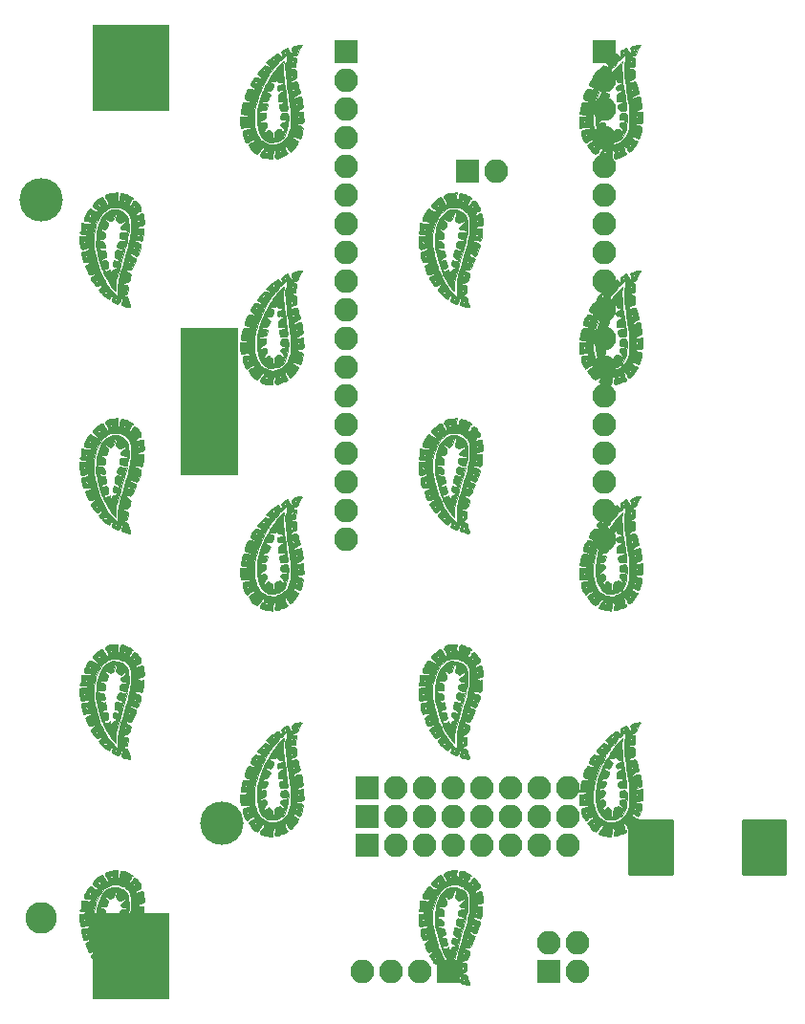
<source format=gts>
G04 #@! TF.GenerationSoftware,KiCad,Pcbnew,5.0.0*
G04 #@! TF.CreationDate,2018-07-16T21:17:55+02:00*
G04 #@! TF.ProjectId,Heltec_Node,48656C7465635F4E6F64652E6B696361,rev?*
G04 #@! TF.SameCoordinates,Original*
G04 #@! TF.FileFunction,Soldermask,Top*
G04 #@! TF.FilePolarity,Negative*
%FSLAX46Y46*%
G04 Gerber Fmt 4.6, Leading zero omitted, Abs format (unit mm)*
G04 Created by KiCad (PCBNEW 5.0.0) date Mon Jul 16 21:17:55 2018*
%MOMM*%
%LPD*%
G01*
G04 APERTURE LIST*
%ADD10C,0.010000*%
%ADD11R,2.100000X2.100000*%
%ADD12O,2.100000X2.100000*%
%ADD13R,6.750000X7.740000*%
%ADD14C,3.850000*%
%ADD15C,2.790000*%
%ADD16C,0.254000*%
%ADD17C,0.050000*%
G04 APERTURE END LIST*
D10*
G04 #@! TO.C,G\002A\002A\002A*
G36*
X110977541Y-105339428D02*
X111198752Y-105316215D01*
X111306210Y-105261446D01*
X111292985Y-105197426D01*
X111152148Y-105146462D01*
X111121717Y-105142889D01*
X111121717Y-104686285D01*
X111221010Y-104648396D01*
X111234857Y-104613714D01*
X111182771Y-104543220D01*
X111166569Y-104541143D01*
X111068282Y-104593895D01*
X111053428Y-104613714D01*
X111069880Y-104675843D01*
X111121717Y-104686285D01*
X111121717Y-105142889D01*
X111041523Y-105133472D01*
X110852759Y-105113582D01*
X110732842Y-105087858D01*
X110723711Y-105083484D01*
X110711539Y-105002751D01*
X110728437Y-104827531D01*
X110765937Y-104603541D01*
X110815571Y-104376500D01*
X110868872Y-104192124D01*
X110903322Y-104113745D01*
X111013141Y-104060527D01*
X111244251Y-104069441D01*
X111277578Y-104074187D01*
X111500555Y-104089290D01*
X111589957Y-104057698D01*
X111543729Y-103994106D01*
X111528771Y-103987527D01*
X111528771Y-103441686D01*
X111590683Y-103418858D01*
X111586828Y-103383628D01*
X111525771Y-103305758D01*
X111505186Y-103301986D01*
X111448686Y-103349329D01*
X111489587Y-103421915D01*
X111528771Y-103441686D01*
X111528771Y-103987527D01*
X111359816Y-103913211D01*
X111302619Y-103895133D01*
X111118842Y-103831934D01*
X111043119Y-103763140D01*
X111043065Y-103646506D01*
X111057359Y-103575217D01*
X111129783Y-103334543D01*
X111233142Y-103098739D01*
X111342367Y-102919850D01*
X111401586Y-102860634D01*
X111517240Y-102851824D01*
X111647428Y-102891323D01*
X111810422Y-102932506D01*
X111902104Y-102886925D01*
X111935153Y-102808479D01*
X111845707Y-102751440D01*
X111634101Y-102638817D01*
X111557891Y-102500434D01*
X111607373Y-102314188D01*
X111632950Y-102266708D01*
X111788089Y-102015851D01*
X111910692Y-101878180D01*
X112026233Y-101833832D01*
X112153883Y-101860518D01*
X112384582Y-101926702D01*
X112509574Y-101919600D01*
X112518481Y-101850206D01*
X112400929Y-101729512D01*
X112327339Y-101676749D01*
X112191710Y-101572768D01*
X112165934Y-101496670D01*
X112217477Y-101422749D01*
X112325403Y-101303642D01*
X112482229Y-101126932D01*
X112566171Y-101031317D01*
X112713677Y-100869237D01*
X112809512Y-100801528D01*
X112896440Y-100812342D01*
X112996093Y-100871975D01*
X113159504Y-100939726D01*
X113243337Y-100907081D01*
X113227121Y-100806210D01*
X113114009Y-100686683D01*
X112940286Y-100553282D01*
X113216467Y-100297498D01*
X113378869Y-100152856D01*
X113494939Y-100060127D01*
X113527930Y-100041714D01*
X113600549Y-99997603D01*
X113719004Y-99896571D01*
X113861776Y-99790867D01*
X113967416Y-99751428D01*
X114071641Y-99808683D01*
X114137714Y-99896571D01*
X114236873Y-100026829D01*
X114306757Y-100023406D01*
X114328370Y-99897399D01*
X114315313Y-99792821D01*
X114296616Y-99634579D01*
X114336675Y-99534591D01*
X114465282Y-99444981D01*
X114563946Y-99393263D01*
X114859272Y-99242599D01*
X114979437Y-99478871D01*
X115072983Y-99658611D01*
X115128349Y-99737812D01*
X115173218Y-99745270D01*
X115213902Y-99722796D01*
X115248349Y-99626690D01*
X115231268Y-99447150D01*
X115229312Y-99438275D01*
X115205590Y-99267173D01*
X115254444Y-99174186D01*
X115363867Y-99115808D01*
X115575710Y-99042209D01*
X115795042Y-98992088D01*
X115979273Y-98971800D01*
X116085809Y-98987701D01*
X116097143Y-99006390D01*
X116048335Y-99102203D01*
X115950900Y-99208138D01*
X115841339Y-99368309D01*
X115766104Y-99585713D01*
X115760828Y-99614575D01*
X115716925Y-99797453D01*
X115636403Y-99881256D01*
X115516571Y-99905370D01*
X115516571Y-99606286D01*
X115576306Y-99579733D01*
X115564952Y-99557905D01*
X115478827Y-99549219D01*
X115476003Y-99551525D01*
X115476003Y-99461143D01*
X115575296Y-99423253D01*
X115589143Y-99388571D01*
X115537056Y-99318077D01*
X115520854Y-99316000D01*
X115422568Y-99368752D01*
X115407714Y-99388571D01*
X115424166Y-99450700D01*
X115476003Y-99461143D01*
X115476003Y-99551525D01*
X115468190Y-99557905D01*
X115478152Y-99601048D01*
X115516571Y-99606286D01*
X115516571Y-99905370D01*
X115489785Y-99910761D01*
X115322438Y-99954860D01*
X115288480Y-100022154D01*
X115389221Y-100083289D01*
X115481290Y-100101278D01*
X115615900Y-100144865D01*
X115631255Y-100240634D01*
X115628782Y-100248862D01*
X115600534Y-100399871D01*
X115580286Y-100617221D01*
X115577680Y-100670457D01*
X115562107Y-100859089D01*
X115514323Y-100942342D01*
X115402802Y-100959979D01*
X115349462Y-100958301D01*
X115197920Y-100977161D01*
X115197920Y-100540807D01*
X115298287Y-100522791D01*
X115323048Y-100501333D01*
X115369274Y-100395113D01*
X115293741Y-100334434D01*
X115262571Y-100332000D01*
X115166358Y-100390091D01*
X115153714Y-100440857D01*
X115197920Y-100540807D01*
X115197920Y-100977161D01*
X115186032Y-100978641D01*
X115100971Y-101039571D01*
X115135905Y-101106685D01*
X115306007Y-101130225D01*
X115318987Y-101130286D01*
X115465925Y-101137332D01*
X115545337Y-101182875D01*
X115586067Y-101303523D01*
X115613139Y-101503601D01*
X115636708Y-101757524D01*
X115620791Y-101905197D01*
X115548940Y-101983671D01*
X115404705Y-102029999D01*
X115376659Y-102036280D01*
X115210534Y-102106206D01*
X115183481Y-102135808D01*
X115183481Y-101907755D01*
X115252449Y-101878217D01*
X115294627Y-101785979D01*
X115236453Y-101652206D01*
X115235243Y-101650294D01*
X115179796Y-101606122D01*
X115136693Y-101695706D01*
X115134310Y-101704650D01*
X115129787Y-101843125D01*
X115183481Y-101907755D01*
X115183481Y-102135808D01*
X115118242Y-102207194D01*
X115126463Y-102303981D01*
X115155384Y-102328746D01*
X115265542Y-102330846D01*
X115375599Y-102289196D01*
X115560310Y-102236355D01*
X115687370Y-102312039D01*
X115763720Y-102521004D01*
X115770532Y-102559757D01*
X115817554Y-102775795D01*
X115875064Y-102945096D01*
X115883393Y-102961729D01*
X115947985Y-103150450D01*
X115914988Y-103275235D01*
X115825000Y-103309843D01*
X115678249Y-103356834D01*
X115518195Y-103464532D01*
X115399907Y-103589961D01*
X115371429Y-103663775D01*
X115383277Y-103724623D01*
X115441137Y-103733521D01*
X115578476Y-103687554D01*
X115708040Y-103634482D01*
X115888488Y-103573256D01*
X116010770Y-103557300D01*
X116025482Y-103561991D01*
X116066613Y-103648737D01*
X116109326Y-103832397D01*
X116131879Y-103978795D01*
X116165036Y-104216920D01*
X116196448Y-104405270D01*
X116210206Y-104468571D01*
X116167608Y-104570143D01*
X115984124Y-104681471D01*
X115914671Y-104711617D01*
X115689589Y-104821764D01*
X115644791Y-104862635D01*
X115644791Y-104293010D01*
X115667913Y-104283312D01*
X115703868Y-104195208D01*
X115694169Y-104172087D01*
X115606066Y-104136132D01*
X115582944Y-104145831D01*
X115546989Y-104233934D01*
X115556688Y-104257055D01*
X115644791Y-104293010D01*
X115644791Y-104862635D01*
X115597809Y-104905500D01*
X115639288Y-104953558D01*
X115813985Y-104956671D01*
X115915714Y-104944079D01*
X116242286Y-104895106D01*
X116242286Y-105220189D01*
X116249848Y-105440696D01*
X116268832Y-105606917D01*
X116277809Y-105641921D01*
X116273596Y-105782831D01*
X116246029Y-105844422D01*
X116116896Y-105920732D01*
X115920220Y-105932863D01*
X115793250Y-105936896D01*
X115793250Y-105467940D01*
X115867278Y-105436355D01*
X115879429Y-105381762D01*
X115820997Y-105281791D01*
X115764524Y-105266857D01*
X115685051Y-105309160D01*
X115697723Y-105396203D01*
X115793250Y-105467940D01*
X115793250Y-105936896D01*
X115737172Y-105938678D01*
X115665585Y-105996185D01*
X115661714Y-106026584D01*
X115714985Y-106108893D01*
X115886689Y-106137500D01*
X115910393Y-106137714D01*
X116077519Y-106157799D01*
X116168606Y-106233981D01*
X116191738Y-106390145D01*
X116154997Y-106650180D01*
X116127463Y-106779211D01*
X116042241Y-107081457D01*
X115953309Y-107251353D01*
X115864088Y-107284165D01*
X115804946Y-107225679D01*
X115748226Y-107166499D01*
X115735397Y-107186371D01*
X115695121Y-107204608D01*
X115647200Y-107168228D01*
X115596514Y-107139703D01*
X115596514Y-106703081D01*
X115713013Y-106679734D01*
X115803921Y-106632223D01*
X115759154Y-106603855D01*
X115710463Y-106591782D01*
X115578556Y-106585101D01*
X115535082Y-106603013D01*
X115517784Y-106672149D01*
X115596514Y-106703081D01*
X115596514Y-107139703D01*
X115513877Y-107093195D01*
X115379601Y-107092667D01*
X115331309Y-107136689D01*
X115331309Y-103076892D01*
X115428137Y-103041829D01*
X115444000Y-102980857D01*
X115391830Y-102889352D01*
X115317000Y-102885815D01*
X115214762Y-102946301D01*
X115232415Y-103029446D01*
X115331309Y-103076892D01*
X115331309Y-107136689D01*
X115302430Y-107163015D01*
X115298857Y-107190000D01*
X115356948Y-107286213D01*
X115407714Y-107298857D01*
X115504350Y-107333864D01*
X115516571Y-107363561D01*
X115578316Y-107426677D01*
X115716143Y-107481366D01*
X115829163Y-107527678D01*
X115828036Y-107566659D01*
X115825000Y-107567852D01*
X115740626Y-107653801D01*
X115734286Y-107687874D01*
X115688667Y-107790730D01*
X115573940Y-107946995D01*
X115516571Y-108012877D01*
X115384350Y-108170123D01*
X115307092Y-108286147D01*
X115298857Y-108311572D01*
X115239415Y-108387516D01*
X115153714Y-108418277D01*
X115153714Y-107952000D01*
X115218098Y-107893220D01*
X115226286Y-107843143D01*
X115187099Y-107746567D01*
X115153714Y-107734286D01*
X115089330Y-107793065D01*
X115081143Y-107843143D01*
X115120329Y-107939718D01*
X115153714Y-107952000D01*
X115153714Y-108418277D01*
X115113573Y-108432686D01*
X115002022Y-108419667D01*
X114937354Y-108317634D01*
X114934386Y-108292431D01*
X114894862Y-108166750D01*
X114805255Y-108037530D01*
X114702837Y-107945636D01*
X114624881Y-107931934D01*
X114615268Y-107942551D01*
X114605419Y-108053290D01*
X114640316Y-108223271D01*
X114701540Y-108395347D01*
X114770672Y-108512375D01*
X114805436Y-108532571D01*
X114862745Y-108587025D01*
X114863429Y-108596874D01*
X114802019Y-108673582D01*
X114654907Y-108759202D01*
X114477765Y-108829792D01*
X114326265Y-108861408D01*
X114270840Y-108851716D01*
X114221336Y-108843948D01*
X114234542Y-108875965D01*
X114211427Y-108945373D01*
X114174000Y-108962638D01*
X114174000Y-108460000D01*
X114270576Y-108420813D01*
X114282857Y-108387428D01*
X114224077Y-108323044D01*
X114174000Y-108314857D01*
X114077424Y-108354043D01*
X114065143Y-108387428D01*
X114123923Y-108451812D01*
X114174000Y-108460000D01*
X114174000Y-108962638D01*
X114083193Y-109004528D01*
X113889745Y-109037318D01*
X113829286Y-109039580D01*
X113733136Y-108995072D01*
X113702395Y-108841897D01*
X113702286Y-108827140D01*
X113724835Y-108659415D01*
X113775414Y-108568513D01*
X113793191Y-108489234D01*
X113735672Y-108410448D01*
X113649859Y-108336308D01*
X113598521Y-108342562D01*
X113568561Y-108449968D01*
X113546881Y-108679286D01*
X113544382Y-108713634D01*
X113518320Y-109076125D01*
X113516514Y-109075985D01*
X113516514Y-107824389D01*
X113783488Y-107803427D01*
X113830913Y-107792137D01*
X114242321Y-107620821D01*
X114589758Y-107363831D01*
X114845709Y-107046923D01*
X114978113Y-106718285D01*
X115029848Y-106535878D01*
X115071892Y-106433294D01*
X115092497Y-106318352D01*
X115104263Y-106090751D01*
X115107972Y-105782657D01*
X115104402Y-105426235D01*
X115094334Y-105053650D01*
X115078549Y-104697067D01*
X115057826Y-104388651D01*
X115044857Y-104269760D01*
X115044857Y-102581714D01*
X115081143Y-102545428D01*
X115044857Y-102509143D01*
X115008571Y-102545428D01*
X115044857Y-102581714D01*
X115044857Y-104269760D01*
X115032946Y-104160567D01*
X115014557Y-104069428D01*
X114967525Y-103879121D01*
X114949499Y-103742857D01*
X114938981Y-103633835D01*
X114909859Y-103411407D01*
X114866291Y-103105511D01*
X114812435Y-102746089D01*
X114798301Y-102654285D01*
X114739344Y-102223961D01*
X114693907Y-101793719D01*
X114662996Y-101387373D01*
X114647614Y-101028737D01*
X114648769Y-100741626D01*
X114667465Y-100549853D01*
X114704708Y-100477234D01*
X114706389Y-100477143D01*
X114746933Y-100412669D01*
X114774366Y-100251635D01*
X114778438Y-100186857D01*
X114772610Y-100005227D01*
X114744231Y-99904061D01*
X114731341Y-99896571D01*
X114648851Y-99944558D01*
X114615476Y-99974141D01*
X114615476Y-99751428D01*
X114694949Y-99709125D01*
X114682276Y-99622082D01*
X114586750Y-99550345D01*
X114512721Y-99581930D01*
X114500571Y-99636524D01*
X114559003Y-99736494D01*
X114615476Y-99751428D01*
X114615476Y-99974141D01*
X114513510Y-100064525D01*
X114464286Y-100114286D01*
X114311654Y-100251292D01*
X114185957Y-100326844D01*
X114160422Y-100332000D01*
X114077271Y-100390794D01*
X114065143Y-100446548D01*
X114016445Y-100558157D01*
X113891105Y-100723849D01*
X113775704Y-100847656D01*
X113591160Y-101049607D01*
X113591160Y-100372871D01*
X113637674Y-100321605D01*
X113698032Y-100177961D01*
X113652158Y-100115681D01*
X113633997Y-100114286D01*
X113532718Y-100171451D01*
X113507048Y-100291891D01*
X113525646Y-100339748D01*
X113591160Y-100372871D01*
X113591160Y-101049607D01*
X113588447Y-101052576D01*
X113431025Y-101258255D01*
X113373471Y-101352338D01*
X113280397Y-101487176D01*
X113200324Y-101531393D01*
X113192026Y-101528032D01*
X113154111Y-101543099D01*
X113166361Y-101597619D01*
X113148883Y-101715713D01*
X113092958Y-101754295D01*
X112991978Y-101840272D01*
X112976571Y-101892602D01*
X112946287Y-102002871D01*
X112867295Y-102197862D01*
X112768377Y-102410981D01*
X112688038Y-102580925D01*
X112688038Y-101313070D01*
X112780950Y-101300772D01*
X112788048Y-101294619D01*
X112829077Y-101190924D01*
X112750961Y-101131884D01*
X112726854Y-101130286D01*
X112606523Y-101169605D01*
X112582128Y-101195253D01*
X112598126Y-101266490D01*
X112688038Y-101313070D01*
X112688038Y-102580925D01*
X112486435Y-103007384D01*
X112272106Y-103512943D01*
X112113737Y-103958401D01*
X111999674Y-104374501D01*
X111967407Y-104522369D01*
X111967407Y-102360479D01*
X112070898Y-102337192D01*
X112147255Y-102263833D01*
X112140139Y-102215846D01*
X112058836Y-102182797D01*
X111988642Y-102225674D01*
X111916884Y-102321663D01*
X111967407Y-102360479D01*
X111967407Y-104522369D01*
X111966490Y-104526572D01*
X111930920Y-104769996D01*
X111906321Y-105076112D01*
X111892798Y-105411638D01*
X111890458Y-105743290D01*
X111899405Y-106037788D01*
X111919746Y-106261848D01*
X111951586Y-106382190D01*
X111960571Y-106391714D01*
X112017984Y-106492356D01*
X112033143Y-106603584D01*
X112073073Y-106766660D01*
X112172916Y-106972099D01*
X112214571Y-107037953D01*
X112325007Y-107214095D01*
X112389314Y-107342600D01*
X112396000Y-107369761D01*
X112455827Y-107440870D01*
X112540713Y-107480149D01*
X112716379Y-107571068D01*
X112791034Y-107631687D01*
X112964218Y-107729867D01*
X113224734Y-107796985D01*
X113516514Y-107824389D01*
X113516514Y-109075985D01*
X113229303Y-109053664D01*
X112972522Y-109021570D01*
X112972522Y-108573176D01*
X113002735Y-108554789D01*
X113046882Y-108449443D01*
X112969206Y-108389535D01*
X112940286Y-108387428D01*
X112843676Y-108424343D01*
X112831429Y-108455717D01*
X112879446Y-108550482D01*
X112972522Y-108573176D01*
X112972522Y-109021570D01*
X112931947Y-109016498D01*
X112722571Y-108970250D01*
X112722571Y-108532571D01*
X112758857Y-108496286D01*
X112722571Y-108460000D01*
X112686286Y-108496286D01*
X112722571Y-108532571D01*
X112722571Y-108970250D01*
X112671227Y-108958908D01*
X112481571Y-108890832D01*
X112397405Y-108822208D01*
X112396000Y-108813114D01*
X112431214Y-108695719D01*
X112514563Y-108537612D01*
X112612604Y-108393257D01*
X112691897Y-108317117D01*
X112701933Y-108314857D01*
X112748219Y-108253945D01*
X112758857Y-108169714D01*
X112733136Y-108051719D01*
X112697533Y-108024571D01*
X112600213Y-108077419D01*
X112484750Y-108195822D01*
X112405455Y-108319570D01*
X112396000Y-108358871D01*
X112346043Y-108452245D01*
X112241506Y-108560025D01*
X112119639Y-108643729D01*
X112046569Y-108623544D01*
X112024903Y-108594296D01*
X111971554Y-108538172D01*
X111961683Y-108553541D01*
X111960571Y-108553694D01*
X111960571Y-108024571D01*
X112024261Y-107965501D01*
X112033143Y-107911431D01*
X111997961Y-107836316D01*
X111960571Y-107843143D01*
X111890768Y-107935922D01*
X111888000Y-107956283D01*
X111943353Y-108022617D01*
X111960571Y-108024571D01*
X111960571Y-108553694D01*
X111922032Y-108559023D01*
X111821684Y-108471965D01*
X111685048Y-108317403D01*
X111536533Y-108120371D01*
X111529604Y-108110389D01*
X111363143Y-107869635D01*
X111513680Y-107729389D01*
X111645420Y-107626624D01*
X111730937Y-107589143D01*
X111829606Y-107539531D01*
X111880966Y-107488761D01*
X111909069Y-107391843D01*
X111843491Y-107338133D01*
X111734437Y-107351797D01*
X111679129Y-107391614D01*
X111609295Y-107436681D01*
X111597714Y-107422228D01*
X111554777Y-107429183D01*
X111452571Y-107516571D01*
X111321089Y-107623245D01*
X111280586Y-107640497D01*
X111280586Y-107054092D01*
X111354723Y-106988928D01*
X111380000Y-106886545D01*
X111360318Y-106813086D01*
X111279593Y-106856473D01*
X111271942Y-106862765D01*
X111200440Y-106965499D01*
X111204385Y-107017978D01*
X111280586Y-107054092D01*
X111280586Y-107640497D01*
X111230776Y-107661714D01*
X111153783Y-107598435D01*
X111059122Y-107436811D01*
X110964901Y-107219162D01*
X110889226Y-106987809D01*
X110850204Y-106785071D01*
X110849107Y-106769653D01*
X110855419Y-106606863D01*
X110926946Y-106537666D01*
X111053428Y-106516957D01*
X111353439Y-106472685D01*
X111528504Y-106414742D01*
X111575847Y-106356305D01*
X111492689Y-106310547D01*
X111276253Y-106290640D01*
X111100139Y-106295442D01*
X111052325Y-106298208D01*
X111052325Y-105890541D01*
X111089714Y-105883714D01*
X111159517Y-105790935D01*
X111162286Y-105770574D01*
X111106932Y-105704240D01*
X111089714Y-105702285D01*
X111026025Y-105761356D01*
X111017143Y-105815426D01*
X111052325Y-105890541D01*
X111052325Y-106298208D01*
X110690571Y-106319143D01*
X110669113Y-105829285D01*
X110647654Y-105339428D01*
X110977541Y-105339428D01*
X110977541Y-105339428D01*
G37*
X110977541Y-105339428D02*
X111198752Y-105316215D01*
X111306210Y-105261446D01*
X111292985Y-105197426D01*
X111152148Y-105146462D01*
X111121717Y-105142889D01*
X111121717Y-104686285D01*
X111221010Y-104648396D01*
X111234857Y-104613714D01*
X111182771Y-104543220D01*
X111166569Y-104541143D01*
X111068282Y-104593895D01*
X111053428Y-104613714D01*
X111069880Y-104675843D01*
X111121717Y-104686285D01*
X111121717Y-105142889D01*
X111041523Y-105133472D01*
X110852759Y-105113582D01*
X110732842Y-105087858D01*
X110723711Y-105083484D01*
X110711539Y-105002751D01*
X110728437Y-104827531D01*
X110765937Y-104603541D01*
X110815571Y-104376500D01*
X110868872Y-104192124D01*
X110903322Y-104113745D01*
X111013141Y-104060527D01*
X111244251Y-104069441D01*
X111277578Y-104074187D01*
X111500555Y-104089290D01*
X111589957Y-104057698D01*
X111543729Y-103994106D01*
X111528771Y-103987527D01*
X111528771Y-103441686D01*
X111590683Y-103418858D01*
X111586828Y-103383628D01*
X111525771Y-103305758D01*
X111505186Y-103301986D01*
X111448686Y-103349329D01*
X111489587Y-103421915D01*
X111528771Y-103441686D01*
X111528771Y-103987527D01*
X111359816Y-103913211D01*
X111302619Y-103895133D01*
X111118842Y-103831934D01*
X111043119Y-103763140D01*
X111043065Y-103646506D01*
X111057359Y-103575217D01*
X111129783Y-103334543D01*
X111233142Y-103098739D01*
X111342367Y-102919850D01*
X111401586Y-102860634D01*
X111517240Y-102851824D01*
X111647428Y-102891323D01*
X111810422Y-102932506D01*
X111902104Y-102886925D01*
X111935153Y-102808479D01*
X111845707Y-102751440D01*
X111634101Y-102638817D01*
X111557891Y-102500434D01*
X111607373Y-102314188D01*
X111632950Y-102266708D01*
X111788089Y-102015851D01*
X111910692Y-101878180D01*
X112026233Y-101833832D01*
X112153883Y-101860518D01*
X112384582Y-101926702D01*
X112509574Y-101919600D01*
X112518481Y-101850206D01*
X112400929Y-101729512D01*
X112327339Y-101676749D01*
X112191710Y-101572768D01*
X112165934Y-101496670D01*
X112217477Y-101422749D01*
X112325403Y-101303642D01*
X112482229Y-101126932D01*
X112566171Y-101031317D01*
X112713677Y-100869237D01*
X112809512Y-100801528D01*
X112896440Y-100812342D01*
X112996093Y-100871975D01*
X113159504Y-100939726D01*
X113243337Y-100907081D01*
X113227121Y-100806210D01*
X113114009Y-100686683D01*
X112940286Y-100553282D01*
X113216467Y-100297498D01*
X113378869Y-100152856D01*
X113494939Y-100060127D01*
X113527930Y-100041714D01*
X113600549Y-99997603D01*
X113719004Y-99896571D01*
X113861776Y-99790867D01*
X113967416Y-99751428D01*
X114071641Y-99808683D01*
X114137714Y-99896571D01*
X114236873Y-100026829D01*
X114306757Y-100023406D01*
X114328370Y-99897399D01*
X114315313Y-99792821D01*
X114296616Y-99634579D01*
X114336675Y-99534591D01*
X114465282Y-99444981D01*
X114563946Y-99393263D01*
X114859272Y-99242599D01*
X114979437Y-99478871D01*
X115072983Y-99658611D01*
X115128349Y-99737812D01*
X115173218Y-99745270D01*
X115213902Y-99722796D01*
X115248349Y-99626690D01*
X115231268Y-99447150D01*
X115229312Y-99438275D01*
X115205590Y-99267173D01*
X115254444Y-99174186D01*
X115363867Y-99115808D01*
X115575710Y-99042209D01*
X115795042Y-98992088D01*
X115979273Y-98971800D01*
X116085809Y-98987701D01*
X116097143Y-99006390D01*
X116048335Y-99102203D01*
X115950900Y-99208138D01*
X115841339Y-99368309D01*
X115766104Y-99585713D01*
X115760828Y-99614575D01*
X115716925Y-99797453D01*
X115636403Y-99881256D01*
X115516571Y-99905370D01*
X115516571Y-99606286D01*
X115576306Y-99579733D01*
X115564952Y-99557905D01*
X115478827Y-99549219D01*
X115476003Y-99551525D01*
X115476003Y-99461143D01*
X115575296Y-99423253D01*
X115589143Y-99388571D01*
X115537056Y-99318077D01*
X115520854Y-99316000D01*
X115422568Y-99368752D01*
X115407714Y-99388571D01*
X115424166Y-99450700D01*
X115476003Y-99461143D01*
X115476003Y-99551525D01*
X115468190Y-99557905D01*
X115478152Y-99601048D01*
X115516571Y-99606286D01*
X115516571Y-99905370D01*
X115489785Y-99910761D01*
X115322438Y-99954860D01*
X115288480Y-100022154D01*
X115389221Y-100083289D01*
X115481290Y-100101278D01*
X115615900Y-100144865D01*
X115631255Y-100240634D01*
X115628782Y-100248862D01*
X115600534Y-100399871D01*
X115580286Y-100617221D01*
X115577680Y-100670457D01*
X115562107Y-100859089D01*
X115514323Y-100942342D01*
X115402802Y-100959979D01*
X115349462Y-100958301D01*
X115197920Y-100977161D01*
X115197920Y-100540807D01*
X115298287Y-100522791D01*
X115323048Y-100501333D01*
X115369274Y-100395113D01*
X115293741Y-100334434D01*
X115262571Y-100332000D01*
X115166358Y-100390091D01*
X115153714Y-100440857D01*
X115197920Y-100540807D01*
X115197920Y-100977161D01*
X115186032Y-100978641D01*
X115100971Y-101039571D01*
X115135905Y-101106685D01*
X115306007Y-101130225D01*
X115318987Y-101130286D01*
X115465925Y-101137332D01*
X115545337Y-101182875D01*
X115586067Y-101303523D01*
X115613139Y-101503601D01*
X115636708Y-101757524D01*
X115620791Y-101905197D01*
X115548940Y-101983671D01*
X115404705Y-102029999D01*
X115376659Y-102036280D01*
X115210534Y-102106206D01*
X115183481Y-102135808D01*
X115183481Y-101907755D01*
X115252449Y-101878217D01*
X115294627Y-101785979D01*
X115236453Y-101652206D01*
X115235243Y-101650294D01*
X115179796Y-101606122D01*
X115136693Y-101695706D01*
X115134310Y-101704650D01*
X115129787Y-101843125D01*
X115183481Y-101907755D01*
X115183481Y-102135808D01*
X115118242Y-102207194D01*
X115126463Y-102303981D01*
X115155384Y-102328746D01*
X115265542Y-102330846D01*
X115375599Y-102289196D01*
X115560310Y-102236355D01*
X115687370Y-102312039D01*
X115763720Y-102521004D01*
X115770532Y-102559757D01*
X115817554Y-102775795D01*
X115875064Y-102945096D01*
X115883393Y-102961729D01*
X115947985Y-103150450D01*
X115914988Y-103275235D01*
X115825000Y-103309843D01*
X115678249Y-103356834D01*
X115518195Y-103464532D01*
X115399907Y-103589961D01*
X115371429Y-103663775D01*
X115383277Y-103724623D01*
X115441137Y-103733521D01*
X115578476Y-103687554D01*
X115708040Y-103634482D01*
X115888488Y-103573256D01*
X116010770Y-103557300D01*
X116025482Y-103561991D01*
X116066613Y-103648737D01*
X116109326Y-103832397D01*
X116131879Y-103978795D01*
X116165036Y-104216920D01*
X116196448Y-104405270D01*
X116210206Y-104468571D01*
X116167608Y-104570143D01*
X115984124Y-104681471D01*
X115914671Y-104711617D01*
X115689589Y-104821764D01*
X115644791Y-104862635D01*
X115644791Y-104293010D01*
X115667913Y-104283312D01*
X115703868Y-104195208D01*
X115694169Y-104172087D01*
X115606066Y-104136132D01*
X115582944Y-104145831D01*
X115546989Y-104233934D01*
X115556688Y-104257055D01*
X115644791Y-104293010D01*
X115644791Y-104862635D01*
X115597809Y-104905500D01*
X115639288Y-104953558D01*
X115813985Y-104956671D01*
X115915714Y-104944079D01*
X116242286Y-104895106D01*
X116242286Y-105220189D01*
X116249848Y-105440696D01*
X116268832Y-105606917D01*
X116277809Y-105641921D01*
X116273596Y-105782831D01*
X116246029Y-105844422D01*
X116116896Y-105920732D01*
X115920220Y-105932863D01*
X115793250Y-105936896D01*
X115793250Y-105467940D01*
X115867278Y-105436355D01*
X115879429Y-105381762D01*
X115820997Y-105281791D01*
X115764524Y-105266857D01*
X115685051Y-105309160D01*
X115697723Y-105396203D01*
X115793250Y-105467940D01*
X115793250Y-105936896D01*
X115737172Y-105938678D01*
X115665585Y-105996185D01*
X115661714Y-106026584D01*
X115714985Y-106108893D01*
X115886689Y-106137500D01*
X115910393Y-106137714D01*
X116077519Y-106157799D01*
X116168606Y-106233981D01*
X116191738Y-106390145D01*
X116154997Y-106650180D01*
X116127463Y-106779211D01*
X116042241Y-107081457D01*
X115953309Y-107251353D01*
X115864088Y-107284165D01*
X115804946Y-107225679D01*
X115748226Y-107166499D01*
X115735397Y-107186371D01*
X115695121Y-107204608D01*
X115647200Y-107168228D01*
X115596514Y-107139703D01*
X115596514Y-106703081D01*
X115713013Y-106679734D01*
X115803921Y-106632223D01*
X115759154Y-106603855D01*
X115710463Y-106591782D01*
X115578556Y-106585101D01*
X115535082Y-106603013D01*
X115517784Y-106672149D01*
X115596514Y-106703081D01*
X115596514Y-107139703D01*
X115513877Y-107093195D01*
X115379601Y-107092667D01*
X115331309Y-107136689D01*
X115331309Y-103076892D01*
X115428137Y-103041829D01*
X115444000Y-102980857D01*
X115391830Y-102889352D01*
X115317000Y-102885815D01*
X115214762Y-102946301D01*
X115232415Y-103029446D01*
X115331309Y-103076892D01*
X115331309Y-107136689D01*
X115302430Y-107163015D01*
X115298857Y-107190000D01*
X115356948Y-107286213D01*
X115407714Y-107298857D01*
X115504350Y-107333864D01*
X115516571Y-107363561D01*
X115578316Y-107426677D01*
X115716143Y-107481366D01*
X115829163Y-107527678D01*
X115828036Y-107566659D01*
X115825000Y-107567852D01*
X115740626Y-107653801D01*
X115734286Y-107687874D01*
X115688667Y-107790730D01*
X115573940Y-107946995D01*
X115516571Y-108012877D01*
X115384350Y-108170123D01*
X115307092Y-108286147D01*
X115298857Y-108311572D01*
X115239415Y-108387516D01*
X115153714Y-108418277D01*
X115153714Y-107952000D01*
X115218098Y-107893220D01*
X115226286Y-107843143D01*
X115187099Y-107746567D01*
X115153714Y-107734286D01*
X115089330Y-107793065D01*
X115081143Y-107843143D01*
X115120329Y-107939718D01*
X115153714Y-107952000D01*
X115153714Y-108418277D01*
X115113573Y-108432686D01*
X115002022Y-108419667D01*
X114937354Y-108317634D01*
X114934386Y-108292431D01*
X114894862Y-108166750D01*
X114805255Y-108037530D01*
X114702837Y-107945636D01*
X114624881Y-107931934D01*
X114615268Y-107942551D01*
X114605419Y-108053290D01*
X114640316Y-108223271D01*
X114701540Y-108395347D01*
X114770672Y-108512375D01*
X114805436Y-108532571D01*
X114862745Y-108587025D01*
X114863429Y-108596874D01*
X114802019Y-108673582D01*
X114654907Y-108759202D01*
X114477765Y-108829792D01*
X114326265Y-108861408D01*
X114270840Y-108851716D01*
X114221336Y-108843948D01*
X114234542Y-108875965D01*
X114211427Y-108945373D01*
X114174000Y-108962638D01*
X114174000Y-108460000D01*
X114270576Y-108420813D01*
X114282857Y-108387428D01*
X114224077Y-108323044D01*
X114174000Y-108314857D01*
X114077424Y-108354043D01*
X114065143Y-108387428D01*
X114123923Y-108451812D01*
X114174000Y-108460000D01*
X114174000Y-108962638D01*
X114083193Y-109004528D01*
X113889745Y-109037318D01*
X113829286Y-109039580D01*
X113733136Y-108995072D01*
X113702395Y-108841897D01*
X113702286Y-108827140D01*
X113724835Y-108659415D01*
X113775414Y-108568513D01*
X113793191Y-108489234D01*
X113735672Y-108410448D01*
X113649859Y-108336308D01*
X113598521Y-108342562D01*
X113568561Y-108449968D01*
X113546881Y-108679286D01*
X113544382Y-108713634D01*
X113518320Y-109076125D01*
X113516514Y-109075985D01*
X113516514Y-107824389D01*
X113783488Y-107803427D01*
X113830913Y-107792137D01*
X114242321Y-107620821D01*
X114589758Y-107363831D01*
X114845709Y-107046923D01*
X114978113Y-106718285D01*
X115029848Y-106535878D01*
X115071892Y-106433294D01*
X115092497Y-106318352D01*
X115104263Y-106090751D01*
X115107972Y-105782657D01*
X115104402Y-105426235D01*
X115094334Y-105053650D01*
X115078549Y-104697067D01*
X115057826Y-104388651D01*
X115044857Y-104269760D01*
X115044857Y-102581714D01*
X115081143Y-102545428D01*
X115044857Y-102509143D01*
X115008571Y-102545428D01*
X115044857Y-102581714D01*
X115044857Y-104269760D01*
X115032946Y-104160567D01*
X115014557Y-104069428D01*
X114967525Y-103879121D01*
X114949499Y-103742857D01*
X114938981Y-103633835D01*
X114909859Y-103411407D01*
X114866291Y-103105511D01*
X114812435Y-102746089D01*
X114798301Y-102654285D01*
X114739344Y-102223961D01*
X114693907Y-101793719D01*
X114662996Y-101387373D01*
X114647614Y-101028737D01*
X114648769Y-100741626D01*
X114667465Y-100549853D01*
X114704708Y-100477234D01*
X114706389Y-100477143D01*
X114746933Y-100412669D01*
X114774366Y-100251635D01*
X114778438Y-100186857D01*
X114772610Y-100005227D01*
X114744231Y-99904061D01*
X114731341Y-99896571D01*
X114648851Y-99944558D01*
X114615476Y-99974141D01*
X114615476Y-99751428D01*
X114694949Y-99709125D01*
X114682276Y-99622082D01*
X114586750Y-99550345D01*
X114512721Y-99581930D01*
X114500571Y-99636524D01*
X114559003Y-99736494D01*
X114615476Y-99751428D01*
X114615476Y-99974141D01*
X114513510Y-100064525D01*
X114464286Y-100114286D01*
X114311654Y-100251292D01*
X114185957Y-100326844D01*
X114160422Y-100332000D01*
X114077271Y-100390794D01*
X114065143Y-100446548D01*
X114016445Y-100558157D01*
X113891105Y-100723849D01*
X113775704Y-100847656D01*
X113591160Y-101049607D01*
X113591160Y-100372871D01*
X113637674Y-100321605D01*
X113698032Y-100177961D01*
X113652158Y-100115681D01*
X113633997Y-100114286D01*
X113532718Y-100171451D01*
X113507048Y-100291891D01*
X113525646Y-100339748D01*
X113591160Y-100372871D01*
X113591160Y-101049607D01*
X113588447Y-101052576D01*
X113431025Y-101258255D01*
X113373471Y-101352338D01*
X113280397Y-101487176D01*
X113200324Y-101531393D01*
X113192026Y-101528032D01*
X113154111Y-101543099D01*
X113166361Y-101597619D01*
X113148883Y-101715713D01*
X113092958Y-101754295D01*
X112991978Y-101840272D01*
X112976571Y-101892602D01*
X112946287Y-102002871D01*
X112867295Y-102197862D01*
X112768377Y-102410981D01*
X112688038Y-102580925D01*
X112688038Y-101313070D01*
X112780950Y-101300772D01*
X112788048Y-101294619D01*
X112829077Y-101190924D01*
X112750961Y-101131884D01*
X112726854Y-101130286D01*
X112606523Y-101169605D01*
X112582128Y-101195253D01*
X112598126Y-101266490D01*
X112688038Y-101313070D01*
X112688038Y-102580925D01*
X112486435Y-103007384D01*
X112272106Y-103512943D01*
X112113737Y-103958401D01*
X111999674Y-104374501D01*
X111967407Y-104522369D01*
X111967407Y-102360479D01*
X112070898Y-102337192D01*
X112147255Y-102263833D01*
X112140139Y-102215846D01*
X112058836Y-102182797D01*
X111988642Y-102225674D01*
X111916884Y-102321663D01*
X111967407Y-102360479D01*
X111967407Y-104522369D01*
X111966490Y-104526572D01*
X111930920Y-104769996D01*
X111906321Y-105076112D01*
X111892798Y-105411638D01*
X111890458Y-105743290D01*
X111899405Y-106037788D01*
X111919746Y-106261848D01*
X111951586Y-106382190D01*
X111960571Y-106391714D01*
X112017984Y-106492356D01*
X112033143Y-106603584D01*
X112073073Y-106766660D01*
X112172916Y-106972099D01*
X112214571Y-107037953D01*
X112325007Y-107214095D01*
X112389314Y-107342600D01*
X112396000Y-107369761D01*
X112455827Y-107440870D01*
X112540713Y-107480149D01*
X112716379Y-107571068D01*
X112791034Y-107631687D01*
X112964218Y-107729867D01*
X113224734Y-107796985D01*
X113516514Y-107824389D01*
X113516514Y-109075985D01*
X113229303Y-109053664D01*
X112972522Y-109021570D01*
X112972522Y-108573176D01*
X113002735Y-108554789D01*
X113046882Y-108449443D01*
X112969206Y-108389535D01*
X112940286Y-108387428D01*
X112843676Y-108424343D01*
X112831429Y-108455717D01*
X112879446Y-108550482D01*
X112972522Y-108573176D01*
X112972522Y-109021570D01*
X112931947Y-109016498D01*
X112722571Y-108970250D01*
X112722571Y-108532571D01*
X112758857Y-108496286D01*
X112722571Y-108460000D01*
X112686286Y-108496286D01*
X112722571Y-108532571D01*
X112722571Y-108970250D01*
X112671227Y-108958908D01*
X112481571Y-108890832D01*
X112397405Y-108822208D01*
X112396000Y-108813114D01*
X112431214Y-108695719D01*
X112514563Y-108537612D01*
X112612604Y-108393257D01*
X112691897Y-108317117D01*
X112701933Y-108314857D01*
X112748219Y-108253945D01*
X112758857Y-108169714D01*
X112733136Y-108051719D01*
X112697533Y-108024571D01*
X112600213Y-108077419D01*
X112484750Y-108195822D01*
X112405455Y-108319570D01*
X112396000Y-108358871D01*
X112346043Y-108452245D01*
X112241506Y-108560025D01*
X112119639Y-108643729D01*
X112046569Y-108623544D01*
X112024903Y-108594296D01*
X111971554Y-108538172D01*
X111961683Y-108553541D01*
X111960571Y-108553694D01*
X111960571Y-108024571D01*
X112024261Y-107965501D01*
X112033143Y-107911431D01*
X111997961Y-107836316D01*
X111960571Y-107843143D01*
X111890768Y-107935922D01*
X111888000Y-107956283D01*
X111943353Y-108022617D01*
X111960571Y-108024571D01*
X111960571Y-108553694D01*
X111922032Y-108559023D01*
X111821684Y-108471965D01*
X111685048Y-108317403D01*
X111536533Y-108120371D01*
X111529604Y-108110389D01*
X111363143Y-107869635D01*
X111513680Y-107729389D01*
X111645420Y-107626624D01*
X111730937Y-107589143D01*
X111829606Y-107539531D01*
X111880966Y-107488761D01*
X111909069Y-107391843D01*
X111843491Y-107338133D01*
X111734437Y-107351797D01*
X111679129Y-107391614D01*
X111609295Y-107436681D01*
X111597714Y-107422228D01*
X111554777Y-107429183D01*
X111452571Y-107516571D01*
X111321089Y-107623245D01*
X111280586Y-107640497D01*
X111280586Y-107054092D01*
X111354723Y-106988928D01*
X111380000Y-106886545D01*
X111360318Y-106813086D01*
X111279593Y-106856473D01*
X111271942Y-106862765D01*
X111200440Y-106965499D01*
X111204385Y-107017978D01*
X111280586Y-107054092D01*
X111280586Y-107640497D01*
X111230776Y-107661714D01*
X111153783Y-107598435D01*
X111059122Y-107436811D01*
X110964901Y-107219162D01*
X110889226Y-106987809D01*
X110850204Y-106785071D01*
X110849107Y-106769653D01*
X110855419Y-106606863D01*
X110926946Y-106537666D01*
X111053428Y-106516957D01*
X111353439Y-106472685D01*
X111528504Y-106414742D01*
X111575847Y-106356305D01*
X111492689Y-106310547D01*
X111276253Y-106290640D01*
X111100139Y-106295442D01*
X111052325Y-106298208D01*
X111052325Y-105890541D01*
X111089714Y-105883714D01*
X111159517Y-105790935D01*
X111162286Y-105770574D01*
X111106932Y-105704240D01*
X111089714Y-105702285D01*
X111026025Y-105761356D01*
X111017143Y-105815426D01*
X111052325Y-105890541D01*
X111052325Y-106298208D01*
X110690571Y-106319143D01*
X110669113Y-105829285D01*
X110647654Y-105339428D01*
X110977541Y-105339428D01*
G36*
X96462884Y-115511618D02*
X96490476Y-115499428D01*
X96541287Y-115439421D01*
X96550110Y-115372428D01*
X96553470Y-115211911D01*
X96562344Y-115002377D01*
X96562490Y-114999579D01*
X96575429Y-114753731D01*
X96970213Y-114800130D01*
X97236299Y-114815858D01*
X97388815Y-114789502D01*
X97412909Y-114769008D01*
X97431837Y-114675469D01*
X97336629Y-114621136D01*
X97327575Y-114620233D01*
X97327575Y-114235557D01*
X97379025Y-114184550D01*
X97408396Y-114069057D01*
X97363774Y-114001142D01*
X97299298Y-114012854D01*
X97265232Y-114104254D01*
X97278126Y-114165266D01*
X97327575Y-114235557D01*
X97327575Y-114620233D01*
X97113492Y-114598860D01*
X97083289Y-114598114D01*
X96896633Y-114584611D01*
X96813741Y-114535288D01*
X96793420Y-114421712D01*
X96793223Y-114397898D01*
X96825562Y-114215215D01*
X96884032Y-114107612D01*
X96974872Y-113983933D01*
X97088166Y-113795181D01*
X97118249Y-113739571D01*
X97236132Y-113547762D01*
X97343692Y-113481988D01*
X97479937Y-113531778D01*
X97591428Y-113612571D01*
X97762762Y-113714027D01*
X97917886Y-113754926D01*
X98014115Y-113727751D01*
X98026857Y-113689246D01*
X97970327Y-113609741D01*
X97832150Y-113506077D01*
X97811419Y-113493514D01*
X97653575Y-113389276D01*
X97574750Y-113292593D01*
X97581701Y-113181767D01*
X97681192Y-113035102D01*
X97879980Y-112830901D01*
X98074637Y-112648743D01*
X98255680Y-112525876D01*
X98413899Y-112492287D01*
X98515350Y-112549394D01*
X98534857Y-112629517D01*
X98579052Y-112744982D01*
X98680000Y-112886857D01*
X98783309Y-113025654D01*
X98825143Y-113119958D01*
X98870980Y-113151392D01*
X98903594Y-113137223D01*
X98947418Y-113035698D01*
X98924210Y-112870056D01*
X98846974Y-112697260D01*
X98785274Y-112618907D01*
X98678702Y-112451711D01*
X98709857Y-112308338D01*
X98872568Y-112193632D01*
X99160666Y-112112437D01*
X99478286Y-112074795D01*
X99804857Y-112052286D01*
X99797597Y-112433286D01*
X99805358Y-112674804D01*
X99843617Y-112793501D01*
X99888311Y-112814286D01*
X99961596Y-112746149D01*
X99987385Y-112544534D01*
X99987397Y-112542143D01*
X100005498Y-112286201D01*
X100072452Y-112152300D01*
X100211200Y-112119669D01*
X100411314Y-112158342D01*
X100595284Y-112223462D01*
X100701570Y-112291250D01*
X100712000Y-112313366D01*
X100751159Y-112359644D01*
X100768457Y-112352530D01*
X100859160Y-112367571D01*
X100999983Y-112452185D01*
X101004315Y-112455491D01*
X101113278Y-112550878D01*
X101106616Y-112590089D01*
X101058992Y-112594958D01*
X100969512Y-112638461D01*
X100971580Y-112693801D01*
X100953539Y-112814388D01*
X100896731Y-112884116D01*
X100801678Y-113028356D01*
X100784571Y-113116011D01*
X100804857Y-113210646D01*
X100891583Y-113196552D01*
X100929714Y-113177143D01*
X101045124Y-113076862D01*
X101074857Y-113002047D01*
X101125914Y-112876292D01*
X101180244Y-112817166D01*
X101284008Y-112772605D01*
X101413797Y-112825050D01*
X101468249Y-112862708D01*
X101597911Y-112981535D01*
X101653148Y-113080381D01*
X101705765Y-113178623D01*
X101726357Y-113189238D01*
X101787780Y-113270228D01*
X101841181Y-113434366D01*
X101844285Y-113449285D01*
X101860804Y-113619746D01*
X101813664Y-113684084D01*
X101791500Y-113686756D01*
X101649667Y-113730922D01*
X101512656Y-113831659D01*
X101425478Y-113947599D01*
X101423013Y-114025419D01*
X101497948Y-114068338D01*
X101642375Y-114029605D01*
X101717752Y-113995133D01*
X101918510Y-113932682D01*
X102037925Y-113987593D01*
X102087079Y-114167117D01*
X102089746Y-114238500D01*
X102102246Y-114428677D01*
X102124106Y-114601357D01*
X102135818Y-114784274D01*
X102118059Y-114900714D01*
X102024095Y-114967193D01*
X101875981Y-114991428D01*
X101694657Y-115027196D01*
X101619143Y-115075618D01*
X101619143Y-114628571D01*
X101715719Y-114589385D01*
X101728000Y-114556000D01*
X101669220Y-114491616D01*
X101619143Y-114483428D01*
X101522567Y-114522615D01*
X101510286Y-114556000D01*
X101569065Y-114620384D01*
X101619143Y-114628571D01*
X101619143Y-115075618D01*
X101585339Y-115097295D01*
X101545203Y-115180544D01*
X101620824Y-115232109D01*
X101685147Y-115250265D01*
X101872883Y-115269845D01*
X101992425Y-115251470D01*
X102052818Y-115242281D01*
X102082962Y-115291653D01*
X102086842Y-115426525D01*
X102068441Y-115673837D01*
X102063254Y-115730394D01*
X102019116Y-116037708D01*
X101956612Y-116247938D01*
X101882863Y-116345246D01*
X101804987Y-116313795D01*
X101802487Y-116310459D01*
X101710655Y-116268741D01*
X101538360Y-116237222D01*
X101520273Y-116235393D01*
X101513580Y-116235423D01*
X101513580Y-115923456D01*
X101632122Y-115903633D01*
X101716864Y-115854132D01*
X101667736Y-115797500D01*
X101654001Y-115788832D01*
X101522758Y-115765426D01*
X101479445Y-115791526D01*
X101442952Y-115880189D01*
X101513580Y-115923456D01*
X101513580Y-116235423D01*
X101351718Y-116236163D01*
X101303431Y-116286655D01*
X101307939Y-116307530D01*
X101397763Y-116404345D01*
X101479380Y-116440855D01*
X101661237Y-116511070D01*
X101758823Y-116561695D01*
X101828094Y-116610001D01*
X101857707Y-116672778D01*
X101846342Y-116784015D01*
X101792682Y-116977699D01*
X101735601Y-117160410D01*
X101633844Y-117450077D01*
X101546571Y-117605830D01*
X101546571Y-116660571D01*
X101582857Y-116624286D01*
X101546571Y-116588000D01*
X101510286Y-116624286D01*
X101546571Y-116660571D01*
X101546571Y-117605830D01*
X101542724Y-117612696D01*
X101444246Y-117663509D01*
X101320413Y-117617757D01*
X101256286Y-117573005D01*
X101256286Y-117049672D01*
X101349910Y-117038522D01*
X101365143Y-116984865D01*
X101307001Y-116890639D01*
X101256286Y-116878286D01*
X101220000Y-116891451D01*
X101220000Y-113394857D01*
X101290463Y-113339632D01*
X101292571Y-113322285D01*
X101237346Y-113251823D01*
X101220000Y-113249714D01*
X101149537Y-113304939D01*
X101147428Y-113322285D01*
X101202654Y-113392748D01*
X101220000Y-113394857D01*
X101220000Y-116891451D01*
X101159650Y-116913347D01*
X101147428Y-116943093D01*
X101205182Y-117022427D01*
X101256286Y-117049672D01*
X101256286Y-117573005D01*
X101252013Y-117570022D01*
X101080255Y-117475405D01*
X100964528Y-117480901D01*
X100929714Y-117564309D01*
X100989688Y-117660633D01*
X101138351Y-117767070D01*
X101183714Y-117790292D01*
X101356689Y-117876315D01*
X101423916Y-117938998D01*
X101410150Y-118018529D01*
X101371313Y-118094842D01*
X101307594Y-118233449D01*
X101218255Y-118448135D01*
X101164747Y-118583714D01*
X101067702Y-118801995D01*
X100981973Y-118905083D01*
X100886434Y-118919237D01*
X100784571Y-118907605D01*
X100784571Y-118257143D01*
X100902498Y-118226752D01*
X100929714Y-118184571D01*
X100868932Y-118125608D01*
X100784571Y-118112000D01*
X100666645Y-118142391D01*
X100639428Y-118184571D01*
X100700211Y-118243534D01*
X100784571Y-118257143D01*
X100784571Y-118907605D01*
X100640045Y-118891100D01*
X100512843Y-118919114D01*
X100512148Y-118991740D01*
X100645278Y-119097438D01*
X100741265Y-119148147D01*
X100916211Y-119257574D01*
X100960944Y-119350372D01*
X100955072Y-119363396D01*
X100907923Y-119490095D01*
X100864011Y-119684116D01*
X100860316Y-119706106D01*
X100812940Y-119882094D01*
X100713525Y-119975831D01*
X100546070Y-120030201D01*
X100498569Y-120047411D01*
X100498569Y-119490857D01*
X100564902Y-119435504D01*
X100566857Y-119418285D01*
X100507787Y-119354596D01*
X100453717Y-119345714D01*
X100378601Y-119380896D01*
X100385428Y-119418285D01*
X100478208Y-119488089D01*
X100498569Y-119490857D01*
X100498569Y-120047411D01*
X100379237Y-120090646D01*
X100299658Y-120157905D01*
X100299115Y-120175344D01*
X100332799Y-120230375D01*
X100416141Y-120259697D01*
X100595749Y-120279165D01*
X100606935Y-120280071D01*
X100673509Y-120316216D01*
X100701472Y-120431443D01*
X100698216Y-120657289D01*
X100697650Y-120667193D01*
X100675757Y-120894636D01*
X100632092Y-121016726D01*
X100548605Y-121073208D01*
X100508146Y-121084479D01*
X100371523Y-121148948D01*
X100359525Y-121222885D01*
X100471238Y-121267038D01*
X100512428Y-121268857D01*
X100598404Y-121286271D01*
X100669682Y-121353849D01*
X100737332Y-121494598D01*
X100812422Y-121731522D01*
X100905647Y-122086146D01*
X100920249Y-122177542D01*
X100889360Y-122221969D01*
X100788002Y-122220705D01*
X100603143Y-122177795D01*
X100603143Y-121450285D01*
X100639428Y-121414000D01*
X100603143Y-121377714D01*
X100566857Y-121414000D01*
X100603143Y-121450285D01*
X100603143Y-122177795D01*
X100591199Y-122175022D01*
X100421714Y-122127908D01*
X100421714Y-121885714D01*
X100486098Y-121826934D01*
X100494286Y-121776857D01*
X100455099Y-121680281D01*
X100421714Y-121668000D01*
X100357330Y-121726780D01*
X100349143Y-121776857D01*
X100349143Y-120869714D01*
X100408106Y-120808932D01*
X100421714Y-120724571D01*
X100391323Y-120606645D01*
X100349143Y-120579428D01*
X100290180Y-120640210D01*
X100276571Y-120724571D01*
X100306962Y-120842497D01*
X100349143Y-120869714D01*
X100349143Y-121776857D01*
X100388329Y-121873433D01*
X100421714Y-121885714D01*
X100421714Y-122127908D01*
X100369880Y-122113498D01*
X100182544Y-122052937D01*
X100107058Y-121992503D01*
X100114114Y-121898537D01*
X100134023Y-121842605D01*
X100187346Y-121665467D01*
X100204000Y-121554418D01*
X100163612Y-121463988D01*
X100090731Y-121463128D01*
X100057243Y-121541000D01*
X100016809Y-121666452D01*
X99924125Y-121800410D01*
X99816377Y-121901959D01*
X99754237Y-121922446D01*
X99754237Y-121231068D01*
X99808168Y-121136577D01*
X99818328Y-120906601D01*
X99811296Y-120779000D01*
X99811018Y-120400277D01*
X99863617Y-119957177D01*
X99972704Y-119428780D01*
X100141889Y-118794166D01*
X100171482Y-118692571D01*
X100271339Y-118350916D01*
X100371421Y-118005256D01*
X100452911Y-117720645D01*
X100465380Y-117676571D01*
X100539272Y-117428186D01*
X100608113Y-117219078D01*
X100641171Y-117132286D01*
X100690251Y-116978078D01*
X100753052Y-116724511D01*
X100820360Y-116415546D01*
X100882963Y-116095143D01*
X100931648Y-115807263D01*
X100952936Y-115644571D01*
X100979710Y-115249238D01*
X100982984Y-114850376D01*
X100964242Y-114490468D01*
X100924968Y-114211996D01*
X100899712Y-114120977D01*
X100747917Y-113876431D01*
X100478040Y-113630502D01*
X100454003Y-113612977D01*
X100345953Y-113540532D01*
X100345953Y-112876512D01*
X100418070Y-112852824D01*
X100462435Y-112762255D01*
X100450993Y-112730376D01*
X100374053Y-112699832D01*
X100327647Y-112734181D01*
X100286080Y-112831748D01*
X100345953Y-112876512D01*
X100345953Y-113540532D01*
X100249791Y-113476057D01*
X100079372Y-113399529D01*
X99884066Y-113366126D01*
X99605192Y-113358580D01*
X99589484Y-113358571D01*
X99304983Y-113365419D01*
X99224286Y-113378412D01*
X99224286Y-112741714D01*
X99320861Y-112702528D01*
X99333143Y-112669143D01*
X99274363Y-112604759D01*
X99224286Y-112596571D01*
X99127710Y-112635758D01*
X99115429Y-112669143D01*
X99174208Y-112733527D01*
X99224286Y-112741714D01*
X99224286Y-113378412D01*
X99107143Y-113397274D01*
X98937704Y-113471101D01*
X98738406Y-113603868D01*
X98732444Y-113608156D01*
X98643714Y-113691871D01*
X98643714Y-113177143D01*
X98680000Y-113140857D01*
X98643714Y-113104571D01*
X98607428Y-113140857D01*
X98643714Y-113177143D01*
X98643714Y-113691871D01*
X98433289Y-113890406D01*
X98164012Y-114266823D01*
X98147450Y-114300501D01*
X98147450Y-113289519D01*
X98228700Y-113234912D01*
X98244571Y-113177143D01*
X98192322Y-113082514D01*
X98177014Y-113071385D01*
X98090985Y-113076099D01*
X98045024Y-113163344D01*
X98063874Y-113250898D01*
X98147450Y-113289519D01*
X98147450Y-114300501D01*
X97957645Y-114686467D01*
X97882512Y-114918857D01*
X97816835Y-115165483D01*
X97742273Y-115432995D01*
X97733613Y-115463143D01*
X97687668Y-115716135D01*
X97660955Y-116056441D01*
X97653805Y-116432478D01*
X97666551Y-116792664D01*
X97699525Y-117085418D01*
X97722515Y-117186434D01*
X97776819Y-117390087D01*
X97842455Y-117664027D01*
X97885558Y-117858000D01*
X97942845Y-118100807D01*
X97996774Y-118287781D01*
X98029031Y-118366000D01*
X98078110Y-118481106D01*
X98136142Y-118672771D01*
X98183669Y-118875218D01*
X98190044Y-118910285D01*
X98223511Y-118990508D01*
X98302506Y-119156483D01*
X98365536Y-119283682D01*
X98461501Y-119482332D01*
X98522866Y-119623940D01*
X98534857Y-119663592D01*
X98573567Y-119758322D01*
X98673343Y-119932386D01*
X98809658Y-120147903D01*
X98957980Y-120366989D01*
X99093782Y-120551762D01*
X99165292Y-120637222D01*
X99338509Y-120833440D01*
X99498329Y-121026847D01*
X99652352Y-121193387D01*
X99754237Y-121231068D01*
X99754237Y-121922446D01*
X99730754Y-121930189D01*
X99714677Y-121917880D01*
X99614260Y-121840486D01*
X99581095Y-121823704D01*
X99581095Y-121595428D01*
X99681066Y-121536997D01*
X99696000Y-121480524D01*
X99653804Y-121395884D01*
X99609821Y-121394345D01*
X99513986Y-121466579D01*
X99501801Y-121553539D01*
X99581095Y-121595428D01*
X99581095Y-121823704D01*
X99442007Y-121753323D01*
X99442000Y-121753321D01*
X99442000Y-121232571D01*
X99478286Y-121196286D01*
X99442000Y-121160000D01*
X99405714Y-121196286D01*
X99442000Y-121232571D01*
X99442000Y-121753321D01*
X99419820Y-121744117D01*
X99264141Y-121660825D01*
X99243014Y-121587316D01*
X99256534Y-121570437D01*
X99308311Y-121464850D01*
X99332398Y-121318816D01*
X99323478Y-121196873D01*
X99290347Y-121160000D01*
X99218619Y-121210254D01*
X99117619Y-121320459D01*
X98987687Y-121480918D01*
X98743129Y-121312442D01*
X98710367Y-121285241D01*
X98710367Y-120994708D01*
X98752571Y-120978571D01*
X98823984Y-120886674D01*
X98770362Y-120813543D01*
X98680000Y-120797143D01*
X98562046Y-120825758D01*
X98534857Y-120865431D01*
X98592250Y-120966587D01*
X98710367Y-120994708D01*
X98710367Y-121285241D01*
X98537416Y-121141645D01*
X98334450Y-120929736D01*
X98294043Y-120879936D01*
X98172418Y-120716971D01*
X98133545Y-120626041D01*
X98171061Y-120564620D01*
X98239614Y-120516245D01*
X98356563Y-120385639D01*
X98389714Y-120275349D01*
X98382831Y-120184921D01*
X98337667Y-120178623D01*
X98217454Y-120256808D01*
X98188669Y-120277273D01*
X98033991Y-120367911D01*
X97924334Y-120365891D01*
X97862098Y-120328643D01*
X97825155Y-120293944D01*
X97825155Y-120039929D01*
X97892917Y-120018867D01*
X97917201Y-119999520D01*
X97986128Y-119887924D01*
X97947856Y-119799604D01*
X97877431Y-119781143D01*
X97823035Y-119842330D01*
X97809143Y-119935171D01*
X97825155Y-120039929D01*
X97825155Y-120293944D01*
X97760813Y-120233508D01*
X97736571Y-120185586D01*
X97696187Y-120101242D01*
X97594696Y-119950067D01*
X97545023Y-119883182D01*
X97425520Y-119710120D01*
X97407360Y-119603119D01*
X97496457Y-119518879D01*
X97602555Y-119461904D01*
X97739939Y-119360444D01*
X97794985Y-119280281D01*
X97806946Y-119226464D01*
X97776856Y-119207983D01*
X97675747Y-119227322D01*
X97474655Y-119286965D01*
X97382151Y-119315686D01*
X97373714Y-119315187D01*
X97373714Y-118946571D01*
X97435843Y-118930119D01*
X97446286Y-118878283D01*
X97408396Y-118778989D01*
X97373714Y-118765143D01*
X97303220Y-118817229D01*
X97301143Y-118833431D01*
X97353895Y-118931717D01*
X97373714Y-118946571D01*
X97373714Y-119315187D01*
X97266620Y-119308841D01*
X97164206Y-119190440D01*
X97128151Y-119123108D01*
X97048481Y-118929152D01*
X97011229Y-118770991D01*
X97010857Y-118760041D01*
X96969437Y-118636416D01*
X96926063Y-118603830D01*
X96929711Y-118560095D01*
X97039562Y-118483784D01*
X97104409Y-118450698D01*
X97326674Y-118330513D01*
X97409279Y-118247586D01*
X97352199Y-118202545D01*
X97155407Y-118196015D01*
X97114615Y-118198346D01*
X97053190Y-118202346D01*
X97053190Y-117821714D01*
X97132663Y-117779411D01*
X97119991Y-117692368D01*
X97024464Y-117620631D01*
X96950436Y-117652216D01*
X96938286Y-117706809D01*
X96996717Y-117806780D01*
X97053190Y-117821714D01*
X97053190Y-118202346D01*
X96768978Y-118220857D01*
X96668343Y-117829683D01*
X96607607Y-117537229D01*
X96611808Y-117355892D01*
X96686481Y-117264360D01*
X96821215Y-117241143D01*
X97067432Y-117210338D01*
X97205662Y-117124042D01*
X97228571Y-117051950D01*
X97170965Y-116974726D01*
X97045534Y-116950782D01*
X96923364Y-116991316D01*
X96911351Y-117001982D01*
X96896396Y-117008904D01*
X96896396Y-116564484D01*
X96938286Y-116485190D01*
X96879854Y-116385220D01*
X96823381Y-116370286D01*
X96738741Y-116412481D01*
X96737202Y-116456464D01*
X96809436Y-116552299D01*
X96896396Y-116564484D01*
X96896396Y-117008904D01*
X96805122Y-117051157D01*
X96690347Y-117075857D01*
X96571839Y-117063666D01*
X96494288Y-116975583D01*
X96450338Y-116791171D01*
X96432629Y-116489990D01*
X96431277Y-116356119D01*
X96430286Y-115942809D01*
X96757955Y-115920690D01*
X96952665Y-115893155D01*
X97068936Y-115848881D01*
X97083591Y-115826000D01*
X97062621Y-115778760D01*
X96981640Y-115750204D01*
X96948226Y-115746918D01*
X96948226Y-115401144D01*
X97012702Y-115389431D01*
X97046768Y-115298031D01*
X97033874Y-115237019D01*
X96984424Y-115166728D01*
X96932975Y-115217736D01*
X96903604Y-115333228D01*
X96948226Y-115401144D01*
X96948226Y-115746918D01*
X96808587Y-115733184D01*
X96629857Y-115724857D01*
X96472039Y-115683401D01*
X96430286Y-115608286D01*
X96462884Y-115511618D01*
X96462884Y-115511618D01*
G37*
X96462884Y-115511618D02*
X96490476Y-115499428D01*
X96541287Y-115439421D01*
X96550110Y-115372428D01*
X96553470Y-115211911D01*
X96562344Y-115002377D01*
X96562490Y-114999579D01*
X96575429Y-114753731D01*
X96970213Y-114800130D01*
X97236299Y-114815858D01*
X97388815Y-114789502D01*
X97412909Y-114769008D01*
X97431837Y-114675469D01*
X97336629Y-114621136D01*
X97327575Y-114620233D01*
X97327575Y-114235557D01*
X97379025Y-114184550D01*
X97408396Y-114069057D01*
X97363774Y-114001142D01*
X97299298Y-114012854D01*
X97265232Y-114104254D01*
X97278126Y-114165266D01*
X97327575Y-114235557D01*
X97327575Y-114620233D01*
X97113492Y-114598860D01*
X97083289Y-114598114D01*
X96896633Y-114584611D01*
X96813741Y-114535288D01*
X96793420Y-114421712D01*
X96793223Y-114397898D01*
X96825562Y-114215215D01*
X96884032Y-114107612D01*
X96974872Y-113983933D01*
X97088166Y-113795181D01*
X97118249Y-113739571D01*
X97236132Y-113547762D01*
X97343692Y-113481988D01*
X97479937Y-113531778D01*
X97591428Y-113612571D01*
X97762762Y-113714027D01*
X97917886Y-113754926D01*
X98014115Y-113727751D01*
X98026857Y-113689246D01*
X97970327Y-113609741D01*
X97832150Y-113506077D01*
X97811419Y-113493514D01*
X97653575Y-113389276D01*
X97574750Y-113292593D01*
X97581701Y-113181767D01*
X97681192Y-113035102D01*
X97879980Y-112830901D01*
X98074637Y-112648743D01*
X98255680Y-112525876D01*
X98413899Y-112492287D01*
X98515350Y-112549394D01*
X98534857Y-112629517D01*
X98579052Y-112744982D01*
X98680000Y-112886857D01*
X98783309Y-113025654D01*
X98825143Y-113119958D01*
X98870980Y-113151392D01*
X98903594Y-113137223D01*
X98947418Y-113035698D01*
X98924210Y-112870056D01*
X98846974Y-112697260D01*
X98785274Y-112618907D01*
X98678702Y-112451711D01*
X98709857Y-112308338D01*
X98872568Y-112193632D01*
X99160666Y-112112437D01*
X99478286Y-112074795D01*
X99804857Y-112052286D01*
X99797597Y-112433286D01*
X99805358Y-112674804D01*
X99843617Y-112793501D01*
X99888311Y-112814286D01*
X99961596Y-112746149D01*
X99987385Y-112544534D01*
X99987397Y-112542143D01*
X100005498Y-112286201D01*
X100072452Y-112152300D01*
X100211200Y-112119669D01*
X100411314Y-112158342D01*
X100595284Y-112223462D01*
X100701570Y-112291250D01*
X100712000Y-112313366D01*
X100751159Y-112359644D01*
X100768457Y-112352530D01*
X100859160Y-112367571D01*
X100999983Y-112452185D01*
X101004315Y-112455491D01*
X101113278Y-112550878D01*
X101106616Y-112590089D01*
X101058992Y-112594958D01*
X100969512Y-112638461D01*
X100971580Y-112693801D01*
X100953539Y-112814388D01*
X100896731Y-112884116D01*
X100801678Y-113028356D01*
X100784571Y-113116011D01*
X100804857Y-113210646D01*
X100891583Y-113196552D01*
X100929714Y-113177143D01*
X101045124Y-113076862D01*
X101074857Y-113002047D01*
X101125914Y-112876292D01*
X101180244Y-112817166D01*
X101284008Y-112772605D01*
X101413797Y-112825050D01*
X101468249Y-112862708D01*
X101597911Y-112981535D01*
X101653148Y-113080381D01*
X101705765Y-113178623D01*
X101726357Y-113189238D01*
X101787780Y-113270228D01*
X101841181Y-113434366D01*
X101844285Y-113449285D01*
X101860804Y-113619746D01*
X101813664Y-113684084D01*
X101791500Y-113686756D01*
X101649667Y-113730922D01*
X101512656Y-113831659D01*
X101425478Y-113947599D01*
X101423013Y-114025419D01*
X101497948Y-114068338D01*
X101642375Y-114029605D01*
X101717752Y-113995133D01*
X101918510Y-113932682D01*
X102037925Y-113987593D01*
X102087079Y-114167117D01*
X102089746Y-114238500D01*
X102102246Y-114428677D01*
X102124106Y-114601357D01*
X102135818Y-114784274D01*
X102118059Y-114900714D01*
X102024095Y-114967193D01*
X101875981Y-114991428D01*
X101694657Y-115027196D01*
X101619143Y-115075618D01*
X101619143Y-114628571D01*
X101715719Y-114589385D01*
X101728000Y-114556000D01*
X101669220Y-114491616D01*
X101619143Y-114483428D01*
X101522567Y-114522615D01*
X101510286Y-114556000D01*
X101569065Y-114620384D01*
X101619143Y-114628571D01*
X101619143Y-115075618D01*
X101585339Y-115097295D01*
X101545203Y-115180544D01*
X101620824Y-115232109D01*
X101685147Y-115250265D01*
X101872883Y-115269845D01*
X101992425Y-115251470D01*
X102052818Y-115242281D01*
X102082962Y-115291653D01*
X102086842Y-115426525D01*
X102068441Y-115673837D01*
X102063254Y-115730394D01*
X102019116Y-116037708D01*
X101956612Y-116247938D01*
X101882863Y-116345246D01*
X101804987Y-116313795D01*
X101802487Y-116310459D01*
X101710655Y-116268741D01*
X101538360Y-116237222D01*
X101520273Y-116235393D01*
X101513580Y-116235423D01*
X101513580Y-115923456D01*
X101632122Y-115903633D01*
X101716864Y-115854132D01*
X101667736Y-115797500D01*
X101654001Y-115788832D01*
X101522758Y-115765426D01*
X101479445Y-115791526D01*
X101442952Y-115880189D01*
X101513580Y-115923456D01*
X101513580Y-116235423D01*
X101351718Y-116236163D01*
X101303431Y-116286655D01*
X101307939Y-116307530D01*
X101397763Y-116404345D01*
X101479380Y-116440855D01*
X101661237Y-116511070D01*
X101758823Y-116561695D01*
X101828094Y-116610001D01*
X101857707Y-116672778D01*
X101846342Y-116784015D01*
X101792682Y-116977699D01*
X101735601Y-117160410D01*
X101633844Y-117450077D01*
X101546571Y-117605830D01*
X101546571Y-116660571D01*
X101582857Y-116624286D01*
X101546571Y-116588000D01*
X101510286Y-116624286D01*
X101546571Y-116660571D01*
X101546571Y-117605830D01*
X101542724Y-117612696D01*
X101444246Y-117663509D01*
X101320413Y-117617757D01*
X101256286Y-117573005D01*
X101256286Y-117049672D01*
X101349910Y-117038522D01*
X101365143Y-116984865D01*
X101307001Y-116890639D01*
X101256286Y-116878286D01*
X101220000Y-116891451D01*
X101220000Y-113394857D01*
X101290463Y-113339632D01*
X101292571Y-113322285D01*
X101237346Y-113251823D01*
X101220000Y-113249714D01*
X101149537Y-113304939D01*
X101147428Y-113322285D01*
X101202654Y-113392748D01*
X101220000Y-113394857D01*
X101220000Y-116891451D01*
X101159650Y-116913347D01*
X101147428Y-116943093D01*
X101205182Y-117022427D01*
X101256286Y-117049672D01*
X101256286Y-117573005D01*
X101252013Y-117570022D01*
X101080255Y-117475405D01*
X100964528Y-117480901D01*
X100929714Y-117564309D01*
X100989688Y-117660633D01*
X101138351Y-117767070D01*
X101183714Y-117790292D01*
X101356689Y-117876315D01*
X101423916Y-117938998D01*
X101410150Y-118018529D01*
X101371313Y-118094842D01*
X101307594Y-118233449D01*
X101218255Y-118448135D01*
X101164747Y-118583714D01*
X101067702Y-118801995D01*
X100981973Y-118905083D01*
X100886434Y-118919237D01*
X100784571Y-118907605D01*
X100784571Y-118257143D01*
X100902498Y-118226752D01*
X100929714Y-118184571D01*
X100868932Y-118125608D01*
X100784571Y-118112000D01*
X100666645Y-118142391D01*
X100639428Y-118184571D01*
X100700211Y-118243534D01*
X100784571Y-118257143D01*
X100784571Y-118907605D01*
X100640045Y-118891100D01*
X100512843Y-118919114D01*
X100512148Y-118991740D01*
X100645278Y-119097438D01*
X100741265Y-119148147D01*
X100916211Y-119257574D01*
X100960944Y-119350372D01*
X100955072Y-119363396D01*
X100907923Y-119490095D01*
X100864011Y-119684116D01*
X100860316Y-119706106D01*
X100812940Y-119882094D01*
X100713525Y-119975831D01*
X100546070Y-120030201D01*
X100498569Y-120047411D01*
X100498569Y-119490857D01*
X100564902Y-119435504D01*
X100566857Y-119418285D01*
X100507787Y-119354596D01*
X100453717Y-119345714D01*
X100378601Y-119380896D01*
X100385428Y-119418285D01*
X100478208Y-119488089D01*
X100498569Y-119490857D01*
X100498569Y-120047411D01*
X100379237Y-120090646D01*
X100299658Y-120157905D01*
X100299115Y-120175344D01*
X100332799Y-120230375D01*
X100416141Y-120259697D01*
X100595749Y-120279165D01*
X100606935Y-120280071D01*
X100673509Y-120316216D01*
X100701472Y-120431443D01*
X100698216Y-120657289D01*
X100697650Y-120667193D01*
X100675757Y-120894636D01*
X100632092Y-121016726D01*
X100548605Y-121073208D01*
X100508146Y-121084479D01*
X100371523Y-121148948D01*
X100359525Y-121222885D01*
X100471238Y-121267038D01*
X100512428Y-121268857D01*
X100598404Y-121286271D01*
X100669682Y-121353849D01*
X100737332Y-121494598D01*
X100812422Y-121731522D01*
X100905647Y-122086146D01*
X100920249Y-122177542D01*
X100889360Y-122221969D01*
X100788002Y-122220705D01*
X100603143Y-122177795D01*
X100603143Y-121450285D01*
X100639428Y-121414000D01*
X100603143Y-121377714D01*
X100566857Y-121414000D01*
X100603143Y-121450285D01*
X100603143Y-122177795D01*
X100591199Y-122175022D01*
X100421714Y-122127908D01*
X100421714Y-121885714D01*
X100486098Y-121826934D01*
X100494286Y-121776857D01*
X100455099Y-121680281D01*
X100421714Y-121668000D01*
X100357330Y-121726780D01*
X100349143Y-121776857D01*
X100349143Y-120869714D01*
X100408106Y-120808932D01*
X100421714Y-120724571D01*
X100391323Y-120606645D01*
X100349143Y-120579428D01*
X100290180Y-120640210D01*
X100276571Y-120724571D01*
X100306962Y-120842497D01*
X100349143Y-120869714D01*
X100349143Y-121776857D01*
X100388329Y-121873433D01*
X100421714Y-121885714D01*
X100421714Y-122127908D01*
X100369880Y-122113498D01*
X100182544Y-122052937D01*
X100107058Y-121992503D01*
X100114114Y-121898537D01*
X100134023Y-121842605D01*
X100187346Y-121665467D01*
X100204000Y-121554418D01*
X100163612Y-121463988D01*
X100090731Y-121463128D01*
X100057243Y-121541000D01*
X100016809Y-121666452D01*
X99924125Y-121800410D01*
X99816377Y-121901959D01*
X99754237Y-121922446D01*
X99754237Y-121231068D01*
X99808168Y-121136577D01*
X99818328Y-120906601D01*
X99811296Y-120779000D01*
X99811018Y-120400277D01*
X99863617Y-119957177D01*
X99972704Y-119428780D01*
X100141889Y-118794166D01*
X100171482Y-118692571D01*
X100271339Y-118350916D01*
X100371421Y-118005256D01*
X100452911Y-117720645D01*
X100465380Y-117676571D01*
X100539272Y-117428186D01*
X100608113Y-117219078D01*
X100641171Y-117132286D01*
X100690251Y-116978078D01*
X100753052Y-116724511D01*
X100820360Y-116415546D01*
X100882963Y-116095143D01*
X100931648Y-115807263D01*
X100952936Y-115644571D01*
X100979710Y-115249238D01*
X100982984Y-114850376D01*
X100964242Y-114490468D01*
X100924968Y-114211996D01*
X100899712Y-114120977D01*
X100747917Y-113876431D01*
X100478040Y-113630502D01*
X100454003Y-113612977D01*
X100345953Y-113540532D01*
X100345953Y-112876512D01*
X100418070Y-112852824D01*
X100462435Y-112762255D01*
X100450993Y-112730376D01*
X100374053Y-112699832D01*
X100327647Y-112734181D01*
X100286080Y-112831748D01*
X100345953Y-112876512D01*
X100345953Y-113540532D01*
X100249791Y-113476057D01*
X100079372Y-113399529D01*
X99884066Y-113366126D01*
X99605192Y-113358580D01*
X99589484Y-113358571D01*
X99304983Y-113365419D01*
X99224286Y-113378412D01*
X99224286Y-112741714D01*
X99320861Y-112702528D01*
X99333143Y-112669143D01*
X99274363Y-112604759D01*
X99224286Y-112596571D01*
X99127710Y-112635758D01*
X99115429Y-112669143D01*
X99174208Y-112733527D01*
X99224286Y-112741714D01*
X99224286Y-113378412D01*
X99107143Y-113397274D01*
X98937704Y-113471101D01*
X98738406Y-113603868D01*
X98732444Y-113608156D01*
X98643714Y-113691871D01*
X98643714Y-113177143D01*
X98680000Y-113140857D01*
X98643714Y-113104571D01*
X98607428Y-113140857D01*
X98643714Y-113177143D01*
X98643714Y-113691871D01*
X98433289Y-113890406D01*
X98164012Y-114266823D01*
X98147450Y-114300501D01*
X98147450Y-113289519D01*
X98228700Y-113234912D01*
X98244571Y-113177143D01*
X98192322Y-113082514D01*
X98177014Y-113071385D01*
X98090985Y-113076099D01*
X98045024Y-113163344D01*
X98063874Y-113250898D01*
X98147450Y-113289519D01*
X98147450Y-114300501D01*
X97957645Y-114686467D01*
X97882512Y-114918857D01*
X97816835Y-115165483D01*
X97742273Y-115432995D01*
X97733613Y-115463143D01*
X97687668Y-115716135D01*
X97660955Y-116056441D01*
X97653805Y-116432478D01*
X97666551Y-116792664D01*
X97699525Y-117085418D01*
X97722515Y-117186434D01*
X97776819Y-117390087D01*
X97842455Y-117664027D01*
X97885558Y-117858000D01*
X97942845Y-118100807D01*
X97996774Y-118287781D01*
X98029031Y-118366000D01*
X98078110Y-118481106D01*
X98136142Y-118672771D01*
X98183669Y-118875218D01*
X98190044Y-118910285D01*
X98223511Y-118990508D01*
X98302506Y-119156483D01*
X98365536Y-119283682D01*
X98461501Y-119482332D01*
X98522866Y-119623940D01*
X98534857Y-119663592D01*
X98573567Y-119758322D01*
X98673343Y-119932386D01*
X98809658Y-120147903D01*
X98957980Y-120366989D01*
X99093782Y-120551762D01*
X99165292Y-120637222D01*
X99338509Y-120833440D01*
X99498329Y-121026847D01*
X99652352Y-121193387D01*
X99754237Y-121231068D01*
X99754237Y-121922446D01*
X99730754Y-121930189D01*
X99714677Y-121917880D01*
X99614260Y-121840486D01*
X99581095Y-121823704D01*
X99581095Y-121595428D01*
X99681066Y-121536997D01*
X99696000Y-121480524D01*
X99653804Y-121395884D01*
X99609821Y-121394345D01*
X99513986Y-121466579D01*
X99501801Y-121553539D01*
X99581095Y-121595428D01*
X99581095Y-121823704D01*
X99442007Y-121753323D01*
X99442000Y-121753321D01*
X99442000Y-121232571D01*
X99478286Y-121196286D01*
X99442000Y-121160000D01*
X99405714Y-121196286D01*
X99442000Y-121232571D01*
X99442000Y-121753321D01*
X99419820Y-121744117D01*
X99264141Y-121660825D01*
X99243014Y-121587316D01*
X99256534Y-121570437D01*
X99308311Y-121464850D01*
X99332398Y-121318816D01*
X99323478Y-121196873D01*
X99290347Y-121160000D01*
X99218619Y-121210254D01*
X99117619Y-121320459D01*
X98987687Y-121480918D01*
X98743129Y-121312442D01*
X98710367Y-121285241D01*
X98710367Y-120994708D01*
X98752571Y-120978571D01*
X98823984Y-120886674D01*
X98770362Y-120813543D01*
X98680000Y-120797143D01*
X98562046Y-120825758D01*
X98534857Y-120865431D01*
X98592250Y-120966587D01*
X98710367Y-120994708D01*
X98710367Y-121285241D01*
X98537416Y-121141645D01*
X98334450Y-120929736D01*
X98294043Y-120879936D01*
X98172418Y-120716971D01*
X98133545Y-120626041D01*
X98171061Y-120564620D01*
X98239614Y-120516245D01*
X98356563Y-120385639D01*
X98389714Y-120275349D01*
X98382831Y-120184921D01*
X98337667Y-120178623D01*
X98217454Y-120256808D01*
X98188669Y-120277273D01*
X98033991Y-120367911D01*
X97924334Y-120365891D01*
X97862098Y-120328643D01*
X97825155Y-120293944D01*
X97825155Y-120039929D01*
X97892917Y-120018867D01*
X97917201Y-119999520D01*
X97986128Y-119887924D01*
X97947856Y-119799604D01*
X97877431Y-119781143D01*
X97823035Y-119842330D01*
X97809143Y-119935171D01*
X97825155Y-120039929D01*
X97825155Y-120293944D01*
X97760813Y-120233508D01*
X97736571Y-120185586D01*
X97696187Y-120101242D01*
X97594696Y-119950067D01*
X97545023Y-119883182D01*
X97425520Y-119710120D01*
X97407360Y-119603119D01*
X97496457Y-119518879D01*
X97602555Y-119461904D01*
X97739939Y-119360444D01*
X97794985Y-119280281D01*
X97806946Y-119226464D01*
X97776856Y-119207983D01*
X97675747Y-119227322D01*
X97474655Y-119286965D01*
X97382151Y-119315686D01*
X97373714Y-119315187D01*
X97373714Y-118946571D01*
X97435843Y-118930119D01*
X97446286Y-118878283D01*
X97408396Y-118778989D01*
X97373714Y-118765143D01*
X97303220Y-118817229D01*
X97301143Y-118833431D01*
X97353895Y-118931717D01*
X97373714Y-118946571D01*
X97373714Y-119315187D01*
X97266620Y-119308841D01*
X97164206Y-119190440D01*
X97128151Y-119123108D01*
X97048481Y-118929152D01*
X97011229Y-118770991D01*
X97010857Y-118760041D01*
X96969437Y-118636416D01*
X96926063Y-118603830D01*
X96929711Y-118560095D01*
X97039562Y-118483784D01*
X97104409Y-118450698D01*
X97326674Y-118330513D01*
X97409279Y-118247586D01*
X97352199Y-118202545D01*
X97155407Y-118196015D01*
X97114615Y-118198346D01*
X97053190Y-118202346D01*
X97053190Y-117821714D01*
X97132663Y-117779411D01*
X97119991Y-117692368D01*
X97024464Y-117620631D01*
X96950436Y-117652216D01*
X96938286Y-117706809D01*
X96996717Y-117806780D01*
X97053190Y-117821714D01*
X97053190Y-118202346D01*
X96768978Y-118220857D01*
X96668343Y-117829683D01*
X96607607Y-117537229D01*
X96611808Y-117355892D01*
X96686481Y-117264360D01*
X96821215Y-117241143D01*
X97067432Y-117210338D01*
X97205662Y-117124042D01*
X97228571Y-117051950D01*
X97170965Y-116974726D01*
X97045534Y-116950782D01*
X96923364Y-116991316D01*
X96911351Y-117001982D01*
X96896396Y-117008904D01*
X96896396Y-116564484D01*
X96938286Y-116485190D01*
X96879854Y-116385220D01*
X96823381Y-116370286D01*
X96738741Y-116412481D01*
X96737202Y-116456464D01*
X96809436Y-116552299D01*
X96896396Y-116564484D01*
X96896396Y-117008904D01*
X96805122Y-117051157D01*
X96690347Y-117075857D01*
X96571839Y-117063666D01*
X96494288Y-116975583D01*
X96450338Y-116791171D01*
X96432629Y-116489990D01*
X96431277Y-116356119D01*
X96430286Y-115942809D01*
X96757955Y-115920690D01*
X96952665Y-115893155D01*
X97068936Y-115848881D01*
X97083591Y-115826000D01*
X97062621Y-115778760D01*
X96981640Y-115750204D01*
X96948226Y-115746918D01*
X96948226Y-115401144D01*
X97012702Y-115389431D01*
X97046768Y-115298031D01*
X97033874Y-115237019D01*
X96984424Y-115166728D01*
X96932975Y-115217736D01*
X96903604Y-115333228D01*
X96948226Y-115401144D01*
X96948226Y-115746918D01*
X96808587Y-115733184D01*
X96629857Y-115724857D01*
X96472039Y-115683401D01*
X96430286Y-115608286D01*
X96462884Y-115511618D01*
G36*
X112180956Y-104714451D02*
X112326351Y-104070566D01*
X112402008Y-103801671D01*
X112483647Y-103559991D01*
X112598084Y-103267015D01*
X112730129Y-102956550D01*
X112864588Y-102662401D01*
X112986269Y-102418375D01*
X113079982Y-102258277D01*
X113113310Y-102218857D01*
X113168773Y-102139713D01*
X113266965Y-101970372D01*
X113367633Y-101783428D01*
X113494296Y-101557993D01*
X113609941Y-101380753D01*
X113675508Y-101303714D01*
X113762034Y-101201426D01*
X113775698Y-101158571D01*
X113824248Y-101078501D01*
X113950763Y-100930468D01*
X114127926Y-100746419D01*
X114129158Y-100745200D01*
X114481777Y-100396400D01*
X114449136Y-100890343D01*
X114446301Y-101168259D01*
X114463988Y-101536637D01*
X114498832Y-101942772D01*
X114536209Y-102255143D01*
X114596206Y-102691231D01*
X114661636Y-103166226D01*
X114722998Y-103611188D01*
X114756211Y-103851714D01*
X114809527Y-104235619D01*
X114841042Y-104498655D01*
X114845537Y-104664147D01*
X114817793Y-104755419D01*
X114752593Y-104795794D01*
X114644719Y-104808596D01*
X114541002Y-104813642D01*
X114324611Y-104818262D01*
X114207651Y-104777457D01*
X114144902Y-104657737D01*
X114105099Y-104490821D01*
X114083340Y-104342325D01*
X114123888Y-104260868D01*
X114259503Y-104204912D01*
X114350564Y-104179595D01*
X114564319Y-104102877D01*
X114634472Y-104033807D01*
X114562538Y-103982933D01*
X114350028Y-103960799D01*
X114319143Y-103960571D01*
X113992571Y-103960571D01*
X113992571Y-103649910D01*
X114004026Y-103447996D01*
X114058412Y-103337840D01*
X114185761Y-103266633D01*
X114217524Y-103254339D01*
X114361835Y-103173655D01*
X114414880Y-103089642D01*
X114413161Y-103081484D01*
X114324472Y-102996031D01*
X114189260Y-102976901D01*
X114092645Y-103031354D01*
X114030246Y-103053558D01*
X113966753Y-102971166D01*
X113925846Y-102822594D01*
X113921111Y-102753076D01*
X113955868Y-102637078D01*
X114085822Y-102570000D01*
X114174000Y-102550216D01*
X114356190Y-102485531D01*
X114429398Y-102400228D01*
X114388276Y-102325236D01*
X114227475Y-102291483D01*
X114218750Y-102291428D01*
X114046811Y-102255794D01*
X113964428Y-102131197D01*
X113963557Y-102128143D01*
X113921665Y-102014553D01*
X113868162Y-102032925D01*
X113815056Y-102098745D01*
X113695773Y-102191017D01*
X113519434Y-102189816D01*
X113489677Y-102183693D01*
X113318832Y-102174058D01*
X113267489Y-102227593D01*
X113341428Y-102317288D01*
X113448286Y-102377204D01*
X113578008Y-102451753D01*
X113620032Y-102543045D01*
X113580387Y-102692551D01*
X113515190Y-102837407D01*
X113423648Y-102996461D01*
X113320569Y-103051958D01*
X113161559Y-103039948D01*
X112961619Y-103033900D01*
X112880305Y-103083165D01*
X112926554Y-103164092D01*
X113084301Y-103244330D01*
X113280546Y-103344733D01*
X113335551Y-103456333D01*
X113273901Y-103565057D01*
X113206628Y-103690563D01*
X113182484Y-103779143D01*
X113119379Y-103886987D01*
X112957236Y-103947313D01*
X112872684Y-103960571D01*
X112664738Y-104009609D01*
X112563693Y-104076192D01*
X112577853Y-104138691D01*
X112715524Y-104175476D01*
X112789095Y-104178285D01*
X112970300Y-104195988D01*
X113042449Y-104259862D01*
X113048152Y-104305285D01*
X113011277Y-104572253D01*
X112910369Y-104726304D01*
X112804822Y-104759848D01*
X112572426Y-104784233D01*
X112398082Y-104844255D01*
X112323796Y-104924968D01*
X112323429Y-104931130D01*
X112390732Y-104983178D01*
X112582694Y-104992615D01*
X112631857Y-104989372D01*
X112824825Y-104979562D01*
X112912829Y-105010262D01*
X112935548Y-105109942D01*
X112934542Y-105206563D01*
X112906760Y-105380719D01*
X112808177Y-105502479D01*
X112662596Y-105593428D01*
X112510397Y-105698834D01*
X112414236Y-105804762D01*
X112387702Y-105883151D01*
X112444386Y-105905937D01*
X112523000Y-105881668D01*
X112754052Y-105818871D01*
X112903922Y-105868727D01*
X112985368Y-106023474D01*
X113005364Y-106196994D01*
X112933779Y-106339776D01*
X112865983Y-106413237D01*
X112746493Y-106571618D01*
X112745476Y-106678655D01*
X112863027Y-106718284D01*
X112864233Y-106718285D01*
X112972403Y-106659827D01*
X113002815Y-106609428D01*
X113081779Y-106525884D01*
X113190156Y-106501897D01*
X113262167Y-106546506D01*
X113266857Y-106573143D01*
X113325637Y-106637527D01*
X113375714Y-106645714D01*
X113446875Y-106687727D01*
X113479720Y-106831072D01*
X113484571Y-106978333D01*
X113506770Y-107198040D01*
X113558885Y-107285843D01*
X113619193Y-107245483D01*
X113665971Y-107080705D01*
X113677817Y-106945042D01*
X113717380Y-106681737D01*
X113803592Y-106508703D01*
X113922636Y-106449100D01*
X113967913Y-106458705D01*
X114053911Y-106451467D01*
X114065143Y-106420780D01*
X114115616Y-106408686D01*
X114241020Y-106472184D01*
X114282857Y-106500571D01*
X114500571Y-106655597D01*
X114500571Y-106477691D01*
X114447552Y-106314754D01*
X114355429Y-106261829D01*
X114247318Y-106178466D01*
X114205263Y-106040840D01*
X114231764Y-105907574D01*
X114329320Y-105837291D01*
X114337286Y-105836375D01*
X114488500Y-105817568D01*
X114536857Y-105808460D01*
X114675981Y-105785762D01*
X114700143Y-105783228D01*
X114784683Y-105729104D01*
X114790857Y-105702285D01*
X114726475Y-105656841D01*
X114565642Y-105631565D01*
X114500571Y-105629714D01*
X114314763Y-105622579D01*
X114232198Y-105574056D01*
X114210981Y-105443470D01*
X114210286Y-105347892D01*
X114226402Y-105153885D01*
X114290179Y-105056792D01*
X114373571Y-105022312D01*
X114630144Y-104974802D01*
X114787152Y-105007643D01*
X114871699Y-105130324D01*
X114890643Y-105203357D01*
X114919479Y-105374542D01*
X114926383Y-105474268D01*
X114926146Y-105475500D01*
X114914310Y-105564949D01*
X114892155Y-105759231D01*
X114864171Y-106018793D01*
X114860098Y-106057560D01*
X114806933Y-106376493D01*
X114720884Y-106691114D01*
X114614263Y-106972763D01*
X114499384Y-107192783D01*
X114388560Y-107322515D01*
X114308607Y-107341142D01*
X114221377Y-107336060D01*
X114210286Y-107355990D01*
X114144492Y-107436170D01*
X114028857Y-107484459D01*
X114028857Y-106718285D01*
X114065143Y-106682000D01*
X114028857Y-106645714D01*
X113992571Y-106682000D01*
X114028857Y-106718285D01*
X114028857Y-107484459D01*
X113974156Y-107507303D01*
X113811143Y-107546337D01*
X113811143Y-106718285D01*
X113847429Y-106682000D01*
X113811143Y-106645714D01*
X113774857Y-106682000D01*
X113811143Y-106718285D01*
X113811143Y-107546337D01*
X113739848Y-107563409D01*
X113482135Y-107598507D01*
X113241587Y-107606615D01*
X113085429Y-107585379D01*
X113085429Y-107444000D01*
X113121714Y-107407714D01*
X113085429Y-107371428D01*
X113085429Y-106863428D01*
X113121714Y-106827143D01*
X113085429Y-106790857D01*
X113049143Y-106827143D01*
X113085429Y-106863428D01*
X113085429Y-107371428D01*
X113049143Y-107407714D01*
X113085429Y-107444000D01*
X113085429Y-107585379D01*
X113058772Y-107581753D01*
X112983235Y-107536890D01*
X112895957Y-107458409D01*
X112745900Y-107353307D01*
X112744454Y-107352387D01*
X112591940Y-107199841D01*
X112433551Y-106953103D01*
X112295177Y-106659605D01*
X112202709Y-106366780D01*
X112200263Y-106355428D01*
X112120680Y-105821851D01*
X112113322Y-105286536D01*
X112180956Y-104714451D01*
X112180956Y-104714451D01*
G37*
X112180956Y-104714451D02*
X112326351Y-104070566D01*
X112402008Y-103801671D01*
X112483647Y-103559991D01*
X112598084Y-103267015D01*
X112730129Y-102956550D01*
X112864588Y-102662401D01*
X112986269Y-102418375D01*
X113079982Y-102258277D01*
X113113310Y-102218857D01*
X113168773Y-102139713D01*
X113266965Y-101970372D01*
X113367633Y-101783428D01*
X113494296Y-101557993D01*
X113609941Y-101380753D01*
X113675508Y-101303714D01*
X113762034Y-101201426D01*
X113775698Y-101158571D01*
X113824248Y-101078501D01*
X113950763Y-100930468D01*
X114127926Y-100746419D01*
X114129158Y-100745200D01*
X114481777Y-100396400D01*
X114449136Y-100890343D01*
X114446301Y-101168259D01*
X114463988Y-101536637D01*
X114498832Y-101942772D01*
X114536209Y-102255143D01*
X114596206Y-102691231D01*
X114661636Y-103166226D01*
X114722998Y-103611188D01*
X114756211Y-103851714D01*
X114809527Y-104235619D01*
X114841042Y-104498655D01*
X114845537Y-104664147D01*
X114817793Y-104755419D01*
X114752593Y-104795794D01*
X114644719Y-104808596D01*
X114541002Y-104813642D01*
X114324611Y-104818262D01*
X114207651Y-104777457D01*
X114144902Y-104657737D01*
X114105099Y-104490821D01*
X114083340Y-104342325D01*
X114123888Y-104260868D01*
X114259503Y-104204912D01*
X114350564Y-104179595D01*
X114564319Y-104102877D01*
X114634472Y-104033807D01*
X114562538Y-103982933D01*
X114350028Y-103960799D01*
X114319143Y-103960571D01*
X113992571Y-103960571D01*
X113992571Y-103649910D01*
X114004026Y-103447996D01*
X114058412Y-103337840D01*
X114185761Y-103266633D01*
X114217524Y-103254339D01*
X114361835Y-103173655D01*
X114414880Y-103089642D01*
X114413161Y-103081484D01*
X114324472Y-102996031D01*
X114189260Y-102976901D01*
X114092645Y-103031354D01*
X114030246Y-103053558D01*
X113966753Y-102971166D01*
X113925846Y-102822594D01*
X113921111Y-102753076D01*
X113955868Y-102637078D01*
X114085822Y-102570000D01*
X114174000Y-102550216D01*
X114356190Y-102485531D01*
X114429398Y-102400228D01*
X114388276Y-102325236D01*
X114227475Y-102291483D01*
X114218750Y-102291428D01*
X114046811Y-102255794D01*
X113964428Y-102131197D01*
X113963557Y-102128143D01*
X113921665Y-102014553D01*
X113868162Y-102032925D01*
X113815056Y-102098745D01*
X113695773Y-102191017D01*
X113519434Y-102189816D01*
X113489677Y-102183693D01*
X113318832Y-102174058D01*
X113267489Y-102227593D01*
X113341428Y-102317288D01*
X113448286Y-102377204D01*
X113578008Y-102451753D01*
X113620032Y-102543045D01*
X113580387Y-102692551D01*
X113515190Y-102837407D01*
X113423648Y-102996461D01*
X113320569Y-103051958D01*
X113161559Y-103039948D01*
X112961619Y-103033900D01*
X112880305Y-103083165D01*
X112926554Y-103164092D01*
X113084301Y-103244330D01*
X113280546Y-103344733D01*
X113335551Y-103456333D01*
X113273901Y-103565057D01*
X113206628Y-103690563D01*
X113182484Y-103779143D01*
X113119379Y-103886987D01*
X112957236Y-103947313D01*
X112872684Y-103960571D01*
X112664738Y-104009609D01*
X112563693Y-104076192D01*
X112577853Y-104138691D01*
X112715524Y-104175476D01*
X112789095Y-104178285D01*
X112970300Y-104195988D01*
X113042449Y-104259862D01*
X113048152Y-104305285D01*
X113011277Y-104572253D01*
X112910369Y-104726304D01*
X112804822Y-104759848D01*
X112572426Y-104784233D01*
X112398082Y-104844255D01*
X112323796Y-104924968D01*
X112323429Y-104931130D01*
X112390732Y-104983178D01*
X112582694Y-104992615D01*
X112631857Y-104989372D01*
X112824825Y-104979562D01*
X112912829Y-105010262D01*
X112935548Y-105109942D01*
X112934542Y-105206563D01*
X112906760Y-105380719D01*
X112808177Y-105502479D01*
X112662596Y-105593428D01*
X112510397Y-105698834D01*
X112414236Y-105804762D01*
X112387702Y-105883151D01*
X112444386Y-105905937D01*
X112523000Y-105881668D01*
X112754052Y-105818871D01*
X112903922Y-105868727D01*
X112985368Y-106023474D01*
X113005364Y-106196994D01*
X112933779Y-106339776D01*
X112865983Y-106413237D01*
X112746493Y-106571618D01*
X112745476Y-106678655D01*
X112863027Y-106718284D01*
X112864233Y-106718285D01*
X112972403Y-106659827D01*
X113002815Y-106609428D01*
X113081779Y-106525884D01*
X113190156Y-106501897D01*
X113262167Y-106546506D01*
X113266857Y-106573143D01*
X113325637Y-106637527D01*
X113375714Y-106645714D01*
X113446875Y-106687727D01*
X113479720Y-106831072D01*
X113484571Y-106978333D01*
X113506770Y-107198040D01*
X113558885Y-107285843D01*
X113619193Y-107245483D01*
X113665971Y-107080705D01*
X113677817Y-106945042D01*
X113717380Y-106681737D01*
X113803592Y-106508703D01*
X113922636Y-106449100D01*
X113967913Y-106458705D01*
X114053911Y-106451467D01*
X114065143Y-106420780D01*
X114115616Y-106408686D01*
X114241020Y-106472184D01*
X114282857Y-106500571D01*
X114500571Y-106655597D01*
X114500571Y-106477691D01*
X114447552Y-106314754D01*
X114355429Y-106261829D01*
X114247318Y-106178466D01*
X114205263Y-106040840D01*
X114231764Y-105907574D01*
X114329320Y-105837291D01*
X114337286Y-105836375D01*
X114488500Y-105817568D01*
X114536857Y-105808460D01*
X114675981Y-105785762D01*
X114700143Y-105783228D01*
X114784683Y-105729104D01*
X114790857Y-105702285D01*
X114726475Y-105656841D01*
X114565642Y-105631565D01*
X114500571Y-105629714D01*
X114314763Y-105622579D01*
X114232198Y-105574056D01*
X114210981Y-105443470D01*
X114210286Y-105347892D01*
X114226402Y-105153885D01*
X114290179Y-105056792D01*
X114373571Y-105022312D01*
X114630144Y-104974802D01*
X114787152Y-105007643D01*
X114871699Y-105130324D01*
X114890643Y-105203357D01*
X114919479Y-105374542D01*
X114926383Y-105474268D01*
X114926146Y-105475500D01*
X114914310Y-105564949D01*
X114892155Y-105759231D01*
X114864171Y-106018793D01*
X114860098Y-106057560D01*
X114806933Y-106376493D01*
X114720884Y-106691114D01*
X114614263Y-106972763D01*
X114499384Y-107192783D01*
X114388560Y-107322515D01*
X114308607Y-107341142D01*
X114221377Y-107336060D01*
X114210286Y-107355990D01*
X114144492Y-107436170D01*
X114028857Y-107484459D01*
X114028857Y-106718285D01*
X114065143Y-106682000D01*
X114028857Y-106645714D01*
X113992571Y-106682000D01*
X114028857Y-106718285D01*
X114028857Y-107484459D01*
X113974156Y-107507303D01*
X113811143Y-107546337D01*
X113811143Y-106718285D01*
X113847429Y-106682000D01*
X113811143Y-106645714D01*
X113774857Y-106682000D01*
X113811143Y-106718285D01*
X113811143Y-107546337D01*
X113739848Y-107563409D01*
X113482135Y-107598507D01*
X113241587Y-107606615D01*
X113085429Y-107585379D01*
X113085429Y-107444000D01*
X113121714Y-107407714D01*
X113085429Y-107371428D01*
X113085429Y-106863428D01*
X113121714Y-106827143D01*
X113085429Y-106790857D01*
X113049143Y-106827143D01*
X113085429Y-106863428D01*
X113085429Y-107371428D01*
X113049143Y-107407714D01*
X113085429Y-107444000D01*
X113085429Y-107585379D01*
X113058772Y-107581753D01*
X112983235Y-107536890D01*
X112895957Y-107458409D01*
X112745900Y-107353307D01*
X112744454Y-107352387D01*
X112591940Y-107199841D01*
X112433551Y-106953103D01*
X112295177Y-106659605D01*
X112202709Y-106366780D01*
X112200263Y-106355428D01*
X112120680Y-105821851D01*
X112113322Y-105286536D01*
X112180956Y-104714451D01*
G36*
X97892089Y-116176812D02*
X97915486Y-115840899D01*
X97949717Y-115534615D01*
X97993546Y-115292714D01*
X97997170Y-115278199D01*
X98158049Y-114744144D01*
X98341353Y-114332627D01*
X98561358Y-114021274D01*
X98832343Y-113787707D01*
X99017043Y-113679804D01*
X99379192Y-113559286D01*
X99752093Y-113569941D01*
X100158785Y-113712654D01*
X100183153Y-113724632D01*
X100422248Y-113870168D01*
X100591030Y-114047217D01*
X100700305Y-114281823D01*
X100760874Y-114600027D01*
X100783544Y-115027872D01*
X100784571Y-115174326D01*
X100777319Y-115499030D01*
X100757132Y-115732192D01*
X100726368Y-115851464D01*
X100712000Y-115862286D01*
X100661730Y-115925520D01*
X100639488Y-116078618D01*
X100639428Y-116087764D01*
X100625723Y-116239632D01*
X100569977Y-116277554D01*
X100512428Y-116260215D01*
X100348282Y-116205597D01*
X100167714Y-116159155D01*
X100095143Y-116128904D01*
X100095143Y-116007428D01*
X100131428Y-115971143D01*
X100095143Y-115934857D01*
X100058857Y-115971143D01*
X100095143Y-116007428D01*
X100095143Y-116128904D01*
X100001725Y-116089961D01*
X99933021Y-115951403D01*
X99926184Y-115905292D01*
X99935897Y-115709358D01*
X100034208Y-115598918D01*
X100240353Y-115559553D01*
X100384522Y-115561736D01*
X100579304Y-115558363D01*
X100696574Y-115530367D01*
X100712000Y-115510537D01*
X100675714Y-115463209D01*
X100675714Y-115281714D01*
X100712000Y-115245428D01*
X100675714Y-115209143D01*
X100675714Y-114991428D01*
X100712000Y-114955143D01*
X100675714Y-114918857D01*
X100639428Y-114955143D01*
X100675714Y-114991428D01*
X100675714Y-115209143D01*
X100639428Y-115245428D01*
X100675714Y-115281714D01*
X100675714Y-115463209D01*
X100645520Y-115423825D01*
X100467825Y-115368334D01*
X100279100Y-115354285D01*
X100096182Y-115312915D01*
X100027414Y-115207671D01*
X100074834Y-115066860D01*
X100240475Y-114918785D01*
X100247467Y-114914419D01*
X100404701Y-114793499D01*
X100489499Y-114682060D01*
X100494286Y-114658938D01*
X100477324Y-114575163D01*
X100406771Y-114570867D01*
X100253127Y-114647708D01*
X100206169Y-114675120D01*
X100055506Y-114750185D01*
X99944840Y-114739790D01*
X99817036Y-114656977D01*
X99694621Y-114530842D01*
X99656520Y-114414655D01*
X99657361Y-114410857D01*
X99725684Y-114116337D01*
X99747388Y-113936575D01*
X99722960Y-113849044D01*
X99669927Y-113830285D01*
X99581317Y-113896905D01*
X99519895Y-114100359D01*
X99512049Y-114148384D01*
X99457210Y-114373602D01*
X99360440Y-114502976D01*
X99274695Y-114552893D01*
X99124092Y-114601791D01*
X99031895Y-114561967D01*
X99001521Y-114525080D01*
X98898049Y-114444313D01*
X98773752Y-114409448D01*
X98689161Y-114432624D01*
X98680000Y-114460608D01*
X98724757Y-114544032D01*
X98825813Y-114665570D01*
X98921000Y-114796916D01*
X98926200Y-114934020D01*
X98891285Y-115051248D01*
X98825593Y-115204048D01*
X98737384Y-115275625D01*
X98579057Y-115290749D01*
X98444143Y-115283934D01*
X98285289Y-115296299D01*
X98256810Y-115351180D01*
X98357040Y-115430832D01*
X98462286Y-115477214D01*
X98603719Y-115548717D01*
X98665912Y-115654816D01*
X98679995Y-115849671D01*
X98680000Y-115855982D01*
X98671071Y-116034471D01*
X98622176Y-116129692D01*
X98500152Y-116163491D01*
X98271838Y-116157717D01*
X98226428Y-116154792D01*
X98081980Y-116167175D01*
X98026857Y-116211909D01*
X98090073Y-116296478D01*
X98242328Y-116356679D01*
X98364548Y-116370286D01*
X98531866Y-116435227D01*
X98646767Y-116602657D01*
X98680000Y-116785958D01*
X98667670Y-116923676D01*
X98601701Y-116973527D01*
X98438619Y-116966090D01*
X98426000Y-116964630D01*
X98242174Y-116964253D01*
X98172109Y-117014318D01*
X98172000Y-117017285D01*
X98232820Y-117098789D01*
X98371577Y-117174052D01*
X98522716Y-117215005D01*
X98608504Y-117204192D01*
X98674713Y-117196604D01*
X98727417Y-117283857D01*
X98778416Y-117488403D01*
X98790345Y-117550124D01*
X98814225Y-117728097D01*
X98786822Y-117805497D01*
X98702591Y-117821714D01*
X98540108Y-117868105D01*
X98417881Y-117975815D01*
X98389714Y-118057231D01*
X98451760Y-118086382D01*
X98604040Y-118077925D01*
X98633331Y-118072874D01*
X98789322Y-118053051D01*
X98872893Y-118093437D01*
X98926996Y-118227584D01*
X98951666Y-118321535D01*
X98982841Y-118566310D01*
X98917372Y-118712666D01*
X98745212Y-118778660D01*
X98694392Y-118784012D01*
X98583154Y-118832416D01*
X98574092Y-118920119D01*
X98653858Y-118998548D01*
X98759781Y-119022022D01*
X98932522Y-118980500D01*
X99022406Y-118913165D01*
X99089136Y-118848453D01*
X99111304Y-118909423D01*
X99113120Y-118964714D01*
X99151690Y-119100115D01*
X99231173Y-119115146D01*
X99305467Y-119005605D01*
X99312115Y-118982857D01*
X99409401Y-118860674D01*
X99518753Y-118837714D01*
X99687565Y-118806296D01*
X99726378Y-118731611D01*
X99630863Y-118643011D01*
X99552393Y-118609661D01*
X99399460Y-118540491D01*
X99353887Y-118446015D01*
X99373998Y-118303110D01*
X99418796Y-118118994D01*
X99462518Y-118048942D01*
X99530146Y-118064237D01*
X99564172Y-118084490D01*
X99720743Y-118148970D01*
X99786714Y-118163874D01*
X99895880Y-118145614D01*
X99910778Y-118066191D01*
X99843199Y-117963527D01*
X99704933Y-117875546D01*
X99696000Y-117872071D01*
X99556546Y-117809302D01*
X99494181Y-117730925D01*
X99497695Y-117596043D01*
X99555881Y-117363760D01*
X99556285Y-117362306D01*
X99626166Y-117178132D01*
X99705515Y-117119330D01*
X99744050Y-117126758D01*
X100004989Y-117210425D01*
X100154679Y-117215911D01*
X100203960Y-117143531D01*
X100204000Y-117140153D01*
X100144499Y-117042530D01*
X100072728Y-117023428D01*
X99905059Y-116981214D01*
X99819247Y-116932714D01*
X99744869Y-116852220D01*
X99737491Y-116738059D01*
X99781553Y-116568922D01*
X99849192Y-116393795D01*
X99923813Y-116331230D01*
X100016892Y-116343938D01*
X100200868Y-116376577D01*
X100394200Y-116383721D01*
X100620686Y-116375410D01*
X100523800Y-116656625D01*
X100452072Y-116882974D01*
X100399604Y-117080016D01*
X100393768Y-117107634D01*
X100356192Y-117264301D01*
X100290994Y-117504843D01*
X100220517Y-117749143D01*
X100132194Y-118055284D01*
X100028404Y-118427881D01*
X99929756Y-118792801D01*
X99917883Y-118837714D01*
X99836343Y-119135480D01*
X99760377Y-119392594D01*
X99702761Y-119566463D01*
X99689320Y-119599714D01*
X99653865Y-119742985D01*
X99623788Y-119980625D01*
X99605468Y-120261865D01*
X99605213Y-120269082D01*
X99587143Y-120793308D01*
X99427005Y-120631940D01*
X99319788Y-120499297D01*
X99173476Y-120286601D01*
X99007518Y-120026266D01*
X98841365Y-119750708D01*
X98694468Y-119492345D01*
X98586276Y-119283591D01*
X98536240Y-119156862D01*
X98534910Y-119145158D01*
X98501371Y-119007340D01*
X98464350Y-118927444D01*
X98391879Y-118758676D01*
X98300518Y-118491767D01*
X98202809Y-118170276D01*
X98111291Y-117837760D01*
X98038502Y-117537777D01*
X97996982Y-117313887D01*
X97994999Y-117297050D01*
X97957105Y-117160948D01*
X97931574Y-117121669D01*
X97899268Y-117014782D01*
X97882743Y-116798508D01*
X97880762Y-116507600D01*
X97892089Y-116176812D01*
X97892089Y-116176812D01*
G37*
X97892089Y-116176812D02*
X97915486Y-115840899D01*
X97949717Y-115534615D01*
X97993546Y-115292714D01*
X97997170Y-115278199D01*
X98158049Y-114744144D01*
X98341353Y-114332627D01*
X98561358Y-114021274D01*
X98832343Y-113787707D01*
X99017043Y-113679804D01*
X99379192Y-113559286D01*
X99752093Y-113569941D01*
X100158785Y-113712654D01*
X100183153Y-113724632D01*
X100422248Y-113870168D01*
X100591030Y-114047217D01*
X100700305Y-114281823D01*
X100760874Y-114600027D01*
X100783544Y-115027872D01*
X100784571Y-115174326D01*
X100777319Y-115499030D01*
X100757132Y-115732192D01*
X100726368Y-115851464D01*
X100712000Y-115862286D01*
X100661730Y-115925520D01*
X100639488Y-116078618D01*
X100639428Y-116087764D01*
X100625723Y-116239632D01*
X100569977Y-116277554D01*
X100512428Y-116260215D01*
X100348282Y-116205597D01*
X100167714Y-116159155D01*
X100095143Y-116128904D01*
X100095143Y-116007428D01*
X100131428Y-115971143D01*
X100095143Y-115934857D01*
X100058857Y-115971143D01*
X100095143Y-116007428D01*
X100095143Y-116128904D01*
X100001725Y-116089961D01*
X99933021Y-115951403D01*
X99926184Y-115905292D01*
X99935897Y-115709358D01*
X100034208Y-115598918D01*
X100240353Y-115559553D01*
X100384522Y-115561736D01*
X100579304Y-115558363D01*
X100696574Y-115530367D01*
X100712000Y-115510537D01*
X100675714Y-115463209D01*
X100675714Y-115281714D01*
X100712000Y-115245428D01*
X100675714Y-115209143D01*
X100675714Y-114991428D01*
X100712000Y-114955143D01*
X100675714Y-114918857D01*
X100639428Y-114955143D01*
X100675714Y-114991428D01*
X100675714Y-115209143D01*
X100639428Y-115245428D01*
X100675714Y-115281714D01*
X100675714Y-115463209D01*
X100645520Y-115423825D01*
X100467825Y-115368334D01*
X100279100Y-115354285D01*
X100096182Y-115312915D01*
X100027414Y-115207671D01*
X100074834Y-115066860D01*
X100240475Y-114918785D01*
X100247467Y-114914419D01*
X100404701Y-114793499D01*
X100489499Y-114682060D01*
X100494286Y-114658938D01*
X100477324Y-114575163D01*
X100406771Y-114570867D01*
X100253127Y-114647708D01*
X100206169Y-114675120D01*
X100055506Y-114750185D01*
X99944840Y-114739790D01*
X99817036Y-114656977D01*
X99694621Y-114530842D01*
X99656520Y-114414655D01*
X99657361Y-114410857D01*
X99725684Y-114116337D01*
X99747388Y-113936575D01*
X99722960Y-113849044D01*
X99669927Y-113830285D01*
X99581317Y-113896905D01*
X99519895Y-114100359D01*
X99512049Y-114148384D01*
X99457210Y-114373602D01*
X99360440Y-114502976D01*
X99274695Y-114552893D01*
X99124092Y-114601791D01*
X99031895Y-114561967D01*
X99001521Y-114525080D01*
X98898049Y-114444313D01*
X98773752Y-114409448D01*
X98689161Y-114432624D01*
X98680000Y-114460608D01*
X98724757Y-114544032D01*
X98825813Y-114665570D01*
X98921000Y-114796916D01*
X98926200Y-114934020D01*
X98891285Y-115051248D01*
X98825593Y-115204048D01*
X98737384Y-115275625D01*
X98579057Y-115290749D01*
X98444143Y-115283934D01*
X98285289Y-115296299D01*
X98256810Y-115351180D01*
X98357040Y-115430832D01*
X98462286Y-115477214D01*
X98603719Y-115548717D01*
X98665912Y-115654816D01*
X98679995Y-115849671D01*
X98680000Y-115855982D01*
X98671071Y-116034471D01*
X98622176Y-116129692D01*
X98500152Y-116163491D01*
X98271838Y-116157717D01*
X98226428Y-116154792D01*
X98081980Y-116167175D01*
X98026857Y-116211909D01*
X98090073Y-116296478D01*
X98242328Y-116356679D01*
X98364548Y-116370286D01*
X98531866Y-116435227D01*
X98646767Y-116602657D01*
X98680000Y-116785958D01*
X98667670Y-116923676D01*
X98601701Y-116973527D01*
X98438619Y-116966090D01*
X98426000Y-116964630D01*
X98242174Y-116964253D01*
X98172109Y-117014318D01*
X98172000Y-117017285D01*
X98232820Y-117098789D01*
X98371577Y-117174052D01*
X98522716Y-117215005D01*
X98608504Y-117204192D01*
X98674713Y-117196604D01*
X98727417Y-117283857D01*
X98778416Y-117488403D01*
X98790345Y-117550124D01*
X98814225Y-117728097D01*
X98786822Y-117805497D01*
X98702591Y-117821714D01*
X98540108Y-117868105D01*
X98417881Y-117975815D01*
X98389714Y-118057231D01*
X98451760Y-118086382D01*
X98604040Y-118077925D01*
X98633331Y-118072874D01*
X98789322Y-118053051D01*
X98872893Y-118093437D01*
X98926996Y-118227584D01*
X98951666Y-118321535D01*
X98982841Y-118566310D01*
X98917372Y-118712666D01*
X98745212Y-118778660D01*
X98694392Y-118784012D01*
X98583154Y-118832416D01*
X98574092Y-118920119D01*
X98653858Y-118998548D01*
X98759781Y-119022022D01*
X98932522Y-118980500D01*
X99022406Y-118913165D01*
X99089136Y-118848453D01*
X99111304Y-118909423D01*
X99113120Y-118964714D01*
X99151690Y-119100115D01*
X99231173Y-119115146D01*
X99305467Y-119005605D01*
X99312115Y-118982857D01*
X99409401Y-118860674D01*
X99518753Y-118837714D01*
X99687565Y-118806296D01*
X99726378Y-118731611D01*
X99630863Y-118643011D01*
X99552393Y-118609661D01*
X99399460Y-118540491D01*
X99353887Y-118446015D01*
X99373998Y-118303110D01*
X99418796Y-118118994D01*
X99462518Y-118048942D01*
X99530146Y-118064237D01*
X99564172Y-118084490D01*
X99720743Y-118148970D01*
X99786714Y-118163874D01*
X99895880Y-118145614D01*
X99910778Y-118066191D01*
X99843199Y-117963527D01*
X99704933Y-117875546D01*
X99696000Y-117872071D01*
X99556546Y-117809302D01*
X99494181Y-117730925D01*
X99497695Y-117596043D01*
X99555881Y-117363760D01*
X99556285Y-117362306D01*
X99626166Y-117178132D01*
X99705515Y-117119330D01*
X99744050Y-117126758D01*
X100004989Y-117210425D01*
X100154679Y-117215911D01*
X100203960Y-117143531D01*
X100204000Y-117140153D01*
X100144499Y-117042530D01*
X100072728Y-117023428D01*
X99905059Y-116981214D01*
X99819247Y-116932714D01*
X99744869Y-116852220D01*
X99737491Y-116738059D01*
X99781553Y-116568922D01*
X99849192Y-116393795D01*
X99923813Y-116331230D01*
X100016892Y-116343938D01*
X100200868Y-116376577D01*
X100394200Y-116383721D01*
X100620686Y-116375410D01*
X100523800Y-116656625D01*
X100452072Y-116882974D01*
X100399604Y-117080016D01*
X100393768Y-117107634D01*
X100356192Y-117264301D01*
X100290994Y-117504843D01*
X100220517Y-117749143D01*
X100132194Y-118055284D01*
X100028404Y-118427881D01*
X99929756Y-118792801D01*
X99917883Y-118837714D01*
X99836343Y-119135480D01*
X99760377Y-119392594D01*
X99702761Y-119566463D01*
X99689320Y-119599714D01*
X99653865Y-119742985D01*
X99623788Y-119980625D01*
X99605468Y-120261865D01*
X99605213Y-120269082D01*
X99587143Y-120793308D01*
X99427005Y-120631940D01*
X99319788Y-120499297D01*
X99173476Y-120286601D01*
X99007518Y-120026266D01*
X98841365Y-119750708D01*
X98694468Y-119492345D01*
X98586276Y-119283591D01*
X98536240Y-119156862D01*
X98534910Y-119145158D01*
X98501371Y-119007340D01*
X98464350Y-118927444D01*
X98391879Y-118758676D01*
X98300518Y-118491767D01*
X98202809Y-118170276D01*
X98111291Y-117837760D01*
X98038502Y-117537777D01*
X97996982Y-117313887D01*
X97994999Y-117297050D01*
X97957105Y-117160948D01*
X97931574Y-117121669D01*
X97899268Y-117014782D01*
X97882743Y-116798508D01*
X97880762Y-116507600D01*
X97892089Y-116176812D01*
G36*
X140977541Y-85339428D02*
X141198752Y-85316215D01*
X141306210Y-85261446D01*
X141292985Y-85197426D01*
X141152148Y-85146462D01*
X141121717Y-85142889D01*
X141121717Y-84686285D01*
X141221010Y-84648396D01*
X141234857Y-84613714D01*
X141182771Y-84543220D01*
X141166569Y-84541143D01*
X141068282Y-84593895D01*
X141053428Y-84613714D01*
X141069880Y-84675843D01*
X141121717Y-84686285D01*
X141121717Y-85142889D01*
X141041523Y-85133472D01*
X140852759Y-85113582D01*
X140732842Y-85087858D01*
X140723711Y-85083484D01*
X140711539Y-85002751D01*
X140728437Y-84827531D01*
X140765937Y-84603541D01*
X140815571Y-84376500D01*
X140868872Y-84192124D01*
X140903322Y-84113745D01*
X141013141Y-84060527D01*
X141244251Y-84069441D01*
X141277578Y-84074187D01*
X141500555Y-84089290D01*
X141589957Y-84057698D01*
X141543729Y-83994106D01*
X141528771Y-83987527D01*
X141528771Y-83441686D01*
X141590683Y-83418858D01*
X141586828Y-83383628D01*
X141525771Y-83305758D01*
X141505186Y-83301986D01*
X141448686Y-83349329D01*
X141489587Y-83421915D01*
X141528771Y-83441686D01*
X141528771Y-83987527D01*
X141359816Y-83913211D01*
X141302619Y-83895133D01*
X141118842Y-83831934D01*
X141043119Y-83763140D01*
X141043065Y-83646506D01*
X141057359Y-83575217D01*
X141129783Y-83334543D01*
X141233142Y-83098739D01*
X141342367Y-82919850D01*
X141401586Y-82860634D01*
X141517240Y-82851824D01*
X141647428Y-82891323D01*
X141810422Y-82932506D01*
X141902104Y-82886925D01*
X141935153Y-82808479D01*
X141845707Y-82751440D01*
X141634101Y-82638817D01*
X141557891Y-82500434D01*
X141607373Y-82314188D01*
X141632950Y-82266708D01*
X141788089Y-82015851D01*
X141910692Y-81878180D01*
X142026233Y-81833832D01*
X142153883Y-81860518D01*
X142384582Y-81926702D01*
X142509574Y-81919600D01*
X142518481Y-81850206D01*
X142400929Y-81729512D01*
X142327339Y-81676749D01*
X142191710Y-81572768D01*
X142165934Y-81496670D01*
X142217477Y-81422749D01*
X142325403Y-81303642D01*
X142482229Y-81126932D01*
X142566171Y-81031317D01*
X142713677Y-80869237D01*
X142809512Y-80801528D01*
X142896440Y-80812342D01*
X142996093Y-80871975D01*
X143159504Y-80939726D01*
X143243337Y-80907081D01*
X143227121Y-80806210D01*
X143114009Y-80686683D01*
X142940286Y-80553282D01*
X143216467Y-80297498D01*
X143378869Y-80152856D01*
X143494939Y-80060127D01*
X143527930Y-80041714D01*
X143600549Y-79997603D01*
X143719004Y-79896571D01*
X143861776Y-79790867D01*
X143967416Y-79751428D01*
X144071641Y-79808683D01*
X144137714Y-79896571D01*
X144236873Y-80026829D01*
X144306757Y-80023406D01*
X144328370Y-79897399D01*
X144315313Y-79792821D01*
X144296616Y-79634579D01*
X144336675Y-79534591D01*
X144465282Y-79444981D01*
X144563946Y-79393263D01*
X144859272Y-79242599D01*
X144979437Y-79478871D01*
X145072983Y-79658611D01*
X145128349Y-79737812D01*
X145173218Y-79745270D01*
X145213902Y-79722796D01*
X145248349Y-79626690D01*
X145231268Y-79447150D01*
X145229312Y-79438275D01*
X145205590Y-79267173D01*
X145254444Y-79174186D01*
X145363867Y-79115808D01*
X145575710Y-79042209D01*
X145795042Y-78992088D01*
X145979273Y-78971800D01*
X146085809Y-78987701D01*
X146097143Y-79006390D01*
X146048335Y-79102203D01*
X145950900Y-79208138D01*
X145841339Y-79368309D01*
X145766104Y-79585713D01*
X145760828Y-79614575D01*
X145716925Y-79797453D01*
X145636403Y-79881256D01*
X145516571Y-79905370D01*
X145516571Y-79606286D01*
X145576306Y-79579733D01*
X145564952Y-79557905D01*
X145478827Y-79549219D01*
X145476003Y-79551525D01*
X145476003Y-79461143D01*
X145575296Y-79423253D01*
X145589143Y-79388571D01*
X145537056Y-79318077D01*
X145520854Y-79316000D01*
X145422568Y-79368752D01*
X145407714Y-79388571D01*
X145424166Y-79450700D01*
X145476003Y-79461143D01*
X145476003Y-79551525D01*
X145468190Y-79557905D01*
X145478152Y-79601048D01*
X145516571Y-79606286D01*
X145516571Y-79905370D01*
X145489785Y-79910761D01*
X145322438Y-79954860D01*
X145288480Y-80022154D01*
X145389221Y-80083289D01*
X145481290Y-80101278D01*
X145615900Y-80144865D01*
X145631255Y-80240634D01*
X145628782Y-80248862D01*
X145600534Y-80399871D01*
X145580286Y-80617221D01*
X145577680Y-80670457D01*
X145562107Y-80859089D01*
X145514323Y-80942342D01*
X145402802Y-80959979D01*
X145349462Y-80958301D01*
X145197920Y-80977161D01*
X145197920Y-80540807D01*
X145298287Y-80522791D01*
X145323048Y-80501333D01*
X145369274Y-80395113D01*
X145293741Y-80334434D01*
X145262571Y-80332000D01*
X145166358Y-80390091D01*
X145153714Y-80440857D01*
X145197920Y-80540807D01*
X145197920Y-80977161D01*
X145186032Y-80978641D01*
X145100971Y-81039571D01*
X145135905Y-81106685D01*
X145306007Y-81130225D01*
X145318987Y-81130286D01*
X145465925Y-81137332D01*
X145545337Y-81182875D01*
X145586067Y-81303523D01*
X145613139Y-81503601D01*
X145636708Y-81757524D01*
X145620791Y-81905197D01*
X145548940Y-81983671D01*
X145404705Y-82029999D01*
X145376659Y-82036280D01*
X145210534Y-82106206D01*
X145183481Y-82135808D01*
X145183481Y-81907755D01*
X145252449Y-81878217D01*
X145294627Y-81785979D01*
X145236453Y-81652206D01*
X145235243Y-81650294D01*
X145179796Y-81606122D01*
X145136693Y-81695706D01*
X145134310Y-81704650D01*
X145129787Y-81843125D01*
X145183481Y-81907755D01*
X145183481Y-82135808D01*
X145118242Y-82207194D01*
X145126463Y-82303981D01*
X145155384Y-82328746D01*
X145265542Y-82330846D01*
X145375599Y-82289196D01*
X145560310Y-82236355D01*
X145687370Y-82312039D01*
X145763720Y-82521004D01*
X145770532Y-82559757D01*
X145817554Y-82775795D01*
X145875064Y-82945096D01*
X145883393Y-82961729D01*
X145947985Y-83150450D01*
X145914988Y-83275235D01*
X145825000Y-83309843D01*
X145678249Y-83356834D01*
X145518195Y-83464532D01*
X145399907Y-83589961D01*
X145371429Y-83663775D01*
X145383277Y-83724623D01*
X145441137Y-83733521D01*
X145578476Y-83687554D01*
X145708040Y-83634482D01*
X145888488Y-83573256D01*
X146010770Y-83557300D01*
X146025482Y-83561991D01*
X146066613Y-83648737D01*
X146109326Y-83832397D01*
X146131879Y-83978795D01*
X146165036Y-84216920D01*
X146196448Y-84405270D01*
X146210206Y-84468571D01*
X146167608Y-84570143D01*
X145984124Y-84681471D01*
X145914671Y-84711617D01*
X145689589Y-84821764D01*
X145644791Y-84862635D01*
X145644791Y-84293010D01*
X145667913Y-84283312D01*
X145703868Y-84195208D01*
X145694169Y-84172087D01*
X145606066Y-84136132D01*
X145582944Y-84145831D01*
X145546989Y-84233934D01*
X145556688Y-84257055D01*
X145644791Y-84293010D01*
X145644791Y-84862635D01*
X145597809Y-84905500D01*
X145639288Y-84953558D01*
X145813985Y-84956671D01*
X145915714Y-84944079D01*
X146242286Y-84895106D01*
X146242286Y-85220189D01*
X146249848Y-85440696D01*
X146268832Y-85606917D01*
X146277809Y-85641921D01*
X146273596Y-85782831D01*
X146246029Y-85844422D01*
X146116896Y-85920732D01*
X145920220Y-85932863D01*
X145793250Y-85936896D01*
X145793250Y-85467940D01*
X145867278Y-85436355D01*
X145879429Y-85381762D01*
X145820997Y-85281791D01*
X145764524Y-85266857D01*
X145685051Y-85309160D01*
X145697723Y-85396203D01*
X145793250Y-85467940D01*
X145793250Y-85936896D01*
X145737172Y-85938678D01*
X145665585Y-85996185D01*
X145661714Y-86026584D01*
X145714985Y-86108893D01*
X145886689Y-86137500D01*
X145910393Y-86137714D01*
X146077519Y-86157799D01*
X146168606Y-86233981D01*
X146191738Y-86390145D01*
X146154997Y-86650180D01*
X146127463Y-86779211D01*
X146042241Y-87081457D01*
X145953309Y-87251353D01*
X145864088Y-87284165D01*
X145804946Y-87225679D01*
X145748226Y-87166499D01*
X145735397Y-87186371D01*
X145695121Y-87204608D01*
X145647200Y-87168228D01*
X145596514Y-87139703D01*
X145596514Y-86703081D01*
X145713013Y-86679734D01*
X145803921Y-86632223D01*
X145759154Y-86603855D01*
X145710463Y-86591782D01*
X145578556Y-86585101D01*
X145535082Y-86603013D01*
X145517784Y-86672149D01*
X145596514Y-86703081D01*
X145596514Y-87139703D01*
X145513877Y-87093195D01*
X145379601Y-87092667D01*
X145331309Y-87136689D01*
X145331309Y-83076892D01*
X145428137Y-83041829D01*
X145444000Y-82980857D01*
X145391830Y-82889352D01*
X145317000Y-82885815D01*
X145214762Y-82946301D01*
X145232415Y-83029446D01*
X145331309Y-83076892D01*
X145331309Y-87136689D01*
X145302430Y-87163015D01*
X145298857Y-87190000D01*
X145356948Y-87286213D01*
X145407714Y-87298857D01*
X145504350Y-87333864D01*
X145516571Y-87363561D01*
X145578316Y-87426677D01*
X145716143Y-87481366D01*
X145829163Y-87527678D01*
X145828036Y-87566659D01*
X145825000Y-87567852D01*
X145740626Y-87653801D01*
X145734286Y-87687874D01*
X145688667Y-87790730D01*
X145573940Y-87946995D01*
X145516571Y-88012877D01*
X145384350Y-88170123D01*
X145307092Y-88286147D01*
X145298857Y-88311572D01*
X145239415Y-88387516D01*
X145153714Y-88418277D01*
X145153714Y-87952000D01*
X145218098Y-87893220D01*
X145226286Y-87843143D01*
X145187099Y-87746567D01*
X145153714Y-87734286D01*
X145089330Y-87793065D01*
X145081143Y-87843143D01*
X145120329Y-87939718D01*
X145153714Y-87952000D01*
X145153714Y-88418277D01*
X145113573Y-88432686D01*
X145002022Y-88419667D01*
X144937354Y-88317634D01*
X144934386Y-88292431D01*
X144894862Y-88166750D01*
X144805255Y-88037530D01*
X144702837Y-87945636D01*
X144624881Y-87931934D01*
X144615268Y-87942551D01*
X144605419Y-88053290D01*
X144640316Y-88223271D01*
X144701540Y-88395347D01*
X144770672Y-88512375D01*
X144805436Y-88532571D01*
X144862745Y-88587025D01*
X144863429Y-88596874D01*
X144802019Y-88673582D01*
X144654907Y-88759202D01*
X144477765Y-88829792D01*
X144326265Y-88861408D01*
X144270840Y-88851716D01*
X144221336Y-88843948D01*
X144234542Y-88875965D01*
X144211427Y-88945373D01*
X144174000Y-88962638D01*
X144174000Y-88460000D01*
X144270576Y-88420813D01*
X144282857Y-88387428D01*
X144224077Y-88323044D01*
X144174000Y-88314857D01*
X144077424Y-88354043D01*
X144065143Y-88387428D01*
X144123923Y-88451812D01*
X144174000Y-88460000D01*
X144174000Y-88962638D01*
X144083193Y-89004528D01*
X143889745Y-89037318D01*
X143829286Y-89039580D01*
X143733136Y-88995072D01*
X143702395Y-88841897D01*
X143702286Y-88827140D01*
X143724835Y-88659415D01*
X143775414Y-88568513D01*
X143793191Y-88489234D01*
X143735672Y-88410448D01*
X143649859Y-88336308D01*
X143598521Y-88342562D01*
X143568561Y-88449968D01*
X143546881Y-88679286D01*
X143544382Y-88713634D01*
X143518320Y-89076125D01*
X143516514Y-89075985D01*
X143516514Y-87824389D01*
X143783488Y-87803427D01*
X143830913Y-87792137D01*
X144242321Y-87620821D01*
X144589758Y-87363831D01*
X144845709Y-87046923D01*
X144978113Y-86718285D01*
X145029848Y-86535878D01*
X145071892Y-86433294D01*
X145092497Y-86318352D01*
X145104263Y-86090751D01*
X145107972Y-85782657D01*
X145104402Y-85426235D01*
X145094334Y-85053650D01*
X145078549Y-84697067D01*
X145057826Y-84388651D01*
X145044857Y-84269760D01*
X145044857Y-82581714D01*
X145081143Y-82545428D01*
X145044857Y-82509143D01*
X145008571Y-82545428D01*
X145044857Y-82581714D01*
X145044857Y-84269760D01*
X145032946Y-84160567D01*
X145014557Y-84069428D01*
X144967525Y-83879121D01*
X144949499Y-83742857D01*
X144938981Y-83633835D01*
X144909859Y-83411407D01*
X144866291Y-83105511D01*
X144812435Y-82746089D01*
X144798301Y-82654285D01*
X144739344Y-82223961D01*
X144693907Y-81793719D01*
X144662996Y-81387373D01*
X144647614Y-81028737D01*
X144648769Y-80741626D01*
X144667465Y-80549853D01*
X144704708Y-80477234D01*
X144706389Y-80477143D01*
X144746933Y-80412669D01*
X144774366Y-80251635D01*
X144778438Y-80186857D01*
X144772610Y-80005227D01*
X144744231Y-79904061D01*
X144731341Y-79896571D01*
X144648851Y-79944558D01*
X144615476Y-79974141D01*
X144615476Y-79751428D01*
X144694949Y-79709125D01*
X144682276Y-79622082D01*
X144586750Y-79550345D01*
X144512721Y-79581930D01*
X144500571Y-79636524D01*
X144559003Y-79736494D01*
X144615476Y-79751428D01*
X144615476Y-79974141D01*
X144513510Y-80064525D01*
X144464286Y-80114286D01*
X144311654Y-80251292D01*
X144185957Y-80326844D01*
X144160422Y-80332000D01*
X144077271Y-80390794D01*
X144065143Y-80446548D01*
X144016445Y-80558157D01*
X143891105Y-80723849D01*
X143775704Y-80847656D01*
X143591160Y-81049607D01*
X143591160Y-80372871D01*
X143637674Y-80321605D01*
X143698032Y-80177961D01*
X143652158Y-80115681D01*
X143633997Y-80114286D01*
X143532718Y-80171451D01*
X143507048Y-80291891D01*
X143525646Y-80339748D01*
X143591160Y-80372871D01*
X143591160Y-81049607D01*
X143588447Y-81052576D01*
X143431025Y-81258255D01*
X143373471Y-81352338D01*
X143280397Y-81487176D01*
X143200324Y-81531393D01*
X143192026Y-81528032D01*
X143154111Y-81543099D01*
X143166361Y-81597619D01*
X143148883Y-81715713D01*
X143092958Y-81754295D01*
X142991978Y-81840272D01*
X142976571Y-81892602D01*
X142946287Y-82002871D01*
X142867295Y-82197862D01*
X142768377Y-82410981D01*
X142688038Y-82580925D01*
X142688038Y-81313070D01*
X142780950Y-81300772D01*
X142788048Y-81294619D01*
X142829077Y-81190924D01*
X142750961Y-81131884D01*
X142726854Y-81130286D01*
X142606523Y-81169605D01*
X142582128Y-81195253D01*
X142598126Y-81266490D01*
X142688038Y-81313070D01*
X142688038Y-82580925D01*
X142486435Y-83007384D01*
X142272106Y-83512943D01*
X142113737Y-83958401D01*
X141999674Y-84374501D01*
X141967407Y-84522369D01*
X141967407Y-82360479D01*
X142070898Y-82337192D01*
X142147255Y-82263833D01*
X142140139Y-82215846D01*
X142058836Y-82182797D01*
X141988642Y-82225674D01*
X141916884Y-82321663D01*
X141967407Y-82360479D01*
X141967407Y-84522369D01*
X141966490Y-84526572D01*
X141930920Y-84769996D01*
X141906321Y-85076112D01*
X141892798Y-85411638D01*
X141890458Y-85743290D01*
X141899405Y-86037788D01*
X141919746Y-86261848D01*
X141951586Y-86382190D01*
X141960571Y-86391714D01*
X142017984Y-86492356D01*
X142033143Y-86603584D01*
X142073073Y-86766660D01*
X142172916Y-86972099D01*
X142214571Y-87037953D01*
X142325007Y-87214095D01*
X142389314Y-87342600D01*
X142396000Y-87369761D01*
X142455827Y-87440870D01*
X142540713Y-87480149D01*
X142716379Y-87571068D01*
X142791034Y-87631687D01*
X142964218Y-87729867D01*
X143224734Y-87796985D01*
X143516514Y-87824389D01*
X143516514Y-89075985D01*
X143229303Y-89053664D01*
X142972522Y-89021570D01*
X142972522Y-88573176D01*
X143002735Y-88554789D01*
X143046882Y-88449443D01*
X142969206Y-88389535D01*
X142940286Y-88387428D01*
X142843676Y-88424343D01*
X142831429Y-88455717D01*
X142879446Y-88550482D01*
X142972522Y-88573176D01*
X142972522Y-89021570D01*
X142931947Y-89016498D01*
X142722571Y-88970250D01*
X142722571Y-88532571D01*
X142758857Y-88496286D01*
X142722571Y-88460000D01*
X142686286Y-88496286D01*
X142722571Y-88532571D01*
X142722571Y-88970250D01*
X142671227Y-88958908D01*
X142481571Y-88890832D01*
X142397405Y-88822208D01*
X142396000Y-88813114D01*
X142431214Y-88695719D01*
X142514563Y-88537612D01*
X142612604Y-88393257D01*
X142691897Y-88317117D01*
X142701933Y-88314857D01*
X142748219Y-88253945D01*
X142758857Y-88169714D01*
X142733136Y-88051719D01*
X142697533Y-88024571D01*
X142600213Y-88077419D01*
X142484750Y-88195822D01*
X142405455Y-88319570D01*
X142396000Y-88358871D01*
X142346043Y-88452245D01*
X142241506Y-88560025D01*
X142119639Y-88643729D01*
X142046569Y-88623544D01*
X142024903Y-88594296D01*
X141971554Y-88538172D01*
X141961683Y-88553541D01*
X141960571Y-88553694D01*
X141960571Y-88024571D01*
X142024261Y-87965501D01*
X142033143Y-87911431D01*
X141997961Y-87836316D01*
X141960571Y-87843143D01*
X141890768Y-87935922D01*
X141888000Y-87956283D01*
X141943353Y-88022617D01*
X141960571Y-88024571D01*
X141960571Y-88553694D01*
X141922032Y-88559023D01*
X141821684Y-88471965D01*
X141685048Y-88317403D01*
X141536533Y-88120371D01*
X141529604Y-88110389D01*
X141363143Y-87869635D01*
X141513680Y-87729389D01*
X141645420Y-87626624D01*
X141730937Y-87589143D01*
X141829606Y-87539531D01*
X141880966Y-87488761D01*
X141909069Y-87391843D01*
X141843491Y-87338133D01*
X141734437Y-87351797D01*
X141679129Y-87391614D01*
X141609295Y-87436681D01*
X141597714Y-87422228D01*
X141554777Y-87429183D01*
X141452571Y-87516571D01*
X141321089Y-87623245D01*
X141280586Y-87640497D01*
X141280586Y-87054092D01*
X141354723Y-86988928D01*
X141380000Y-86886545D01*
X141360318Y-86813086D01*
X141279593Y-86856473D01*
X141271942Y-86862765D01*
X141200440Y-86965499D01*
X141204385Y-87017978D01*
X141280586Y-87054092D01*
X141280586Y-87640497D01*
X141230776Y-87661714D01*
X141153783Y-87598435D01*
X141059122Y-87436811D01*
X140964901Y-87219162D01*
X140889226Y-86987809D01*
X140850204Y-86785071D01*
X140849107Y-86769653D01*
X140855419Y-86606863D01*
X140926946Y-86537666D01*
X141053428Y-86516957D01*
X141353439Y-86472685D01*
X141528504Y-86414742D01*
X141575847Y-86356305D01*
X141492689Y-86310547D01*
X141276253Y-86290640D01*
X141100139Y-86295442D01*
X141052325Y-86298208D01*
X141052325Y-85890541D01*
X141089714Y-85883714D01*
X141159517Y-85790935D01*
X141162286Y-85770574D01*
X141106932Y-85704240D01*
X141089714Y-85702285D01*
X141026025Y-85761356D01*
X141017143Y-85815426D01*
X141052325Y-85890541D01*
X141052325Y-86298208D01*
X140690571Y-86319143D01*
X140669113Y-85829285D01*
X140647654Y-85339428D01*
X140977541Y-85339428D01*
X140977541Y-85339428D01*
G37*
X140977541Y-85339428D02*
X141198752Y-85316215D01*
X141306210Y-85261446D01*
X141292985Y-85197426D01*
X141152148Y-85146462D01*
X141121717Y-85142889D01*
X141121717Y-84686285D01*
X141221010Y-84648396D01*
X141234857Y-84613714D01*
X141182771Y-84543220D01*
X141166569Y-84541143D01*
X141068282Y-84593895D01*
X141053428Y-84613714D01*
X141069880Y-84675843D01*
X141121717Y-84686285D01*
X141121717Y-85142889D01*
X141041523Y-85133472D01*
X140852759Y-85113582D01*
X140732842Y-85087858D01*
X140723711Y-85083484D01*
X140711539Y-85002751D01*
X140728437Y-84827531D01*
X140765937Y-84603541D01*
X140815571Y-84376500D01*
X140868872Y-84192124D01*
X140903322Y-84113745D01*
X141013141Y-84060527D01*
X141244251Y-84069441D01*
X141277578Y-84074187D01*
X141500555Y-84089290D01*
X141589957Y-84057698D01*
X141543729Y-83994106D01*
X141528771Y-83987527D01*
X141528771Y-83441686D01*
X141590683Y-83418858D01*
X141586828Y-83383628D01*
X141525771Y-83305758D01*
X141505186Y-83301986D01*
X141448686Y-83349329D01*
X141489587Y-83421915D01*
X141528771Y-83441686D01*
X141528771Y-83987527D01*
X141359816Y-83913211D01*
X141302619Y-83895133D01*
X141118842Y-83831934D01*
X141043119Y-83763140D01*
X141043065Y-83646506D01*
X141057359Y-83575217D01*
X141129783Y-83334543D01*
X141233142Y-83098739D01*
X141342367Y-82919850D01*
X141401586Y-82860634D01*
X141517240Y-82851824D01*
X141647428Y-82891323D01*
X141810422Y-82932506D01*
X141902104Y-82886925D01*
X141935153Y-82808479D01*
X141845707Y-82751440D01*
X141634101Y-82638817D01*
X141557891Y-82500434D01*
X141607373Y-82314188D01*
X141632950Y-82266708D01*
X141788089Y-82015851D01*
X141910692Y-81878180D01*
X142026233Y-81833832D01*
X142153883Y-81860518D01*
X142384582Y-81926702D01*
X142509574Y-81919600D01*
X142518481Y-81850206D01*
X142400929Y-81729512D01*
X142327339Y-81676749D01*
X142191710Y-81572768D01*
X142165934Y-81496670D01*
X142217477Y-81422749D01*
X142325403Y-81303642D01*
X142482229Y-81126932D01*
X142566171Y-81031317D01*
X142713677Y-80869237D01*
X142809512Y-80801528D01*
X142896440Y-80812342D01*
X142996093Y-80871975D01*
X143159504Y-80939726D01*
X143243337Y-80907081D01*
X143227121Y-80806210D01*
X143114009Y-80686683D01*
X142940286Y-80553282D01*
X143216467Y-80297498D01*
X143378869Y-80152856D01*
X143494939Y-80060127D01*
X143527930Y-80041714D01*
X143600549Y-79997603D01*
X143719004Y-79896571D01*
X143861776Y-79790867D01*
X143967416Y-79751428D01*
X144071641Y-79808683D01*
X144137714Y-79896571D01*
X144236873Y-80026829D01*
X144306757Y-80023406D01*
X144328370Y-79897399D01*
X144315313Y-79792821D01*
X144296616Y-79634579D01*
X144336675Y-79534591D01*
X144465282Y-79444981D01*
X144563946Y-79393263D01*
X144859272Y-79242599D01*
X144979437Y-79478871D01*
X145072983Y-79658611D01*
X145128349Y-79737812D01*
X145173218Y-79745270D01*
X145213902Y-79722796D01*
X145248349Y-79626690D01*
X145231268Y-79447150D01*
X145229312Y-79438275D01*
X145205590Y-79267173D01*
X145254444Y-79174186D01*
X145363867Y-79115808D01*
X145575710Y-79042209D01*
X145795042Y-78992088D01*
X145979273Y-78971800D01*
X146085809Y-78987701D01*
X146097143Y-79006390D01*
X146048335Y-79102203D01*
X145950900Y-79208138D01*
X145841339Y-79368309D01*
X145766104Y-79585713D01*
X145760828Y-79614575D01*
X145716925Y-79797453D01*
X145636403Y-79881256D01*
X145516571Y-79905370D01*
X145516571Y-79606286D01*
X145576306Y-79579733D01*
X145564952Y-79557905D01*
X145478827Y-79549219D01*
X145476003Y-79551525D01*
X145476003Y-79461143D01*
X145575296Y-79423253D01*
X145589143Y-79388571D01*
X145537056Y-79318077D01*
X145520854Y-79316000D01*
X145422568Y-79368752D01*
X145407714Y-79388571D01*
X145424166Y-79450700D01*
X145476003Y-79461143D01*
X145476003Y-79551525D01*
X145468190Y-79557905D01*
X145478152Y-79601048D01*
X145516571Y-79606286D01*
X145516571Y-79905370D01*
X145489785Y-79910761D01*
X145322438Y-79954860D01*
X145288480Y-80022154D01*
X145389221Y-80083289D01*
X145481290Y-80101278D01*
X145615900Y-80144865D01*
X145631255Y-80240634D01*
X145628782Y-80248862D01*
X145600534Y-80399871D01*
X145580286Y-80617221D01*
X145577680Y-80670457D01*
X145562107Y-80859089D01*
X145514323Y-80942342D01*
X145402802Y-80959979D01*
X145349462Y-80958301D01*
X145197920Y-80977161D01*
X145197920Y-80540807D01*
X145298287Y-80522791D01*
X145323048Y-80501333D01*
X145369274Y-80395113D01*
X145293741Y-80334434D01*
X145262571Y-80332000D01*
X145166358Y-80390091D01*
X145153714Y-80440857D01*
X145197920Y-80540807D01*
X145197920Y-80977161D01*
X145186032Y-80978641D01*
X145100971Y-81039571D01*
X145135905Y-81106685D01*
X145306007Y-81130225D01*
X145318987Y-81130286D01*
X145465925Y-81137332D01*
X145545337Y-81182875D01*
X145586067Y-81303523D01*
X145613139Y-81503601D01*
X145636708Y-81757524D01*
X145620791Y-81905197D01*
X145548940Y-81983671D01*
X145404705Y-82029999D01*
X145376659Y-82036280D01*
X145210534Y-82106206D01*
X145183481Y-82135808D01*
X145183481Y-81907755D01*
X145252449Y-81878217D01*
X145294627Y-81785979D01*
X145236453Y-81652206D01*
X145235243Y-81650294D01*
X145179796Y-81606122D01*
X145136693Y-81695706D01*
X145134310Y-81704650D01*
X145129787Y-81843125D01*
X145183481Y-81907755D01*
X145183481Y-82135808D01*
X145118242Y-82207194D01*
X145126463Y-82303981D01*
X145155384Y-82328746D01*
X145265542Y-82330846D01*
X145375599Y-82289196D01*
X145560310Y-82236355D01*
X145687370Y-82312039D01*
X145763720Y-82521004D01*
X145770532Y-82559757D01*
X145817554Y-82775795D01*
X145875064Y-82945096D01*
X145883393Y-82961729D01*
X145947985Y-83150450D01*
X145914988Y-83275235D01*
X145825000Y-83309843D01*
X145678249Y-83356834D01*
X145518195Y-83464532D01*
X145399907Y-83589961D01*
X145371429Y-83663775D01*
X145383277Y-83724623D01*
X145441137Y-83733521D01*
X145578476Y-83687554D01*
X145708040Y-83634482D01*
X145888488Y-83573256D01*
X146010770Y-83557300D01*
X146025482Y-83561991D01*
X146066613Y-83648737D01*
X146109326Y-83832397D01*
X146131879Y-83978795D01*
X146165036Y-84216920D01*
X146196448Y-84405270D01*
X146210206Y-84468571D01*
X146167608Y-84570143D01*
X145984124Y-84681471D01*
X145914671Y-84711617D01*
X145689589Y-84821764D01*
X145644791Y-84862635D01*
X145644791Y-84293010D01*
X145667913Y-84283312D01*
X145703868Y-84195208D01*
X145694169Y-84172087D01*
X145606066Y-84136132D01*
X145582944Y-84145831D01*
X145546989Y-84233934D01*
X145556688Y-84257055D01*
X145644791Y-84293010D01*
X145644791Y-84862635D01*
X145597809Y-84905500D01*
X145639288Y-84953558D01*
X145813985Y-84956671D01*
X145915714Y-84944079D01*
X146242286Y-84895106D01*
X146242286Y-85220189D01*
X146249848Y-85440696D01*
X146268832Y-85606917D01*
X146277809Y-85641921D01*
X146273596Y-85782831D01*
X146246029Y-85844422D01*
X146116896Y-85920732D01*
X145920220Y-85932863D01*
X145793250Y-85936896D01*
X145793250Y-85467940D01*
X145867278Y-85436355D01*
X145879429Y-85381762D01*
X145820997Y-85281791D01*
X145764524Y-85266857D01*
X145685051Y-85309160D01*
X145697723Y-85396203D01*
X145793250Y-85467940D01*
X145793250Y-85936896D01*
X145737172Y-85938678D01*
X145665585Y-85996185D01*
X145661714Y-86026584D01*
X145714985Y-86108893D01*
X145886689Y-86137500D01*
X145910393Y-86137714D01*
X146077519Y-86157799D01*
X146168606Y-86233981D01*
X146191738Y-86390145D01*
X146154997Y-86650180D01*
X146127463Y-86779211D01*
X146042241Y-87081457D01*
X145953309Y-87251353D01*
X145864088Y-87284165D01*
X145804946Y-87225679D01*
X145748226Y-87166499D01*
X145735397Y-87186371D01*
X145695121Y-87204608D01*
X145647200Y-87168228D01*
X145596514Y-87139703D01*
X145596514Y-86703081D01*
X145713013Y-86679734D01*
X145803921Y-86632223D01*
X145759154Y-86603855D01*
X145710463Y-86591782D01*
X145578556Y-86585101D01*
X145535082Y-86603013D01*
X145517784Y-86672149D01*
X145596514Y-86703081D01*
X145596514Y-87139703D01*
X145513877Y-87093195D01*
X145379601Y-87092667D01*
X145331309Y-87136689D01*
X145331309Y-83076892D01*
X145428137Y-83041829D01*
X145444000Y-82980857D01*
X145391830Y-82889352D01*
X145317000Y-82885815D01*
X145214762Y-82946301D01*
X145232415Y-83029446D01*
X145331309Y-83076892D01*
X145331309Y-87136689D01*
X145302430Y-87163015D01*
X145298857Y-87190000D01*
X145356948Y-87286213D01*
X145407714Y-87298857D01*
X145504350Y-87333864D01*
X145516571Y-87363561D01*
X145578316Y-87426677D01*
X145716143Y-87481366D01*
X145829163Y-87527678D01*
X145828036Y-87566659D01*
X145825000Y-87567852D01*
X145740626Y-87653801D01*
X145734286Y-87687874D01*
X145688667Y-87790730D01*
X145573940Y-87946995D01*
X145516571Y-88012877D01*
X145384350Y-88170123D01*
X145307092Y-88286147D01*
X145298857Y-88311572D01*
X145239415Y-88387516D01*
X145153714Y-88418277D01*
X145153714Y-87952000D01*
X145218098Y-87893220D01*
X145226286Y-87843143D01*
X145187099Y-87746567D01*
X145153714Y-87734286D01*
X145089330Y-87793065D01*
X145081143Y-87843143D01*
X145120329Y-87939718D01*
X145153714Y-87952000D01*
X145153714Y-88418277D01*
X145113573Y-88432686D01*
X145002022Y-88419667D01*
X144937354Y-88317634D01*
X144934386Y-88292431D01*
X144894862Y-88166750D01*
X144805255Y-88037530D01*
X144702837Y-87945636D01*
X144624881Y-87931934D01*
X144615268Y-87942551D01*
X144605419Y-88053290D01*
X144640316Y-88223271D01*
X144701540Y-88395347D01*
X144770672Y-88512375D01*
X144805436Y-88532571D01*
X144862745Y-88587025D01*
X144863429Y-88596874D01*
X144802019Y-88673582D01*
X144654907Y-88759202D01*
X144477765Y-88829792D01*
X144326265Y-88861408D01*
X144270840Y-88851716D01*
X144221336Y-88843948D01*
X144234542Y-88875965D01*
X144211427Y-88945373D01*
X144174000Y-88962638D01*
X144174000Y-88460000D01*
X144270576Y-88420813D01*
X144282857Y-88387428D01*
X144224077Y-88323044D01*
X144174000Y-88314857D01*
X144077424Y-88354043D01*
X144065143Y-88387428D01*
X144123923Y-88451812D01*
X144174000Y-88460000D01*
X144174000Y-88962638D01*
X144083193Y-89004528D01*
X143889745Y-89037318D01*
X143829286Y-89039580D01*
X143733136Y-88995072D01*
X143702395Y-88841897D01*
X143702286Y-88827140D01*
X143724835Y-88659415D01*
X143775414Y-88568513D01*
X143793191Y-88489234D01*
X143735672Y-88410448D01*
X143649859Y-88336308D01*
X143598521Y-88342562D01*
X143568561Y-88449968D01*
X143546881Y-88679286D01*
X143544382Y-88713634D01*
X143518320Y-89076125D01*
X143516514Y-89075985D01*
X143516514Y-87824389D01*
X143783488Y-87803427D01*
X143830913Y-87792137D01*
X144242321Y-87620821D01*
X144589758Y-87363831D01*
X144845709Y-87046923D01*
X144978113Y-86718285D01*
X145029848Y-86535878D01*
X145071892Y-86433294D01*
X145092497Y-86318352D01*
X145104263Y-86090751D01*
X145107972Y-85782657D01*
X145104402Y-85426235D01*
X145094334Y-85053650D01*
X145078549Y-84697067D01*
X145057826Y-84388651D01*
X145044857Y-84269760D01*
X145044857Y-82581714D01*
X145081143Y-82545428D01*
X145044857Y-82509143D01*
X145008571Y-82545428D01*
X145044857Y-82581714D01*
X145044857Y-84269760D01*
X145032946Y-84160567D01*
X145014557Y-84069428D01*
X144967525Y-83879121D01*
X144949499Y-83742857D01*
X144938981Y-83633835D01*
X144909859Y-83411407D01*
X144866291Y-83105511D01*
X144812435Y-82746089D01*
X144798301Y-82654285D01*
X144739344Y-82223961D01*
X144693907Y-81793719D01*
X144662996Y-81387373D01*
X144647614Y-81028737D01*
X144648769Y-80741626D01*
X144667465Y-80549853D01*
X144704708Y-80477234D01*
X144706389Y-80477143D01*
X144746933Y-80412669D01*
X144774366Y-80251635D01*
X144778438Y-80186857D01*
X144772610Y-80005227D01*
X144744231Y-79904061D01*
X144731341Y-79896571D01*
X144648851Y-79944558D01*
X144615476Y-79974141D01*
X144615476Y-79751428D01*
X144694949Y-79709125D01*
X144682276Y-79622082D01*
X144586750Y-79550345D01*
X144512721Y-79581930D01*
X144500571Y-79636524D01*
X144559003Y-79736494D01*
X144615476Y-79751428D01*
X144615476Y-79974141D01*
X144513510Y-80064525D01*
X144464286Y-80114286D01*
X144311654Y-80251292D01*
X144185957Y-80326844D01*
X144160422Y-80332000D01*
X144077271Y-80390794D01*
X144065143Y-80446548D01*
X144016445Y-80558157D01*
X143891105Y-80723849D01*
X143775704Y-80847656D01*
X143591160Y-81049607D01*
X143591160Y-80372871D01*
X143637674Y-80321605D01*
X143698032Y-80177961D01*
X143652158Y-80115681D01*
X143633997Y-80114286D01*
X143532718Y-80171451D01*
X143507048Y-80291891D01*
X143525646Y-80339748D01*
X143591160Y-80372871D01*
X143591160Y-81049607D01*
X143588447Y-81052576D01*
X143431025Y-81258255D01*
X143373471Y-81352338D01*
X143280397Y-81487176D01*
X143200324Y-81531393D01*
X143192026Y-81528032D01*
X143154111Y-81543099D01*
X143166361Y-81597619D01*
X143148883Y-81715713D01*
X143092958Y-81754295D01*
X142991978Y-81840272D01*
X142976571Y-81892602D01*
X142946287Y-82002871D01*
X142867295Y-82197862D01*
X142768377Y-82410981D01*
X142688038Y-82580925D01*
X142688038Y-81313070D01*
X142780950Y-81300772D01*
X142788048Y-81294619D01*
X142829077Y-81190924D01*
X142750961Y-81131884D01*
X142726854Y-81130286D01*
X142606523Y-81169605D01*
X142582128Y-81195253D01*
X142598126Y-81266490D01*
X142688038Y-81313070D01*
X142688038Y-82580925D01*
X142486435Y-83007384D01*
X142272106Y-83512943D01*
X142113737Y-83958401D01*
X141999674Y-84374501D01*
X141967407Y-84522369D01*
X141967407Y-82360479D01*
X142070898Y-82337192D01*
X142147255Y-82263833D01*
X142140139Y-82215846D01*
X142058836Y-82182797D01*
X141988642Y-82225674D01*
X141916884Y-82321663D01*
X141967407Y-82360479D01*
X141967407Y-84522369D01*
X141966490Y-84526572D01*
X141930920Y-84769996D01*
X141906321Y-85076112D01*
X141892798Y-85411638D01*
X141890458Y-85743290D01*
X141899405Y-86037788D01*
X141919746Y-86261848D01*
X141951586Y-86382190D01*
X141960571Y-86391714D01*
X142017984Y-86492356D01*
X142033143Y-86603584D01*
X142073073Y-86766660D01*
X142172916Y-86972099D01*
X142214571Y-87037953D01*
X142325007Y-87214095D01*
X142389314Y-87342600D01*
X142396000Y-87369761D01*
X142455827Y-87440870D01*
X142540713Y-87480149D01*
X142716379Y-87571068D01*
X142791034Y-87631687D01*
X142964218Y-87729867D01*
X143224734Y-87796985D01*
X143516514Y-87824389D01*
X143516514Y-89075985D01*
X143229303Y-89053664D01*
X142972522Y-89021570D01*
X142972522Y-88573176D01*
X143002735Y-88554789D01*
X143046882Y-88449443D01*
X142969206Y-88389535D01*
X142940286Y-88387428D01*
X142843676Y-88424343D01*
X142831429Y-88455717D01*
X142879446Y-88550482D01*
X142972522Y-88573176D01*
X142972522Y-89021570D01*
X142931947Y-89016498D01*
X142722571Y-88970250D01*
X142722571Y-88532571D01*
X142758857Y-88496286D01*
X142722571Y-88460000D01*
X142686286Y-88496286D01*
X142722571Y-88532571D01*
X142722571Y-88970250D01*
X142671227Y-88958908D01*
X142481571Y-88890832D01*
X142397405Y-88822208D01*
X142396000Y-88813114D01*
X142431214Y-88695719D01*
X142514563Y-88537612D01*
X142612604Y-88393257D01*
X142691897Y-88317117D01*
X142701933Y-88314857D01*
X142748219Y-88253945D01*
X142758857Y-88169714D01*
X142733136Y-88051719D01*
X142697533Y-88024571D01*
X142600213Y-88077419D01*
X142484750Y-88195822D01*
X142405455Y-88319570D01*
X142396000Y-88358871D01*
X142346043Y-88452245D01*
X142241506Y-88560025D01*
X142119639Y-88643729D01*
X142046569Y-88623544D01*
X142024903Y-88594296D01*
X141971554Y-88538172D01*
X141961683Y-88553541D01*
X141960571Y-88553694D01*
X141960571Y-88024571D01*
X142024261Y-87965501D01*
X142033143Y-87911431D01*
X141997961Y-87836316D01*
X141960571Y-87843143D01*
X141890768Y-87935922D01*
X141888000Y-87956283D01*
X141943353Y-88022617D01*
X141960571Y-88024571D01*
X141960571Y-88553694D01*
X141922032Y-88559023D01*
X141821684Y-88471965D01*
X141685048Y-88317403D01*
X141536533Y-88120371D01*
X141529604Y-88110389D01*
X141363143Y-87869635D01*
X141513680Y-87729389D01*
X141645420Y-87626624D01*
X141730937Y-87589143D01*
X141829606Y-87539531D01*
X141880966Y-87488761D01*
X141909069Y-87391843D01*
X141843491Y-87338133D01*
X141734437Y-87351797D01*
X141679129Y-87391614D01*
X141609295Y-87436681D01*
X141597714Y-87422228D01*
X141554777Y-87429183D01*
X141452571Y-87516571D01*
X141321089Y-87623245D01*
X141280586Y-87640497D01*
X141280586Y-87054092D01*
X141354723Y-86988928D01*
X141380000Y-86886545D01*
X141360318Y-86813086D01*
X141279593Y-86856473D01*
X141271942Y-86862765D01*
X141200440Y-86965499D01*
X141204385Y-87017978D01*
X141280586Y-87054092D01*
X141280586Y-87640497D01*
X141230776Y-87661714D01*
X141153783Y-87598435D01*
X141059122Y-87436811D01*
X140964901Y-87219162D01*
X140889226Y-86987809D01*
X140850204Y-86785071D01*
X140849107Y-86769653D01*
X140855419Y-86606863D01*
X140926946Y-86537666D01*
X141053428Y-86516957D01*
X141353439Y-86472685D01*
X141528504Y-86414742D01*
X141575847Y-86356305D01*
X141492689Y-86310547D01*
X141276253Y-86290640D01*
X141100139Y-86295442D01*
X141052325Y-86298208D01*
X141052325Y-85890541D01*
X141089714Y-85883714D01*
X141159517Y-85790935D01*
X141162286Y-85770574D01*
X141106932Y-85704240D01*
X141089714Y-85702285D01*
X141026025Y-85761356D01*
X141017143Y-85815426D01*
X141052325Y-85890541D01*
X141052325Y-86298208D01*
X140690571Y-86319143D01*
X140669113Y-85829285D01*
X140647654Y-85339428D01*
X140977541Y-85339428D01*
G36*
X126462884Y-95511618D02*
X126490476Y-95499428D01*
X126541287Y-95439421D01*
X126550110Y-95372428D01*
X126553470Y-95211911D01*
X126562344Y-95002377D01*
X126562490Y-94999579D01*
X126575429Y-94753731D01*
X126970213Y-94800130D01*
X127236299Y-94815858D01*
X127388815Y-94789502D01*
X127412909Y-94769008D01*
X127431837Y-94675469D01*
X127336629Y-94621136D01*
X127327575Y-94620233D01*
X127327575Y-94235557D01*
X127379025Y-94184550D01*
X127408396Y-94069057D01*
X127363774Y-94001142D01*
X127299298Y-94012854D01*
X127265232Y-94104254D01*
X127278126Y-94165266D01*
X127327575Y-94235557D01*
X127327575Y-94620233D01*
X127113492Y-94598860D01*
X127083289Y-94598114D01*
X126896633Y-94584611D01*
X126813741Y-94535288D01*
X126793420Y-94421712D01*
X126793223Y-94397898D01*
X126825562Y-94215215D01*
X126884032Y-94107612D01*
X126974872Y-93983933D01*
X127088166Y-93795181D01*
X127118249Y-93739571D01*
X127236132Y-93547762D01*
X127343692Y-93481988D01*
X127479937Y-93531778D01*
X127591428Y-93612571D01*
X127762762Y-93714027D01*
X127917886Y-93754926D01*
X128014115Y-93727751D01*
X128026857Y-93689246D01*
X127970327Y-93609741D01*
X127832150Y-93506077D01*
X127811419Y-93493514D01*
X127653575Y-93389276D01*
X127574750Y-93292593D01*
X127581701Y-93181767D01*
X127681192Y-93035102D01*
X127879980Y-92830901D01*
X128074637Y-92648743D01*
X128255680Y-92525876D01*
X128413899Y-92492287D01*
X128515350Y-92549394D01*
X128534857Y-92629517D01*
X128579052Y-92744982D01*
X128680000Y-92886857D01*
X128783309Y-93025654D01*
X128825143Y-93119958D01*
X128870980Y-93151392D01*
X128903594Y-93137223D01*
X128947418Y-93035698D01*
X128924210Y-92870056D01*
X128846974Y-92697260D01*
X128785274Y-92618907D01*
X128678702Y-92451711D01*
X128709857Y-92308338D01*
X128872568Y-92193632D01*
X129160666Y-92112437D01*
X129478286Y-92074795D01*
X129804857Y-92052286D01*
X129797597Y-92433286D01*
X129805358Y-92674804D01*
X129843617Y-92793501D01*
X129888311Y-92814286D01*
X129961596Y-92746149D01*
X129987385Y-92544534D01*
X129987397Y-92542143D01*
X130005498Y-92286201D01*
X130072452Y-92152300D01*
X130211200Y-92119669D01*
X130411314Y-92158342D01*
X130595284Y-92223462D01*
X130701570Y-92291250D01*
X130712000Y-92313366D01*
X130751159Y-92359644D01*
X130768457Y-92352530D01*
X130859160Y-92367571D01*
X130999983Y-92452185D01*
X131004315Y-92455491D01*
X131113278Y-92550878D01*
X131106616Y-92590089D01*
X131058992Y-92594958D01*
X130969512Y-92638461D01*
X130971580Y-92693801D01*
X130953539Y-92814388D01*
X130896731Y-92884116D01*
X130801678Y-93028356D01*
X130784571Y-93116011D01*
X130804857Y-93210646D01*
X130891583Y-93196552D01*
X130929714Y-93177143D01*
X131045124Y-93076862D01*
X131074857Y-93002047D01*
X131125914Y-92876292D01*
X131180244Y-92817166D01*
X131284008Y-92772605D01*
X131413797Y-92825050D01*
X131468249Y-92862708D01*
X131597911Y-92981535D01*
X131653148Y-93080381D01*
X131705765Y-93178623D01*
X131726357Y-93189238D01*
X131787780Y-93270228D01*
X131841181Y-93434366D01*
X131844285Y-93449285D01*
X131860804Y-93619746D01*
X131813664Y-93684084D01*
X131791500Y-93686756D01*
X131649667Y-93730922D01*
X131512656Y-93831659D01*
X131425478Y-93947599D01*
X131423013Y-94025419D01*
X131497948Y-94068338D01*
X131642375Y-94029605D01*
X131717752Y-93995133D01*
X131918510Y-93932682D01*
X132037925Y-93987593D01*
X132087079Y-94167117D01*
X132089746Y-94238500D01*
X132102246Y-94428677D01*
X132124106Y-94601357D01*
X132135818Y-94784274D01*
X132118059Y-94900714D01*
X132024095Y-94967193D01*
X131875981Y-94991428D01*
X131694657Y-95027196D01*
X131619143Y-95075618D01*
X131619143Y-94628571D01*
X131715719Y-94589385D01*
X131728000Y-94556000D01*
X131669220Y-94491616D01*
X131619143Y-94483428D01*
X131522567Y-94522615D01*
X131510286Y-94556000D01*
X131569065Y-94620384D01*
X131619143Y-94628571D01*
X131619143Y-95075618D01*
X131585339Y-95097295D01*
X131545203Y-95180544D01*
X131620824Y-95232109D01*
X131685147Y-95250265D01*
X131872883Y-95269845D01*
X131992425Y-95251470D01*
X132052818Y-95242281D01*
X132082962Y-95291653D01*
X132086842Y-95426525D01*
X132068441Y-95673837D01*
X132063254Y-95730394D01*
X132019116Y-96037708D01*
X131956612Y-96247938D01*
X131882863Y-96345246D01*
X131804987Y-96313795D01*
X131802487Y-96310459D01*
X131710655Y-96268741D01*
X131538360Y-96237222D01*
X131520273Y-96235393D01*
X131513580Y-96235423D01*
X131513580Y-95923456D01*
X131632122Y-95903633D01*
X131716864Y-95854132D01*
X131667736Y-95797500D01*
X131654001Y-95788832D01*
X131522758Y-95765426D01*
X131479445Y-95791526D01*
X131442952Y-95880189D01*
X131513580Y-95923456D01*
X131513580Y-96235423D01*
X131351718Y-96236163D01*
X131303431Y-96286655D01*
X131307939Y-96307530D01*
X131397763Y-96404345D01*
X131479380Y-96440855D01*
X131661237Y-96511070D01*
X131758823Y-96561695D01*
X131828094Y-96610001D01*
X131857707Y-96672778D01*
X131846342Y-96784015D01*
X131792682Y-96977699D01*
X131735601Y-97160410D01*
X131633844Y-97450077D01*
X131546571Y-97605830D01*
X131546571Y-96660571D01*
X131582857Y-96624286D01*
X131546571Y-96588000D01*
X131510286Y-96624286D01*
X131546571Y-96660571D01*
X131546571Y-97605830D01*
X131542724Y-97612696D01*
X131444246Y-97663509D01*
X131320413Y-97617757D01*
X131256286Y-97573005D01*
X131256286Y-97049672D01*
X131349910Y-97038522D01*
X131365143Y-96984865D01*
X131307001Y-96890639D01*
X131256286Y-96878286D01*
X131220000Y-96891451D01*
X131220000Y-93394857D01*
X131290463Y-93339632D01*
X131292571Y-93322285D01*
X131237346Y-93251823D01*
X131220000Y-93249714D01*
X131149537Y-93304939D01*
X131147428Y-93322285D01*
X131202654Y-93392748D01*
X131220000Y-93394857D01*
X131220000Y-96891451D01*
X131159650Y-96913347D01*
X131147428Y-96943093D01*
X131205182Y-97022427D01*
X131256286Y-97049672D01*
X131256286Y-97573005D01*
X131252013Y-97570022D01*
X131080255Y-97475405D01*
X130964528Y-97480901D01*
X130929714Y-97564309D01*
X130989688Y-97660633D01*
X131138351Y-97767070D01*
X131183714Y-97790292D01*
X131356689Y-97876315D01*
X131423916Y-97938998D01*
X131410150Y-98018529D01*
X131371313Y-98094842D01*
X131307594Y-98233449D01*
X131218255Y-98448135D01*
X131164747Y-98583714D01*
X131067702Y-98801995D01*
X130981973Y-98905083D01*
X130886434Y-98919237D01*
X130784571Y-98907605D01*
X130784571Y-98257143D01*
X130902498Y-98226752D01*
X130929714Y-98184571D01*
X130868932Y-98125608D01*
X130784571Y-98112000D01*
X130666645Y-98142391D01*
X130639428Y-98184571D01*
X130700211Y-98243534D01*
X130784571Y-98257143D01*
X130784571Y-98907605D01*
X130640045Y-98891100D01*
X130512843Y-98919114D01*
X130512148Y-98991740D01*
X130645278Y-99097438D01*
X130741265Y-99148147D01*
X130916211Y-99257574D01*
X130960944Y-99350372D01*
X130955072Y-99363396D01*
X130907923Y-99490095D01*
X130864011Y-99684116D01*
X130860316Y-99706106D01*
X130812940Y-99882094D01*
X130713525Y-99975831D01*
X130546070Y-100030201D01*
X130498569Y-100047411D01*
X130498569Y-99490857D01*
X130564902Y-99435504D01*
X130566857Y-99418285D01*
X130507787Y-99354596D01*
X130453717Y-99345714D01*
X130378601Y-99380896D01*
X130385428Y-99418285D01*
X130478208Y-99488089D01*
X130498569Y-99490857D01*
X130498569Y-100047411D01*
X130379237Y-100090646D01*
X130299658Y-100157905D01*
X130299115Y-100175344D01*
X130332799Y-100230375D01*
X130416141Y-100259697D01*
X130595749Y-100279165D01*
X130606935Y-100280071D01*
X130673509Y-100316216D01*
X130701472Y-100431443D01*
X130698216Y-100657289D01*
X130697650Y-100667193D01*
X130675757Y-100894636D01*
X130632092Y-101016726D01*
X130548605Y-101073208D01*
X130508146Y-101084479D01*
X130371523Y-101148948D01*
X130359525Y-101222885D01*
X130471238Y-101267038D01*
X130512428Y-101268857D01*
X130598404Y-101286271D01*
X130669682Y-101353849D01*
X130737332Y-101494598D01*
X130812422Y-101731522D01*
X130905647Y-102086146D01*
X130920249Y-102177542D01*
X130889360Y-102221969D01*
X130788002Y-102220705D01*
X130603143Y-102177795D01*
X130603143Y-101450285D01*
X130639428Y-101414000D01*
X130603143Y-101377714D01*
X130566857Y-101414000D01*
X130603143Y-101450285D01*
X130603143Y-102177795D01*
X130591199Y-102175022D01*
X130421714Y-102127908D01*
X130421714Y-101885714D01*
X130486098Y-101826934D01*
X130494286Y-101776857D01*
X130455099Y-101680281D01*
X130421714Y-101668000D01*
X130357330Y-101726780D01*
X130349143Y-101776857D01*
X130349143Y-100869714D01*
X130408106Y-100808932D01*
X130421714Y-100724571D01*
X130391323Y-100606645D01*
X130349143Y-100579428D01*
X130290180Y-100640210D01*
X130276571Y-100724571D01*
X130306962Y-100842497D01*
X130349143Y-100869714D01*
X130349143Y-101776857D01*
X130388329Y-101873433D01*
X130421714Y-101885714D01*
X130421714Y-102127908D01*
X130369880Y-102113498D01*
X130182544Y-102052937D01*
X130107058Y-101992503D01*
X130114114Y-101898537D01*
X130134023Y-101842605D01*
X130187346Y-101665467D01*
X130204000Y-101554418D01*
X130163612Y-101463988D01*
X130090731Y-101463128D01*
X130057243Y-101541000D01*
X130016809Y-101666452D01*
X129924125Y-101800410D01*
X129816377Y-101901959D01*
X129754237Y-101922446D01*
X129754237Y-101231068D01*
X129808168Y-101136577D01*
X129818328Y-100906601D01*
X129811296Y-100779000D01*
X129811018Y-100400277D01*
X129863617Y-99957177D01*
X129972704Y-99428780D01*
X130141889Y-98794166D01*
X130171482Y-98692571D01*
X130271339Y-98350916D01*
X130371421Y-98005256D01*
X130452911Y-97720645D01*
X130465380Y-97676571D01*
X130539272Y-97428186D01*
X130608113Y-97219078D01*
X130641171Y-97132286D01*
X130690251Y-96978078D01*
X130753052Y-96724511D01*
X130820360Y-96415546D01*
X130882963Y-96095143D01*
X130931648Y-95807263D01*
X130952936Y-95644571D01*
X130979710Y-95249238D01*
X130982984Y-94850376D01*
X130964242Y-94490468D01*
X130924968Y-94211996D01*
X130899712Y-94120977D01*
X130747917Y-93876431D01*
X130478040Y-93630502D01*
X130454003Y-93612977D01*
X130345953Y-93540532D01*
X130345953Y-92876512D01*
X130418070Y-92852824D01*
X130462435Y-92762255D01*
X130450993Y-92730376D01*
X130374053Y-92699832D01*
X130327647Y-92734181D01*
X130286080Y-92831748D01*
X130345953Y-92876512D01*
X130345953Y-93540532D01*
X130249791Y-93476057D01*
X130079372Y-93399529D01*
X129884066Y-93366126D01*
X129605192Y-93358580D01*
X129589484Y-93358571D01*
X129304983Y-93365419D01*
X129224286Y-93378412D01*
X129224286Y-92741714D01*
X129320861Y-92702528D01*
X129333143Y-92669143D01*
X129274363Y-92604759D01*
X129224286Y-92596571D01*
X129127710Y-92635758D01*
X129115429Y-92669143D01*
X129174208Y-92733527D01*
X129224286Y-92741714D01*
X129224286Y-93378412D01*
X129107143Y-93397274D01*
X128937704Y-93471101D01*
X128738406Y-93603868D01*
X128732444Y-93608156D01*
X128643714Y-93691871D01*
X128643714Y-93177143D01*
X128680000Y-93140857D01*
X128643714Y-93104571D01*
X128607428Y-93140857D01*
X128643714Y-93177143D01*
X128643714Y-93691871D01*
X128433289Y-93890406D01*
X128164012Y-94266823D01*
X128147450Y-94300501D01*
X128147450Y-93289519D01*
X128228700Y-93234912D01*
X128244571Y-93177143D01*
X128192322Y-93082514D01*
X128177014Y-93071385D01*
X128090985Y-93076099D01*
X128045024Y-93163344D01*
X128063874Y-93250898D01*
X128147450Y-93289519D01*
X128147450Y-94300501D01*
X127957645Y-94686467D01*
X127882512Y-94918857D01*
X127816835Y-95165483D01*
X127742273Y-95432995D01*
X127733613Y-95463143D01*
X127687668Y-95716135D01*
X127660955Y-96056441D01*
X127653805Y-96432478D01*
X127666551Y-96792664D01*
X127699525Y-97085418D01*
X127722515Y-97186434D01*
X127776819Y-97390087D01*
X127842455Y-97664027D01*
X127885558Y-97858000D01*
X127942845Y-98100807D01*
X127996774Y-98287781D01*
X128029031Y-98366000D01*
X128078110Y-98481106D01*
X128136142Y-98672771D01*
X128183669Y-98875218D01*
X128190044Y-98910285D01*
X128223511Y-98990508D01*
X128302506Y-99156483D01*
X128365536Y-99283682D01*
X128461501Y-99482332D01*
X128522866Y-99623940D01*
X128534857Y-99663592D01*
X128573567Y-99758322D01*
X128673343Y-99932386D01*
X128809658Y-100147903D01*
X128957980Y-100366989D01*
X129093782Y-100551762D01*
X129165292Y-100637222D01*
X129338509Y-100833440D01*
X129498329Y-101026847D01*
X129652352Y-101193387D01*
X129754237Y-101231068D01*
X129754237Y-101922446D01*
X129730754Y-101930189D01*
X129714677Y-101917880D01*
X129614260Y-101840486D01*
X129581095Y-101823704D01*
X129581095Y-101595428D01*
X129681066Y-101536997D01*
X129696000Y-101480524D01*
X129653804Y-101395884D01*
X129609821Y-101394345D01*
X129513986Y-101466579D01*
X129501801Y-101553539D01*
X129581095Y-101595428D01*
X129581095Y-101823704D01*
X129442007Y-101753323D01*
X129442000Y-101753321D01*
X129442000Y-101232571D01*
X129478286Y-101196286D01*
X129442000Y-101160000D01*
X129405714Y-101196286D01*
X129442000Y-101232571D01*
X129442000Y-101753321D01*
X129419820Y-101744117D01*
X129264141Y-101660825D01*
X129243014Y-101587316D01*
X129256534Y-101570437D01*
X129308311Y-101464850D01*
X129332398Y-101318816D01*
X129323478Y-101196873D01*
X129290347Y-101160000D01*
X129218619Y-101210254D01*
X129117619Y-101320459D01*
X128987687Y-101480918D01*
X128743129Y-101312442D01*
X128710367Y-101285241D01*
X128710367Y-100994708D01*
X128752571Y-100978571D01*
X128823984Y-100886674D01*
X128770362Y-100813543D01*
X128680000Y-100797143D01*
X128562046Y-100825758D01*
X128534857Y-100865431D01*
X128592250Y-100966587D01*
X128710367Y-100994708D01*
X128710367Y-101285241D01*
X128537416Y-101141645D01*
X128334450Y-100929736D01*
X128294043Y-100879936D01*
X128172418Y-100716971D01*
X128133545Y-100626041D01*
X128171061Y-100564620D01*
X128239614Y-100516245D01*
X128356563Y-100385639D01*
X128389714Y-100275349D01*
X128382831Y-100184921D01*
X128337667Y-100178623D01*
X128217454Y-100256808D01*
X128188669Y-100277273D01*
X128033991Y-100367911D01*
X127924334Y-100365891D01*
X127862098Y-100328643D01*
X127825155Y-100293944D01*
X127825155Y-100039929D01*
X127892917Y-100018867D01*
X127917201Y-99999520D01*
X127986128Y-99887924D01*
X127947856Y-99799604D01*
X127877431Y-99781143D01*
X127823035Y-99842330D01*
X127809143Y-99935171D01*
X127825155Y-100039929D01*
X127825155Y-100293944D01*
X127760813Y-100233508D01*
X127736571Y-100185586D01*
X127696187Y-100101242D01*
X127594696Y-99950067D01*
X127545023Y-99883182D01*
X127425520Y-99710120D01*
X127407360Y-99603119D01*
X127496457Y-99518879D01*
X127602555Y-99461904D01*
X127739939Y-99360444D01*
X127794985Y-99280281D01*
X127806946Y-99226464D01*
X127776856Y-99207983D01*
X127675747Y-99227322D01*
X127474655Y-99286965D01*
X127382151Y-99315686D01*
X127373714Y-99315187D01*
X127373714Y-98946571D01*
X127435843Y-98930119D01*
X127446286Y-98878283D01*
X127408396Y-98778989D01*
X127373714Y-98765143D01*
X127303220Y-98817229D01*
X127301143Y-98833431D01*
X127353895Y-98931717D01*
X127373714Y-98946571D01*
X127373714Y-99315187D01*
X127266620Y-99308841D01*
X127164206Y-99190440D01*
X127128151Y-99123108D01*
X127048481Y-98929152D01*
X127011229Y-98770991D01*
X127010857Y-98760041D01*
X126969437Y-98636416D01*
X126926063Y-98603830D01*
X126929711Y-98560095D01*
X127039562Y-98483784D01*
X127104409Y-98450698D01*
X127326674Y-98330513D01*
X127409279Y-98247586D01*
X127352199Y-98202545D01*
X127155407Y-98196015D01*
X127114615Y-98198346D01*
X127053190Y-98202346D01*
X127053190Y-97821714D01*
X127132663Y-97779411D01*
X127119991Y-97692368D01*
X127024464Y-97620631D01*
X126950436Y-97652216D01*
X126938286Y-97706809D01*
X126996717Y-97806780D01*
X127053190Y-97821714D01*
X127053190Y-98202346D01*
X126768978Y-98220857D01*
X126668343Y-97829683D01*
X126607607Y-97537229D01*
X126611808Y-97355892D01*
X126686481Y-97264360D01*
X126821215Y-97241143D01*
X127067432Y-97210338D01*
X127205662Y-97124042D01*
X127228571Y-97051950D01*
X127170965Y-96974726D01*
X127045534Y-96950782D01*
X126923364Y-96991316D01*
X126911351Y-97001982D01*
X126896396Y-97008904D01*
X126896396Y-96564484D01*
X126938286Y-96485190D01*
X126879854Y-96385220D01*
X126823381Y-96370286D01*
X126738741Y-96412481D01*
X126737202Y-96456464D01*
X126809436Y-96552299D01*
X126896396Y-96564484D01*
X126896396Y-97008904D01*
X126805122Y-97051157D01*
X126690347Y-97075857D01*
X126571839Y-97063666D01*
X126494288Y-96975583D01*
X126450338Y-96791171D01*
X126432629Y-96489990D01*
X126431277Y-96356119D01*
X126430286Y-95942809D01*
X126757955Y-95920690D01*
X126952665Y-95893155D01*
X127068936Y-95848881D01*
X127083591Y-95826000D01*
X127062621Y-95778760D01*
X126981640Y-95750204D01*
X126948226Y-95746918D01*
X126948226Y-95401144D01*
X127012702Y-95389431D01*
X127046768Y-95298031D01*
X127033874Y-95237019D01*
X126984424Y-95166728D01*
X126932975Y-95217736D01*
X126903604Y-95333228D01*
X126948226Y-95401144D01*
X126948226Y-95746918D01*
X126808587Y-95733184D01*
X126629857Y-95724857D01*
X126472039Y-95683401D01*
X126430286Y-95608286D01*
X126462884Y-95511618D01*
X126462884Y-95511618D01*
G37*
X126462884Y-95511618D02*
X126490476Y-95499428D01*
X126541287Y-95439421D01*
X126550110Y-95372428D01*
X126553470Y-95211911D01*
X126562344Y-95002377D01*
X126562490Y-94999579D01*
X126575429Y-94753731D01*
X126970213Y-94800130D01*
X127236299Y-94815858D01*
X127388815Y-94789502D01*
X127412909Y-94769008D01*
X127431837Y-94675469D01*
X127336629Y-94621136D01*
X127327575Y-94620233D01*
X127327575Y-94235557D01*
X127379025Y-94184550D01*
X127408396Y-94069057D01*
X127363774Y-94001142D01*
X127299298Y-94012854D01*
X127265232Y-94104254D01*
X127278126Y-94165266D01*
X127327575Y-94235557D01*
X127327575Y-94620233D01*
X127113492Y-94598860D01*
X127083289Y-94598114D01*
X126896633Y-94584611D01*
X126813741Y-94535288D01*
X126793420Y-94421712D01*
X126793223Y-94397898D01*
X126825562Y-94215215D01*
X126884032Y-94107612D01*
X126974872Y-93983933D01*
X127088166Y-93795181D01*
X127118249Y-93739571D01*
X127236132Y-93547762D01*
X127343692Y-93481988D01*
X127479937Y-93531778D01*
X127591428Y-93612571D01*
X127762762Y-93714027D01*
X127917886Y-93754926D01*
X128014115Y-93727751D01*
X128026857Y-93689246D01*
X127970327Y-93609741D01*
X127832150Y-93506077D01*
X127811419Y-93493514D01*
X127653575Y-93389276D01*
X127574750Y-93292593D01*
X127581701Y-93181767D01*
X127681192Y-93035102D01*
X127879980Y-92830901D01*
X128074637Y-92648743D01*
X128255680Y-92525876D01*
X128413899Y-92492287D01*
X128515350Y-92549394D01*
X128534857Y-92629517D01*
X128579052Y-92744982D01*
X128680000Y-92886857D01*
X128783309Y-93025654D01*
X128825143Y-93119958D01*
X128870980Y-93151392D01*
X128903594Y-93137223D01*
X128947418Y-93035698D01*
X128924210Y-92870056D01*
X128846974Y-92697260D01*
X128785274Y-92618907D01*
X128678702Y-92451711D01*
X128709857Y-92308338D01*
X128872568Y-92193632D01*
X129160666Y-92112437D01*
X129478286Y-92074795D01*
X129804857Y-92052286D01*
X129797597Y-92433286D01*
X129805358Y-92674804D01*
X129843617Y-92793501D01*
X129888311Y-92814286D01*
X129961596Y-92746149D01*
X129987385Y-92544534D01*
X129987397Y-92542143D01*
X130005498Y-92286201D01*
X130072452Y-92152300D01*
X130211200Y-92119669D01*
X130411314Y-92158342D01*
X130595284Y-92223462D01*
X130701570Y-92291250D01*
X130712000Y-92313366D01*
X130751159Y-92359644D01*
X130768457Y-92352530D01*
X130859160Y-92367571D01*
X130999983Y-92452185D01*
X131004315Y-92455491D01*
X131113278Y-92550878D01*
X131106616Y-92590089D01*
X131058992Y-92594958D01*
X130969512Y-92638461D01*
X130971580Y-92693801D01*
X130953539Y-92814388D01*
X130896731Y-92884116D01*
X130801678Y-93028356D01*
X130784571Y-93116011D01*
X130804857Y-93210646D01*
X130891583Y-93196552D01*
X130929714Y-93177143D01*
X131045124Y-93076862D01*
X131074857Y-93002047D01*
X131125914Y-92876292D01*
X131180244Y-92817166D01*
X131284008Y-92772605D01*
X131413797Y-92825050D01*
X131468249Y-92862708D01*
X131597911Y-92981535D01*
X131653148Y-93080381D01*
X131705765Y-93178623D01*
X131726357Y-93189238D01*
X131787780Y-93270228D01*
X131841181Y-93434366D01*
X131844285Y-93449285D01*
X131860804Y-93619746D01*
X131813664Y-93684084D01*
X131791500Y-93686756D01*
X131649667Y-93730922D01*
X131512656Y-93831659D01*
X131425478Y-93947599D01*
X131423013Y-94025419D01*
X131497948Y-94068338D01*
X131642375Y-94029605D01*
X131717752Y-93995133D01*
X131918510Y-93932682D01*
X132037925Y-93987593D01*
X132087079Y-94167117D01*
X132089746Y-94238500D01*
X132102246Y-94428677D01*
X132124106Y-94601357D01*
X132135818Y-94784274D01*
X132118059Y-94900714D01*
X132024095Y-94967193D01*
X131875981Y-94991428D01*
X131694657Y-95027196D01*
X131619143Y-95075618D01*
X131619143Y-94628571D01*
X131715719Y-94589385D01*
X131728000Y-94556000D01*
X131669220Y-94491616D01*
X131619143Y-94483428D01*
X131522567Y-94522615D01*
X131510286Y-94556000D01*
X131569065Y-94620384D01*
X131619143Y-94628571D01*
X131619143Y-95075618D01*
X131585339Y-95097295D01*
X131545203Y-95180544D01*
X131620824Y-95232109D01*
X131685147Y-95250265D01*
X131872883Y-95269845D01*
X131992425Y-95251470D01*
X132052818Y-95242281D01*
X132082962Y-95291653D01*
X132086842Y-95426525D01*
X132068441Y-95673837D01*
X132063254Y-95730394D01*
X132019116Y-96037708D01*
X131956612Y-96247938D01*
X131882863Y-96345246D01*
X131804987Y-96313795D01*
X131802487Y-96310459D01*
X131710655Y-96268741D01*
X131538360Y-96237222D01*
X131520273Y-96235393D01*
X131513580Y-96235423D01*
X131513580Y-95923456D01*
X131632122Y-95903633D01*
X131716864Y-95854132D01*
X131667736Y-95797500D01*
X131654001Y-95788832D01*
X131522758Y-95765426D01*
X131479445Y-95791526D01*
X131442952Y-95880189D01*
X131513580Y-95923456D01*
X131513580Y-96235423D01*
X131351718Y-96236163D01*
X131303431Y-96286655D01*
X131307939Y-96307530D01*
X131397763Y-96404345D01*
X131479380Y-96440855D01*
X131661237Y-96511070D01*
X131758823Y-96561695D01*
X131828094Y-96610001D01*
X131857707Y-96672778D01*
X131846342Y-96784015D01*
X131792682Y-96977699D01*
X131735601Y-97160410D01*
X131633844Y-97450077D01*
X131546571Y-97605830D01*
X131546571Y-96660571D01*
X131582857Y-96624286D01*
X131546571Y-96588000D01*
X131510286Y-96624286D01*
X131546571Y-96660571D01*
X131546571Y-97605830D01*
X131542724Y-97612696D01*
X131444246Y-97663509D01*
X131320413Y-97617757D01*
X131256286Y-97573005D01*
X131256286Y-97049672D01*
X131349910Y-97038522D01*
X131365143Y-96984865D01*
X131307001Y-96890639D01*
X131256286Y-96878286D01*
X131220000Y-96891451D01*
X131220000Y-93394857D01*
X131290463Y-93339632D01*
X131292571Y-93322285D01*
X131237346Y-93251823D01*
X131220000Y-93249714D01*
X131149537Y-93304939D01*
X131147428Y-93322285D01*
X131202654Y-93392748D01*
X131220000Y-93394857D01*
X131220000Y-96891451D01*
X131159650Y-96913347D01*
X131147428Y-96943093D01*
X131205182Y-97022427D01*
X131256286Y-97049672D01*
X131256286Y-97573005D01*
X131252013Y-97570022D01*
X131080255Y-97475405D01*
X130964528Y-97480901D01*
X130929714Y-97564309D01*
X130989688Y-97660633D01*
X131138351Y-97767070D01*
X131183714Y-97790292D01*
X131356689Y-97876315D01*
X131423916Y-97938998D01*
X131410150Y-98018529D01*
X131371313Y-98094842D01*
X131307594Y-98233449D01*
X131218255Y-98448135D01*
X131164747Y-98583714D01*
X131067702Y-98801995D01*
X130981973Y-98905083D01*
X130886434Y-98919237D01*
X130784571Y-98907605D01*
X130784571Y-98257143D01*
X130902498Y-98226752D01*
X130929714Y-98184571D01*
X130868932Y-98125608D01*
X130784571Y-98112000D01*
X130666645Y-98142391D01*
X130639428Y-98184571D01*
X130700211Y-98243534D01*
X130784571Y-98257143D01*
X130784571Y-98907605D01*
X130640045Y-98891100D01*
X130512843Y-98919114D01*
X130512148Y-98991740D01*
X130645278Y-99097438D01*
X130741265Y-99148147D01*
X130916211Y-99257574D01*
X130960944Y-99350372D01*
X130955072Y-99363396D01*
X130907923Y-99490095D01*
X130864011Y-99684116D01*
X130860316Y-99706106D01*
X130812940Y-99882094D01*
X130713525Y-99975831D01*
X130546070Y-100030201D01*
X130498569Y-100047411D01*
X130498569Y-99490857D01*
X130564902Y-99435504D01*
X130566857Y-99418285D01*
X130507787Y-99354596D01*
X130453717Y-99345714D01*
X130378601Y-99380896D01*
X130385428Y-99418285D01*
X130478208Y-99488089D01*
X130498569Y-99490857D01*
X130498569Y-100047411D01*
X130379237Y-100090646D01*
X130299658Y-100157905D01*
X130299115Y-100175344D01*
X130332799Y-100230375D01*
X130416141Y-100259697D01*
X130595749Y-100279165D01*
X130606935Y-100280071D01*
X130673509Y-100316216D01*
X130701472Y-100431443D01*
X130698216Y-100657289D01*
X130697650Y-100667193D01*
X130675757Y-100894636D01*
X130632092Y-101016726D01*
X130548605Y-101073208D01*
X130508146Y-101084479D01*
X130371523Y-101148948D01*
X130359525Y-101222885D01*
X130471238Y-101267038D01*
X130512428Y-101268857D01*
X130598404Y-101286271D01*
X130669682Y-101353849D01*
X130737332Y-101494598D01*
X130812422Y-101731522D01*
X130905647Y-102086146D01*
X130920249Y-102177542D01*
X130889360Y-102221969D01*
X130788002Y-102220705D01*
X130603143Y-102177795D01*
X130603143Y-101450285D01*
X130639428Y-101414000D01*
X130603143Y-101377714D01*
X130566857Y-101414000D01*
X130603143Y-101450285D01*
X130603143Y-102177795D01*
X130591199Y-102175022D01*
X130421714Y-102127908D01*
X130421714Y-101885714D01*
X130486098Y-101826934D01*
X130494286Y-101776857D01*
X130455099Y-101680281D01*
X130421714Y-101668000D01*
X130357330Y-101726780D01*
X130349143Y-101776857D01*
X130349143Y-100869714D01*
X130408106Y-100808932D01*
X130421714Y-100724571D01*
X130391323Y-100606645D01*
X130349143Y-100579428D01*
X130290180Y-100640210D01*
X130276571Y-100724571D01*
X130306962Y-100842497D01*
X130349143Y-100869714D01*
X130349143Y-101776857D01*
X130388329Y-101873433D01*
X130421714Y-101885714D01*
X130421714Y-102127908D01*
X130369880Y-102113498D01*
X130182544Y-102052937D01*
X130107058Y-101992503D01*
X130114114Y-101898537D01*
X130134023Y-101842605D01*
X130187346Y-101665467D01*
X130204000Y-101554418D01*
X130163612Y-101463988D01*
X130090731Y-101463128D01*
X130057243Y-101541000D01*
X130016809Y-101666452D01*
X129924125Y-101800410D01*
X129816377Y-101901959D01*
X129754237Y-101922446D01*
X129754237Y-101231068D01*
X129808168Y-101136577D01*
X129818328Y-100906601D01*
X129811296Y-100779000D01*
X129811018Y-100400277D01*
X129863617Y-99957177D01*
X129972704Y-99428780D01*
X130141889Y-98794166D01*
X130171482Y-98692571D01*
X130271339Y-98350916D01*
X130371421Y-98005256D01*
X130452911Y-97720645D01*
X130465380Y-97676571D01*
X130539272Y-97428186D01*
X130608113Y-97219078D01*
X130641171Y-97132286D01*
X130690251Y-96978078D01*
X130753052Y-96724511D01*
X130820360Y-96415546D01*
X130882963Y-96095143D01*
X130931648Y-95807263D01*
X130952936Y-95644571D01*
X130979710Y-95249238D01*
X130982984Y-94850376D01*
X130964242Y-94490468D01*
X130924968Y-94211996D01*
X130899712Y-94120977D01*
X130747917Y-93876431D01*
X130478040Y-93630502D01*
X130454003Y-93612977D01*
X130345953Y-93540532D01*
X130345953Y-92876512D01*
X130418070Y-92852824D01*
X130462435Y-92762255D01*
X130450993Y-92730376D01*
X130374053Y-92699832D01*
X130327647Y-92734181D01*
X130286080Y-92831748D01*
X130345953Y-92876512D01*
X130345953Y-93540532D01*
X130249791Y-93476057D01*
X130079372Y-93399529D01*
X129884066Y-93366126D01*
X129605192Y-93358580D01*
X129589484Y-93358571D01*
X129304983Y-93365419D01*
X129224286Y-93378412D01*
X129224286Y-92741714D01*
X129320861Y-92702528D01*
X129333143Y-92669143D01*
X129274363Y-92604759D01*
X129224286Y-92596571D01*
X129127710Y-92635758D01*
X129115429Y-92669143D01*
X129174208Y-92733527D01*
X129224286Y-92741714D01*
X129224286Y-93378412D01*
X129107143Y-93397274D01*
X128937704Y-93471101D01*
X128738406Y-93603868D01*
X128732444Y-93608156D01*
X128643714Y-93691871D01*
X128643714Y-93177143D01*
X128680000Y-93140857D01*
X128643714Y-93104571D01*
X128607428Y-93140857D01*
X128643714Y-93177143D01*
X128643714Y-93691871D01*
X128433289Y-93890406D01*
X128164012Y-94266823D01*
X128147450Y-94300501D01*
X128147450Y-93289519D01*
X128228700Y-93234912D01*
X128244571Y-93177143D01*
X128192322Y-93082514D01*
X128177014Y-93071385D01*
X128090985Y-93076099D01*
X128045024Y-93163344D01*
X128063874Y-93250898D01*
X128147450Y-93289519D01*
X128147450Y-94300501D01*
X127957645Y-94686467D01*
X127882512Y-94918857D01*
X127816835Y-95165483D01*
X127742273Y-95432995D01*
X127733613Y-95463143D01*
X127687668Y-95716135D01*
X127660955Y-96056441D01*
X127653805Y-96432478D01*
X127666551Y-96792664D01*
X127699525Y-97085418D01*
X127722515Y-97186434D01*
X127776819Y-97390087D01*
X127842455Y-97664027D01*
X127885558Y-97858000D01*
X127942845Y-98100807D01*
X127996774Y-98287781D01*
X128029031Y-98366000D01*
X128078110Y-98481106D01*
X128136142Y-98672771D01*
X128183669Y-98875218D01*
X128190044Y-98910285D01*
X128223511Y-98990508D01*
X128302506Y-99156483D01*
X128365536Y-99283682D01*
X128461501Y-99482332D01*
X128522866Y-99623940D01*
X128534857Y-99663592D01*
X128573567Y-99758322D01*
X128673343Y-99932386D01*
X128809658Y-100147903D01*
X128957980Y-100366989D01*
X129093782Y-100551762D01*
X129165292Y-100637222D01*
X129338509Y-100833440D01*
X129498329Y-101026847D01*
X129652352Y-101193387D01*
X129754237Y-101231068D01*
X129754237Y-101922446D01*
X129730754Y-101930189D01*
X129714677Y-101917880D01*
X129614260Y-101840486D01*
X129581095Y-101823704D01*
X129581095Y-101595428D01*
X129681066Y-101536997D01*
X129696000Y-101480524D01*
X129653804Y-101395884D01*
X129609821Y-101394345D01*
X129513986Y-101466579D01*
X129501801Y-101553539D01*
X129581095Y-101595428D01*
X129581095Y-101823704D01*
X129442007Y-101753323D01*
X129442000Y-101753321D01*
X129442000Y-101232571D01*
X129478286Y-101196286D01*
X129442000Y-101160000D01*
X129405714Y-101196286D01*
X129442000Y-101232571D01*
X129442000Y-101753321D01*
X129419820Y-101744117D01*
X129264141Y-101660825D01*
X129243014Y-101587316D01*
X129256534Y-101570437D01*
X129308311Y-101464850D01*
X129332398Y-101318816D01*
X129323478Y-101196873D01*
X129290347Y-101160000D01*
X129218619Y-101210254D01*
X129117619Y-101320459D01*
X128987687Y-101480918D01*
X128743129Y-101312442D01*
X128710367Y-101285241D01*
X128710367Y-100994708D01*
X128752571Y-100978571D01*
X128823984Y-100886674D01*
X128770362Y-100813543D01*
X128680000Y-100797143D01*
X128562046Y-100825758D01*
X128534857Y-100865431D01*
X128592250Y-100966587D01*
X128710367Y-100994708D01*
X128710367Y-101285241D01*
X128537416Y-101141645D01*
X128334450Y-100929736D01*
X128294043Y-100879936D01*
X128172418Y-100716971D01*
X128133545Y-100626041D01*
X128171061Y-100564620D01*
X128239614Y-100516245D01*
X128356563Y-100385639D01*
X128389714Y-100275349D01*
X128382831Y-100184921D01*
X128337667Y-100178623D01*
X128217454Y-100256808D01*
X128188669Y-100277273D01*
X128033991Y-100367911D01*
X127924334Y-100365891D01*
X127862098Y-100328643D01*
X127825155Y-100293944D01*
X127825155Y-100039929D01*
X127892917Y-100018867D01*
X127917201Y-99999520D01*
X127986128Y-99887924D01*
X127947856Y-99799604D01*
X127877431Y-99781143D01*
X127823035Y-99842330D01*
X127809143Y-99935171D01*
X127825155Y-100039929D01*
X127825155Y-100293944D01*
X127760813Y-100233508D01*
X127736571Y-100185586D01*
X127696187Y-100101242D01*
X127594696Y-99950067D01*
X127545023Y-99883182D01*
X127425520Y-99710120D01*
X127407360Y-99603119D01*
X127496457Y-99518879D01*
X127602555Y-99461904D01*
X127739939Y-99360444D01*
X127794985Y-99280281D01*
X127806946Y-99226464D01*
X127776856Y-99207983D01*
X127675747Y-99227322D01*
X127474655Y-99286965D01*
X127382151Y-99315686D01*
X127373714Y-99315187D01*
X127373714Y-98946571D01*
X127435843Y-98930119D01*
X127446286Y-98878283D01*
X127408396Y-98778989D01*
X127373714Y-98765143D01*
X127303220Y-98817229D01*
X127301143Y-98833431D01*
X127353895Y-98931717D01*
X127373714Y-98946571D01*
X127373714Y-99315187D01*
X127266620Y-99308841D01*
X127164206Y-99190440D01*
X127128151Y-99123108D01*
X127048481Y-98929152D01*
X127011229Y-98770991D01*
X127010857Y-98760041D01*
X126969437Y-98636416D01*
X126926063Y-98603830D01*
X126929711Y-98560095D01*
X127039562Y-98483784D01*
X127104409Y-98450698D01*
X127326674Y-98330513D01*
X127409279Y-98247586D01*
X127352199Y-98202545D01*
X127155407Y-98196015D01*
X127114615Y-98198346D01*
X127053190Y-98202346D01*
X127053190Y-97821714D01*
X127132663Y-97779411D01*
X127119991Y-97692368D01*
X127024464Y-97620631D01*
X126950436Y-97652216D01*
X126938286Y-97706809D01*
X126996717Y-97806780D01*
X127053190Y-97821714D01*
X127053190Y-98202346D01*
X126768978Y-98220857D01*
X126668343Y-97829683D01*
X126607607Y-97537229D01*
X126611808Y-97355892D01*
X126686481Y-97264360D01*
X126821215Y-97241143D01*
X127067432Y-97210338D01*
X127205662Y-97124042D01*
X127228571Y-97051950D01*
X127170965Y-96974726D01*
X127045534Y-96950782D01*
X126923364Y-96991316D01*
X126911351Y-97001982D01*
X126896396Y-97008904D01*
X126896396Y-96564484D01*
X126938286Y-96485190D01*
X126879854Y-96385220D01*
X126823381Y-96370286D01*
X126738741Y-96412481D01*
X126737202Y-96456464D01*
X126809436Y-96552299D01*
X126896396Y-96564484D01*
X126896396Y-97008904D01*
X126805122Y-97051157D01*
X126690347Y-97075857D01*
X126571839Y-97063666D01*
X126494288Y-96975583D01*
X126450338Y-96791171D01*
X126432629Y-96489990D01*
X126431277Y-96356119D01*
X126430286Y-95942809D01*
X126757955Y-95920690D01*
X126952665Y-95893155D01*
X127068936Y-95848881D01*
X127083591Y-95826000D01*
X127062621Y-95778760D01*
X126981640Y-95750204D01*
X126948226Y-95746918D01*
X126948226Y-95401144D01*
X127012702Y-95389431D01*
X127046768Y-95298031D01*
X127033874Y-95237019D01*
X126984424Y-95166728D01*
X126932975Y-95217736D01*
X126903604Y-95333228D01*
X126948226Y-95401144D01*
X126948226Y-95746918D01*
X126808587Y-95733184D01*
X126629857Y-95724857D01*
X126472039Y-95683401D01*
X126430286Y-95608286D01*
X126462884Y-95511618D01*
G36*
X142180956Y-84714451D02*
X142326351Y-84070566D01*
X142402008Y-83801671D01*
X142483647Y-83559991D01*
X142598084Y-83267015D01*
X142730129Y-82956550D01*
X142864588Y-82662401D01*
X142986269Y-82418375D01*
X143079982Y-82258277D01*
X143113310Y-82218857D01*
X143168773Y-82139713D01*
X143266965Y-81970372D01*
X143367633Y-81783428D01*
X143494296Y-81557993D01*
X143609941Y-81380753D01*
X143675508Y-81303714D01*
X143762034Y-81201426D01*
X143775698Y-81158571D01*
X143824248Y-81078501D01*
X143950763Y-80930468D01*
X144127926Y-80746419D01*
X144129158Y-80745200D01*
X144481777Y-80396400D01*
X144449136Y-80890343D01*
X144446301Y-81168259D01*
X144463988Y-81536637D01*
X144498832Y-81942772D01*
X144536209Y-82255143D01*
X144596206Y-82691231D01*
X144661636Y-83166226D01*
X144722998Y-83611188D01*
X144756211Y-83851714D01*
X144809527Y-84235619D01*
X144841042Y-84498655D01*
X144845537Y-84664147D01*
X144817793Y-84755419D01*
X144752593Y-84795794D01*
X144644719Y-84808596D01*
X144541002Y-84813642D01*
X144324611Y-84818262D01*
X144207651Y-84777457D01*
X144144902Y-84657737D01*
X144105099Y-84490821D01*
X144083340Y-84342325D01*
X144123888Y-84260868D01*
X144259503Y-84204912D01*
X144350564Y-84179595D01*
X144564319Y-84102877D01*
X144634472Y-84033807D01*
X144562538Y-83982933D01*
X144350028Y-83960799D01*
X144319143Y-83960571D01*
X143992571Y-83960571D01*
X143992571Y-83649910D01*
X144004026Y-83447996D01*
X144058412Y-83337840D01*
X144185761Y-83266633D01*
X144217524Y-83254339D01*
X144361835Y-83173655D01*
X144414880Y-83089642D01*
X144413161Y-83081484D01*
X144324472Y-82996031D01*
X144189260Y-82976901D01*
X144092645Y-83031354D01*
X144030246Y-83053558D01*
X143966753Y-82971166D01*
X143925846Y-82822594D01*
X143921111Y-82753076D01*
X143955868Y-82637078D01*
X144085822Y-82570000D01*
X144174000Y-82550216D01*
X144356190Y-82485531D01*
X144429398Y-82400228D01*
X144388276Y-82325236D01*
X144227475Y-82291483D01*
X144218750Y-82291428D01*
X144046811Y-82255794D01*
X143964428Y-82131197D01*
X143963557Y-82128143D01*
X143921665Y-82014553D01*
X143868162Y-82032925D01*
X143815056Y-82098745D01*
X143695773Y-82191017D01*
X143519434Y-82189816D01*
X143489677Y-82183693D01*
X143318832Y-82174058D01*
X143267489Y-82227593D01*
X143341428Y-82317288D01*
X143448286Y-82377204D01*
X143578008Y-82451753D01*
X143620032Y-82543045D01*
X143580387Y-82692551D01*
X143515190Y-82837407D01*
X143423648Y-82996461D01*
X143320569Y-83051958D01*
X143161559Y-83039948D01*
X142961619Y-83033900D01*
X142880305Y-83083165D01*
X142926554Y-83164092D01*
X143084301Y-83244330D01*
X143280546Y-83344733D01*
X143335551Y-83456333D01*
X143273901Y-83565057D01*
X143206628Y-83690563D01*
X143182484Y-83779143D01*
X143119379Y-83886987D01*
X142957236Y-83947313D01*
X142872684Y-83960571D01*
X142664738Y-84009609D01*
X142563693Y-84076192D01*
X142577853Y-84138691D01*
X142715524Y-84175476D01*
X142789095Y-84178285D01*
X142970300Y-84195988D01*
X143042449Y-84259862D01*
X143048152Y-84305285D01*
X143011277Y-84572253D01*
X142910369Y-84726304D01*
X142804822Y-84759848D01*
X142572426Y-84784233D01*
X142398082Y-84844255D01*
X142323796Y-84924968D01*
X142323429Y-84931130D01*
X142390732Y-84983178D01*
X142582694Y-84992615D01*
X142631857Y-84989372D01*
X142824825Y-84979562D01*
X142912829Y-85010262D01*
X142935548Y-85109942D01*
X142934542Y-85206563D01*
X142906760Y-85380719D01*
X142808177Y-85502479D01*
X142662596Y-85593428D01*
X142510397Y-85698834D01*
X142414236Y-85804762D01*
X142387702Y-85883151D01*
X142444386Y-85905937D01*
X142523000Y-85881668D01*
X142754052Y-85818871D01*
X142903922Y-85868727D01*
X142985368Y-86023474D01*
X143005364Y-86196994D01*
X142933779Y-86339776D01*
X142865983Y-86413237D01*
X142746493Y-86571618D01*
X142745476Y-86678655D01*
X142863027Y-86718284D01*
X142864233Y-86718285D01*
X142972403Y-86659827D01*
X143002815Y-86609428D01*
X143081779Y-86525884D01*
X143190156Y-86501897D01*
X143262167Y-86546506D01*
X143266857Y-86573143D01*
X143325637Y-86637527D01*
X143375714Y-86645714D01*
X143446875Y-86687727D01*
X143479720Y-86831072D01*
X143484571Y-86978333D01*
X143506770Y-87198040D01*
X143558885Y-87285843D01*
X143619193Y-87245483D01*
X143665971Y-87080705D01*
X143677817Y-86945042D01*
X143717380Y-86681737D01*
X143803592Y-86508703D01*
X143922636Y-86449100D01*
X143967913Y-86458705D01*
X144053911Y-86451467D01*
X144065143Y-86420780D01*
X144115616Y-86408686D01*
X144241020Y-86472184D01*
X144282857Y-86500571D01*
X144500571Y-86655597D01*
X144500571Y-86477691D01*
X144447552Y-86314754D01*
X144355429Y-86261829D01*
X144247318Y-86178466D01*
X144205263Y-86040840D01*
X144231764Y-85907574D01*
X144329320Y-85837291D01*
X144337286Y-85836375D01*
X144488500Y-85817568D01*
X144536857Y-85808460D01*
X144675981Y-85785762D01*
X144700143Y-85783228D01*
X144784683Y-85729104D01*
X144790857Y-85702285D01*
X144726475Y-85656841D01*
X144565642Y-85631565D01*
X144500571Y-85629714D01*
X144314763Y-85622579D01*
X144232198Y-85574056D01*
X144210981Y-85443470D01*
X144210286Y-85347892D01*
X144226402Y-85153885D01*
X144290179Y-85056792D01*
X144373571Y-85022312D01*
X144630144Y-84974802D01*
X144787152Y-85007643D01*
X144871699Y-85130324D01*
X144890643Y-85203357D01*
X144919479Y-85374542D01*
X144926383Y-85474268D01*
X144926146Y-85475500D01*
X144914310Y-85564949D01*
X144892155Y-85759231D01*
X144864171Y-86018793D01*
X144860098Y-86057560D01*
X144806933Y-86376493D01*
X144720884Y-86691114D01*
X144614263Y-86972763D01*
X144499384Y-87192783D01*
X144388560Y-87322515D01*
X144308607Y-87341142D01*
X144221377Y-87336060D01*
X144210286Y-87355990D01*
X144144492Y-87436170D01*
X144028857Y-87484459D01*
X144028857Y-86718285D01*
X144065143Y-86682000D01*
X144028857Y-86645714D01*
X143992571Y-86682000D01*
X144028857Y-86718285D01*
X144028857Y-87484459D01*
X143974156Y-87507303D01*
X143811143Y-87546337D01*
X143811143Y-86718285D01*
X143847429Y-86682000D01*
X143811143Y-86645714D01*
X143774857Y-86682000D01*
X143811143Y-86718285D01*
X143811143Y-87546337D01*
X143739848Y-87563409D01*
X143482135Y-87598507D01*
X143241587Y-87606615D01*
X143085429Y-87585379D01*
X143085429Y-87444000D01*
X143121714Y-87407714D01*
X143085429Y-87371428D01*
X143085429Y-86863428D01*
X143121714Y-86827143D01*
X143085429Y-86790857D01*
X143049143Y-86827143D01*
X143085429Y-86863428D01*
X143085429Y-87371428D01*
X143049143Y-87407714D01*
X143085429Y-87444000D01*
X143085429Y-87585379D01*
X143058772Y-87581753D01*
X142983235Y-87536890D01*
X142895957Y-87458409D01*
X142745900Y-87353307D01*
X142744454Y-87352387D01*
X142591940Y-87199841D01*
X142433551Y-86953103D01*
X142295177Y-86659605D01*
X142202709Y-86366780D01*
X142200263Y-86355428D01*
X142120680Y-85821851D01*
X142113322Y-85286536D01*
X142180956Y-84714451D01*
X142180956Y-84714451D01*
G37*
X142180956Y-84714451D02*
X142326351Y-84070566D01*
X142402008Y-83801671D01*
X142483647Y-83559991D01*
X142598084Y-83267015D01*
X142730129Y-82956550D01*
X142864588Y-82662401D01*
X142986269Y-82418375D01*
X143079982Y-82258277D01*
X143113310Y-82218857D01*
X143168773Y-82139713D01*
X143266965Y-81970372D01*
X143367633Y-81783428D01*
X143494296Y-81557993D01*
X143609941Y-81380753D01*
X143675508Y-81303714D01*
X143762034Y-81201426D01*
X143775698Y-81158571D01*
X143824248Y-81078501D01*
X143950763Y-80930468D01*
X144127926Y-80746419D01*
X144129158Y-80745200D01*
X144481777Y-80396400D01*
X144449136Y-80890343D01*
X144446301Y-81168259D01*
X144463988Y-81536637D01*
X144498832Y-81942772D01*
X144536209Y-82255143D01*
X144596206Y-82691231D01*
X144661636Y-83166226D01*
X144722998Y-83611188D01*
X144756211Y-83851714D01*
X144809527Y-84235619D01*
X144841042Y-84498655D01*
X144845537Y-84664147D01*
X144817793Y-84755419D01*
X144752593Y-84795794D01*
X144644719Y-84808596D01*
X144541002Y-84813642D01*
X144324611Y-84818262D01*
X144207651Y-84777457D01*
X144144902Y-84657737D01*
X144105099Y-84490821D01*
X144083340Y-84342325D01*
X144123888Y-84260868D01*
X144259503Y-84204912D01*
X144350564Y-84179595D01*
X144564319Y-84102877D01*
X144634472Y-84033807D01*
X144562538Y-83982933D01*
X144350028Y-83960799D01*
X144319143Y-83960571D01*
X143992571Y-83960571D01*
X143992571Y-83649910D01*
X144004026Y-83447996D01*
X144058412Y-83337840D01*
X144185761Y-83266633D01*
X144217524Y-83254339D01*
X144361835Y-83173655D01*
X144414880Y-83089642D01*
X144413161Y-83081484D01*
X144324472Y-82996031D01*
X144189260Y-82976901D01*
X144092645Y-83031354D01*
X144030246Y-83053558D01*
X143966753Y-82971166D01*
X143925846Y-82822594D01*
X143921111Y-82753076D01*
X143955868Y-82637078D01*
X144085822Y-82570000D01*
X144174000Y-82550216D01*
X144356190Y-82485531D01*
X144429398Y-82400228D01*
X144388276Y-82325236D01*
X144227475Y-82291483D01*
X144218750Y-82291428D01*
X144046811Y-82255794D01*
X143964428Y-82131197D01*
X143963557Y-82128143D01*
X143921665Y-82014553D01*
X143868162Y-82032925D01*
X143815056Y-82098745D01*
X143695773Y-82191017D01*
X143519434Y-82189816D01*
X143489677Y-82183693D01*
X143318832Y-82174058D01*
X143267489Y-82227593D01*
X143341428Y-82317288D01*
X143448286Y-82377204D01*
X143578008Y-82451753D01*
X143620032Y-82543045D01*
X143580387Y-82692551D01*
X143515190Y-82837407D01*
X143423648Y-82996461D01*
X143320569Y-83051958D01*
X143161559Y-83039948D01*
X142961619Y-83033900D01*
X142880305Y-83083165D01*
X142926554Y-83164092D01*
X143084301Y-83244330D01*
X143280546Y-83344733D01*
X143335551Y-83456333D01*
X143273901Y-83565057D01*
X143206628Y-83690563D01*
X143182484Y-83779143D01*
X143119379Y-83886987D01*
X142957236Y-83947313D01*
X142872684Y-83960571D01*
X142664738Y-84009609D01*
X142563693Y-84076192D01*
X142577853Y-84138691D01*
X142715524Y-84175476D01*
X142789095Y-84178285D01*
X142970300Y-84195988D01*
X143042449Y-84259862D01*
X143048152Y-84305285D01*
X143011277Y-84572253D01*
X142910369Y-84726304D01*
X142804822Y-84759848D01*
X142572426Y-84784233D01*
X142398082Y-84844255D01*
X142323796Y-84924968D01*
X142323429Y-84931130D01*
X142390732Y-84983178D01*
X142582694Y-84992615D01*
X142631857Y-84989372D01*
X142824825Y-84979562D01*
X142912829Y-85010262D01*
X142935548Y-85109942D01*
X142934542Y-85206563D01*
X142906760Y-85380719D01*
X142808177Y-85502479D01*
X142662596Y-85593428D01*
X142510397Y-85698834D01*
X142414236Y-85804762D01*
X142387702Y-85883151D01*
X142444386Y-85905937D01*
X142523000Y-85881668D01*
X142754052Y-85818871D01*
X142903922Y-85868727D01*
X142985368Y-86023474D01*
X143005364Y-86196994D01*
X142933779Y-86339776D01*
X142865983Y-86413237D01*
X142746493Y-86571618D01*
X142745476Y-86678655D01*
X142863027Y-86718284D01*
X142864233Y-86718285D01*
X142972403Y-86659827D01*
X143002815Y-86609428D01*
X143081779Y-86525884D01*
X143190156Y-86501897D01*
X143262167Y-86546506D01*
X143266857Y-86573143D01*
X143325637Y-86637527D01*
X143375714Y-86645714D01*
X143446875Y-86687727D01*
X143479720Y-86831072D01*
X143484571Y-86978333D01*
X143506770Y-87198040D01*
X143558885Y-87285843D01*
X143619193Y-87245483D01*
X143665971Y-87080705D01*
X143677817Y-86945042D01*
X143717380Y-86681737D01*
X143803592Y-86508703D01*
X143922636Y-86449100D01*
X143967913Y-86458705D01*
X144053911Y-86451467D01*
X144065143Y-86420780D01*
X144115616Y-86408686D01*
X144241020Y-86472184D01*
X144282857Y-86500571D01*
X144500571Y-86655597D01*
X144500571Y-86477691D01*
X144447552Y-86314754D01*
X144355429Y-86261829D01*
X144247318Y-86178466D01*
X144205263Y-86040840D01*
X144231764Y-85907574D01*
X144329320Y-85837291D01*
X144337286Y-85836375D01*
X144488500Y-85817568D01*
X144536857Y-85808460D01*
X144675981Y-85785762D01*
X144700143Y-85783228D01*
X144784683Y-85729104D01*
X144790857Y-85702285D01*
X144726475Y-85656841D01*
X144565642Y-85631565D01*
X144500571Y-85629714D01*
X144314763Y-85622579D01*
X144232198Y-85574056D01*
X144210981Y-85443470D01*
X144210286Y-85347892D01*
X144226402Y-85153885D01*
X144290179Y-85056792D01*
X144373571Y-85022312D01*
X144630144Y-84974802D01*
X144787152Y-85007643D01*
X144871699Y-85130324D01*
X144890643Y-85203357D01*
X144919479Y-85374542D01*
X144926383Y-85474268D01*
X144926146Y-85475500D01*
X144914310Y-85564949D01*
X144892155Y-85759231D01*
X144864171Y-86018793D01*
X144860098Y-86057560D01*
X144806933Y-86376493D01*
X144720884Y-86691114D01*
X144614263Y-86972763D01*
X144499384Y-87192783D01*
X144388560Y-87322515D01*
X144308607Y-87341142D01*
X144221377Y-87336060D01*
X144210286Y-87355990D01*
X144144492Y-87436170D01*
X144028857Y-87484459D01*
X144028857Y-86718285D01*
X144065143Y-86682000D01*
X144028857Y-86645714D01*
X143992571Y-86682000D01*
X144028857Y-86718285D01*
X144028857Y-87484459D01*
X143974156Y-87507303D01*
X143811143Y-87546337D01*
X143811143Y-86718285D01*
X143847429Y-86682000D01*
X143811143Y-86645714D01*
X143774857Y-86682000D01*
X143811143Y-86718285D01*
X143811143Y-87546337D01*
X143739848Y-87563409D01*
X143482135Y-87598507D01*
X143241587Y-87606615D01*
X143085429Y-87585379D01*
X143085429Y-87444000D01*
X143121714Y-87407714D01*
X143085429Y-87371428D01*
X143085429Y-86863428D01*
X143121714Y-86827143D01*
X143085429Y-86790857D01*
X143049143Y-86827143D01*
X143085429Y-86863428D01*
X143085429Y-87371428D01*
X143049143Y-87407714D01*
X143085429Y-87444000D01*
X143085429Y-87585379D01*
X143058772Y-87581753D01*
X142983235Y-87536890D01*
X142895957Y-87458409D01*
X142745900Y-87353307D01*
X142744454Y-87352387D01*
X142591940Y-87199841D01*
X142433551Y-86953103D01*
X142295177Y-86659605D01*
X142202709Y-86366780D01*
X142200263Y-86355428D01*
X142120680Y-85821851D01*
X142113322Y-85286536D01*
X142180956Y-84714451D01*
G36*
X127892089Y-96176812D02*
X127915486Y-95840899D01*
X127949717Y-95534615D01*
X127993546Y-95292714D01*
X127997170Y-95278199D01*
X128158049Y-94744144D01*
X128341353Y-94332627D01*
X128561358Y-94021274D01*
X128832343Y-93787707D01*
X129017043Y-93679804D01*
X129379192Y-93559286D01*
X129752093Y-93569941D01*
X130158785Y-93712654D01*
X130183153Y-93724632D01*
X130422248Y-93870168D01*
X130591030Y-94047217D01*
X130700305Y-94281823D01*
X130760874Y-94600027D01*
X130783544Y-95027872D01*
X130784571Y-95174326D01*
X130777319Y-95499030D01*
X130757132Y-95732192D01*
X130726368Y-95851464D01*
X130712000Y-95862286D01*
X130661730Y-95925520D01*
X130639488Y-96078618D01*
X130639428Y-96087764D01*
X130625723Y-96239632D01*
X130569977Y-96277554D01*
X130512428Y-96260215D01*
X130348282Y-96205597D01*
X130167714Y-96159155D01*
X130095143Y-96128904D01*
X130095143Y-96007428D01*
X130131428Y-95971143D01*
X130095143Y-95934857D01*
X130058857Y-95971143D01*
X130095143Y-96007428D01*
X130095143Y-96128904D01*
X130001725Y-96089961D01*
X129933021Y-95951403D01*
X129926184Y-95905292D01*
X129935897Y-95709358D01*
X130034208Y-95598918D01*
X130240353Y-95559553D01*
X130384522Y-95561736D01*
X130579304Y-95558363D01*
X130696574Y-95530367D01*
X130712000Y-95510537D01*
X130675714Y-95463209D01*
X130675714Y-95281714D01*
X130712000Y-95245428D01*
X130675714Y-95209143D01*
X130675714Y-94991428D01*
X130712000Y-94955143D01*
X130675714Y-94918857D01*
X130639428Y-94955143D01*
X130675714Y-94991428D01*
X130675714Y-95209143D01*
X130639428Y-95245428D01*
X130675714Y-95281714D01*
X130675714Y-95463209D01*
X130645520Y-95423825D01*
X130467825Y-95368334D01*
X130279100Y-95354285D01*
X130096182Y-95312915D01*
X130027414Y-95207671D01*
X130074834Y-95066860D01*
X130240475Y-94918785D01*
X130247467Y-94914419D01*
X130404701Y-94793499D01*
X130489499Y-94682060D01*
X130494286Y-94658938D01*
X130477324Y-94575163D01*
X130406771Y-94570867D01*
X130253127Y-94647708D01*
X130206169Y-94675120D01*
X130055506Y-94750185D01*
X129944840Y-94739790D01*
X129817036Y-94656977D01*
X129694621Y-94530842D01*
X129656520Y-94414655D01*
X129657361Y-94410857D01*
X129725684Y-94116337D01*
X129747388Y-93936575D01*
X129722960Y-93849044D01*
X129669927Y-93830285D01*
X129581317Y-93896905D01*
X129519895Y-94100359D01*
X129512049Y-94148384D01*
X129457210Y-94373602D01*
X129360440Y-94502976D01*
X129274695Y-94552893D01*
X129124092Y-94601791D01*
X129031895Y-94561967D01*
X129001521Y-94525080D01*
X128898049Y-94444313D01*
X128773752Y-94409448D01*
X128689161Y-94432624D01*
X128680000Y-94460608D01*
X128724757Y-94544032D01*
X128825813Y-94665570D01*
X128921000Y-94796916D01*
X128926200Y-94934020D01*
X128891285Y-95051248D01*
X128825593Y-95204048D01*
X128737384Y-95275625D01*
X128579057Y-95290749D01*
X128444143Y-95283934D01*
X128285289Y-95296299D01*
X128256810Y-95351180D01*
X128357040Y-95430832D01*
X128462286Y-95477214D01*
X128603719Y-95548717D01*
X128665912Y-95654816D01*
X128679995Y-95849671D01*
X128680000Y-95855982D01*
X128671071Y-96034471D01*
X128622176Y-96129692D01*
X128500152Y-96163491D01*
X128271838Y-96157717D01*
X128226428Y-96154792D01*
X128081980Y-96167175D01*
X128026857Y-96211909D01*
X128090073Y-96296478D01*
X128242328Y-96356679D01*
X128364548Y-96370286D01*
X128531866Y-96435227D01*
X128646767Y-96602657D01*
X128680000Y-96785958D01*
X128667670Y-96923676D01*
X128601701Y-96973527D01*
X128438619Y-96966090D01*
X128426000Y-96964630D01*
X128242174Y-96964253D01*
X128172109Y-97014318D01*
X128172000Y-97017285D01*
X128232820Y-97098789D01*
X128371577Y-97174052D01*
X128522716Y-97215005D01*
X128608504Y-97204192D01*
X128674713Y-97196604D01*
X128727417Y-97283857D01*
X128778416Y-97488403D01*
X128790345Y-97550124D01*
X128814225Y-97728097D01*
X128786822Y-97805497D01*
X128702591Y-97821714D01*
X128540108Y-97868105D01*
X128417881Y-97975815D01*
X128389714Y-98057231D01*
X128451760Y-98086382D01*
X128604040Y-98077925D01*
X128633331Y-98072874D01*
X128789322Y-98053051D01*
X128872893Y-98093437D01*
X128926996Y-98227584D01*
X128951666Y-98321535D01*
X128982841Y-98566310D01*
X128917372Y-98712666D01*
X128745212Y-98778660D01*
X128694392Y-98784012D01*
X128583154Y-98832416D01*
X128574092Y-98920119D01*
X128653858Y-98998548D01*
X128759781Y-99022022D01*
X128932522Y-98980500D01*
X129022406Y-98913165D01*
X129089136Y-98848453D01*
X129111304Y-98909423D01*
X129113120Y-98964714D01*
X129151690Y-99100115D01*
X129231173Y-99115146D01*
X129305467Y-99005605D01*
X129312115Y-98982857D01*
X129409401Y-98860674D01*
X129518753Y-98837714D01*
X129687565Y-98806296D01*
X129726378Y-98731611D01*
X129630863Y-98643011D01*
X129552393Y-98609661D01*
X129399460Y-98540491D01*
X129353887Y-98446015D01*
X129373998Y-98303110D01*
X129418796Y-98118994D01*
X129462518Y-98048942D01*
X129530146Y-98064237D01*
X129564172Y-98084490D01*
X129720743Y-98148970D01*
X129786714Y-98163874D01*
X129895880Y-98145614D01*
X129910778Y-98066191D01*
X129843199Y-97963527D01*
X129704933Y-97875546D01*
X129696000Y-97872071D01*
X129556546Y-97809302D01*
X129494181Y-97730925D01*
X129497695Y-97596043D01*
X129555881Y-97363760D01*
X129556285Y-97362306D01*
X129626166Y-97178132D01*
X129705515Y-97119330D01*
X129744050Y-97126758D01*
X130004989Y-97210425D01*
X130154679Y-97215911D01*
X130203960Y-97143531D01*
X130204000Y-97140153D01*
X130144499Y-97042530D01*
X130072728Y-97023428D01*
X129905059Y-96981214D01*
X129819247Y-96932714D01*
X129744869Y-96852220D01*
X129737491Y-96738059D01*
X129781553Y-96568922D01*
X129849192Y-96393795D01*
X129923813Y-96331230D01*
X130016892Y-96343938D01*
X130200868Y-96376577D01*
X130394200Y-96383721D01*
X130620686Y-96375410D01*
X130523800Y-96656625D01*
X130452072Y-96882974D01*
X130399604Y-97080016D01*
X130393768Y-97107634D01*
X130356192Y-97264301D01*
X130290994Y-97504843D01*
X130220517Y-97749143D01*
X130132194Y-98055284D01*
X130028404Y-98427881D01*
X129929756Y-98792801D01*
X129917883Y-98837714D01*
X129836343Y-99135480D01*
X129760377Y-99392594D01*
X129702761Y-99566463D01*
X129689320Y-99599714D01*
X129653865Y-99742985D01*
X129623788Y-99980625D01*
X129605468Y-100261865D01*
X129605213Y-100269082D01*
X129587143Y-100793308D01*
X129427005Y-100631940D01*
X129319788Y-100499297D01*
X129173476Y-100286601D01*
X129007518Y-100026266D01*
X128841365Y-99750708D01*
X128694468Y-99492345D01*
X128586276Y-99283591D01*
X128536240Y-99156862D01*
X128534910Y-99145158D01*
X128501371Y-99007340D01*
X128464350Y-98927444D01*
X128391879Y-98758676D01*
X128300518Y-98491767D01*
X128202809Y-98170276D01*
X128111291Y-97837760D01*
X128038502Y-97537777D01*
X127996982Y-97313887D01*
X127994999Y-97297050D01*
X127957105Y-97160948D01*
X127931574Y-97121669D01*
X127899268Y-97014782D01*
X127882743Y-96798508D01*
X127880762Y-96507600D01*
X127892089Y-96176812D01*
X127892089Y-96176812D01*
G37*
X127892089Y-96176812D02*
X127915486Y-95840899D01*
X127949717Y-95534615D01*
X127993546Y-95292714D01*
X127997170Y-95278199D01*
X128158049Y-94744144D01*
X128341353Y-94332627D01*
X128561358Y-94021274D01*
X128832343Y-93787707D01*
X129017043Y-93679804D01*
X129379192Y-93559286D01*
X129752093Y-93569941D01*
X130158785Y-93712654D01*
X130183153Y-93724632D01*
X130422248Y-93870168D01*
X130591030Y-94047217D01*
X130700305Y-94281823D01*
X130760874Y-94600027D01*
X130783544Y-95027872D01*
X130784571Y-95174326D01*
X130777319Y-95499030D01*
X130757132Y-95732192D01*
X130726368Y-95851464D01*
X130712000Y-95862286D01*
X130661730Y-95925520D01*
X130639488Y-96078618D01*
X130639428Y-96087764D01*
X130625723Y-96239632D01*
X130569977Y-96277554D01*
X130512428Y-96260215D01*
X130348282Y-96205597D01*
X130167714Y-96159155D01*
X130095143Y-96128904D01*
X130095143Y-96007428D01*
X130131428Y-95971143D01*
X130095143Y-95934857D01*
X130058857Y-95971143D01*
X130095143Y-96007428D01*
X130095143Y-96128904D01*
X130001725Y-96089961D01*
X129933021Y-95951403D01*
X129926184Y-95905292D01*
X129935897Y-95709358D01*
X130034208Y-95598918D01*
X130240353Y-95559553D01*
X130384522Y-95561736D01*
X130579304Y-95558363D01*
X130696574Y-95530367D01*
X130712000Y-95510537D01*
X130675714Y-95463209D01*
X130675714Y-95281714D01*
X130712000Y-95245428D01*
X130675714Y-95209143D01*
X130675714Y-94991428D01*
X130712000Y-94955143D01*
X130675714Y-94918857D01*
X130639428Y-94955143D01*
X130675714Y-94991428D01*
X130675714Y-95209143D01*
X130639428Y-95245428D01*
X130675714Y-95281714D01*
X130675714Y-95463209D01*
X130645520Y-95423825D01*
X130467825Y-95368334D01*
X130279100Y-95354285D01*
X130096182Y-95312915D01*
X130027414Y-95207671D01*
X130074834Y-95066860D01*
X130240475Y-94918785D01*
X130247467Y-94914419D01*
X130404701Y-94793499D01*
X130489499Y-94682060D01*
X130494286Y-94658938D01*
X130477324Y-94575163D01*
X130406771Y-94570867D01*
X130253127Y-94647708D01*
X130206169Y-94675120D01*
X130055506Y-94750185D01*
X129944840Y-94739790D01*
X129817036Y-94656977D01*
X129694621Y-94530842D01*
X129656520Y-94414655D01*
X129657361Y-94410857D01*
X129725684Y-94116337D01*
X129747388Y-93936575D01*
X129722960Y-93849044D01*
X129669927Y-93830285D01*
X129581317Y-93896905D01*
X129519895Y-94100359D01*
X129512049Y-94148384D01*
X129457210Y-94373602D01*
X129360440Y-94502976D01*
X129274695Y-94552893D01*
X129124092Y-94601791D01*
X129031895Y-94561967D01*
X129001521Y-94525080D01*
X128898049Y-94444313D01*
X128773752Y-94409448D01*
X128689161Y-94432624D01*
X128680000Y-94460608D01*
X128724757Y-94544032D01*
X128825813Y-94665570D01*
X128921000Y-94796916D01*
X128926200Y-94934020D01*
X128891285Y-95051248D01*
X128825593Y-95204048D01*
X128737384Y-95275625D01*
X128579057Y-95290749D01*
X128444143Y-95283934D01*
X128285289Y-95296299D01*
X128256810Y-95351180D01*
X128357040Y-95430832D01*
X128462286Y-95477214D01*
X128603719Y-95548717D01*
X128665912Y-95654816D01*
X128679995Y-95849671D01*
X128680000Y-95855982D01*
X128671071Y-96034471D01*
X128622176Y-96129692D01*
X128500152Y-96163491D01*
X128271838Y-96157717D01*
X128226428Y-96154792D01*
X128081980Y-96167175D01*
X128026857Y-96211909D01*
X128090073Y-96296478D01*
X128242328Y-96356679D01*
X128364548Y-96370286D01*
X128531866Y-96435227D01*
X128646767Y-96602657D01*
X128680000Y-96785958D01*
X128667670Y-96923676D01*
X128601701Y-96973527D01*
X128438619Y-96966090D01*
X128426000Y-96964630D01*
X128242174Y-96964253D01*
X128172109Y-97014318D01*
X128172000Y-97017285D01*
X128232820Y-97098789D01*
X128371577Y-97174052D01*
X128522716Y-97215005D01*
X128608504Y-97204192D01*
X128674713Y-97196604D01*
X128727417Y-97283857D01*
X128778416Y-97488403D01*
X128790345Y-97550124D01*
X128814225Y-97728097D01*
X128786822Y-97805497D01*
X128702591Y-97821714D01*
X128540108Y-97868105D01*
X128417881Y-97975815D01*
X128389714Y-98057231D01*
X128451760Y-98086382D01*
X128604040Y-98077925D01*
X128633331Y-98072874D01*
X128789322Y-98053051D01*
X128872893Y-98093437D01*
X128926996Y-98227584D01*
X128951666Y-98321535D01*
X128982841Y-98566310D01*
X128917372Y-98712666D01*
X128745212Y-98778660D01*
X128694392Y-98784012D01*
X128583154Y-98832416D01*
X128574092Y-98920119D01*
X128653858Y-98998548D01*
X128759781Y-99022022D01*
X128932522Y-98980500D01*
X129022406Y-98913165D01*
X129089136Y-98848453D01*
X129111304Y-98909423D01*
X129113120Y-98964714D01*
X129151690Y-99100115D01*
X129231173Y-99115146D01*
X129305467Y-99005605D01*
X129312115Y-98982857D01*
X129409401Y-98860674D01*
X129518753Y-98837714D01*
X129687565Y-98806296D01*
X129726378Y-98731611D01*
X129630863Y-98643011D01*
X129552393Y-98609661D01*
X129399460Y-98540491D01*
X129353887Y-98446015D01*
X129373998Y-98303110D01*
X129418796Y-98118994D01*
X129462518Y-98048942D01*
X129530146Y-98064237D01*
X129564172Y-98084490D01*
X129720743Y-98148970D01*
X129786714Y-98163874D01*
X129895880Y-98145614D01*
X129910778Y-98066191D01*
X129843199Y-97963527D01*
X129704933Y-97875546D01*
X129696000Y-97872071D01*
X129556546Y-97809302D01*
X129494181Y-97730925D01*
X129497695Y-97596043D01*
X129555881Y-97363760D01*
X129556285Y-97362306D01*
X129626166Y-97178132D01*
X129705515Y-97119330D01*
X129744050Y-97126758D01*
X130004989Y-97210425D01*
X130154679Y-97215911D01*
X130203960Y-97143531D01*
X130204000Y-97140153D01*
X130144499Y-97042530D01*
X130072728Y-97023428D01*
X129905059Y-96981214D01*
X129819247Y-96932714D01*
X129744869Y-96852220D01*
X129737491Y-96738059D01*
X129781553Y-96568922D01*
X129849192Y-96393795D01*
X129923813Y-96331230D01*
X130016892Y-96343938D01*
X130200868Y-96376577D01*
X130394200Y-96383721D01*
X130620686Y-96375410D01*
X130523800Y-96656625D01*
X130452072Y-96882974D01*
X130399604Y-97080016D01*
X130393768Y-97107634D01*
X130356192Y-97264301D01*
X130290994Y-97504843D01*
X130220517Y-97749143D01*
X130132194Y-98055284D01*
X130028404Y-98427881D01*
X129929756Y-98792801D01*
X129917883Y-98837714D01*
X129836343Y-99135480D01*
X129760377Y-99392594D01*
X129702761Y-99566463D01*
X129689320Y-99599714D01*
X129653865Y-99742985D01*
X129623788Y-99980625D01*
X129605468Y-100261865D01*
X129605213Y-100269082D01*
X129587143Y-100793308D01*
X129427005Y-100631940D01*
X129319788Y-100499297D01*
X129173476Y-100286601D01*
X129007518Y-100026266D01*
X128841365Y-99750708D01*
X128694468Y-99492345D01*
X128586276Y-99283591D01*
X128536240Y-99156862D01*
X128534910Y-99145158D01*
X128501371Y-99007340D01*
X128464350Y-98927444D01*
X128391879Y-98758676D01*
X128300518Y-98491767D01*
X128202809Y-98170276D01*
X128111291Y-97837760D01*
X128038502Y-97537777D01*
X127996982Y-97313887D01*
X127994999Y-97297050D01*
X127957105Y-97160948D01*
X127931574Y-97121669D01*
X127899268Y-97014782D01*
X127882743Y-96798508D01*
X127880762Y-96507600D01*
X127892089Y-96176812D01*
G36*
X110977541Y-85339428D02*
X111198752Y-85316215D01*
X111306210Y-85261446D01*
X111292985Y-85197426D01*
X111152148Y-85146462D01*
X111121717Y-85142889D01*
X111121717Y-84686285D01*
X111221010Y-84648396D01*
X111234857Y-84613714D01*
X111182771Y-84543220D01*
X111166569Y-84541143D01*
X111068282Y-84593895D01*
X111053428Y-84613714D01*
X111069880Y-84675843D01*
X111121717Y-84686285D01*
X111121717Y-85142889D01*
X111041523Y-85133472D01*
X110852759Y-85113582D01*
X110732842Y-85087858D01*
X110723711Y-85083484D01*
X110711539Y-85002751D01*
X110728437Y-84827531D01*
X110765937Y-84603541D01*
X110815571Y-84376500D01*
X110868872Y-84192124D01*
X110903322Y-84113745D01*
X111013141Y-84060527D01*
X111244251Y-84069441D01*
X111277578Y-84074187D01*
X111500555Y-84089290D01*
X111589957Y-84057698D01*
X111543729Y-83994106D01*
X111528771Y-83987527D01*
X111528771Y-83441686D01*
X111590683Y-83418858D01*
X111586828Y-83383628D01*
X111525771Y-83305758D01*
X111505186Y-83301986D01*
X111448686Y-83349329D01*
X111489587Y-83421915D01*
X111528771Y-83441686D01*
X111528771Y-83987527D01*
X111359816Y-83913211D01*
X111302619Y-83895133D01*
X111118842Y-83831934D01*
X111043119Y-83763140D01*
X111043065Y-83646506D01*
X111057359Y-83575217D01*
X111129783Y-83334543D01*
X111233142Y-83098739D01*
X111342367Y-82919850D01*
X111401586Y-82860634D01*
X111517240Y-82851824D01*
X111647428Y-82891323D01*
X111810422Y-82932506D01*
X111902104Y-82886925D01*
X111935153Y-82808479D01*
X111845707Y-82751440D01*
X111634101Y-82638817D01*
X111557891Y-82500434D01*
X111607373Y-82314188D01*
X111632950Y-82266708D01*
X111788089Y-82015851D01*
X111910692Y-81878180D01*
X112026233Y-81833832D01*
X112153883Y-81860518D01*
X112384582Y-81926702D01*
X112509574Y-81919600D01*
X112518481Y-81850206D01*
X112400929Y-81729512D01*
X112327339Y-81676749D01*
X112191710Y-81572768D01*
X112165934Y-81496670D01*
X112217477Y-81422749D01*
X112325403Y-81303642D01*
X112482229Y-81126932D01*
X112566171Y-81031317D01*
X112713677Y-80869237D01*
X112809512Y-80801528D01*
X112896440Y-80812342D01*
X112996093Y-80871975D01*
X113159504Y-80939726D01*
X113243337Y-80907081D01*
X113227121Y-80806210D01*
X113114009Y-80686683D01*
X112940286Y-80553282D01*
X113216467Y-80297498D01*
X113378869Y-80152856D01*
X113494939Y-80060127D01*
X113527930Y-80041714D01*
X113600549Y-79997603D01*
X113719004Y-79896571D01*
X113861776Y-79790867D01*
X113967416Y-79751428D01*
X114071641Y-79808683D01*
X114137714Y-79896571D01*
X114236873Y-80026829D01*
X114306757Y-80023406D01*
X114328370Y-79897399D01*
X114315313Y-79792821D01*
X114296616Y-79634579D01*
X114336675Y-79534591D01*
X114465282Y-79444981D01*
X114563946Y-79393263D01*
X114859272Y-79242599D01*
X114979437Y-79478871D01*
X115072983Y-79658611D01*
X115128349Y-79737812D01*
X115173218Y-79745270D01*
X115213902Y-79722796D01*
X115248349Y-79626690D01*
X115231268Y-79447150D01*
X115229312Y-79438275D01*
X115205590Y-79267173D01*
X115254444Y-79174186D01*
X115363867Y-79115808D01*
X115575710Y-79042209D01*
X115795042Y-78992088D01*
X115979273Y-78971800D01*
X116085809Y-78987701D01*
X116097143Y-79006390D01*
X116048335Y-79102203D01*
X115950900Y-79208138D01*
X115841339Y-79368309D01*
X115766104Y-79585713D01*
X115760828Y-79614575D01*
X115716925Y-79797453D01*
X115636403Y-79881256D01*
X115516571Y-79905370D01*
X115516571Y-79606286D01*
X115576306Y-79579733D01*
X115564952Y-79557905D01*
X115478827Y-79549219D01*
X115476003Y-79551525D01*
X115476003Y-79461143D01*
X115575296Y-79423253D01*
X115589143Y-79388571D01*
X115537056Y-79318077D01*
X115520854Y-79316000D01*
X115422568Y-79368752D01*
X115407714Y-79388571D01*
X115424166Y-79450700D01*
X115476003Y-79461143D01*
X115476003Y-79551525D01*
X115468190Y-79557905D01*
X115478152Y-79601048D01*
X115516571Y-79606286D01*
X115516571Y-79905370D01*
X115489785Y-79910761D01*
X115322438Y-79954860D01*
X115288480Y-80022154D01*
X115389221Y-80083289D01*
X115481290Y-80101278D01*
X115615900Y-80144865D01*
X115631255Y-80240634D01*
X115628782Y-80248862D01*
X115600534Y-80399871D01*
X115580286Y-80617221D01*
X115577680Y-80670457D01*
X115562107Y-80859089D01*
X115514323Y-80942342D01*
X115402802Y-80959979D01*
X115349462Y-80958301D01*
X115197920Y-80977161D01*
X115197920Y-80540807D01*
X115298287Y-80522791D01*
X115323048Y-80501333D01*
X115369274Y-80395113D01*
X115293741Y-80334434D01*
X115262571Y-80332000D01*
X115166358Y-80390091D01*
X115153714Y-80440857D01*
X115197920Y-80540807D01*
X115197920Y-80977161D01*
X115186032Y-80978641D01*
X115100971Y-81039571D01*
X115135905Y-81106685D01*
X115306007Y-81130225D01*
X115318987Y-81130286D01*
X115465925Y-81137332D01*
X115545337Y-81182875D01*
X115586067Y-81303523D01*
X115613139Y-81503601D01*
X115636708Y-81757524D01*
X115620791Y-81905197D01*
X115548940Y-81983671D01*
X115404705Y-82029999D01*
X115376659Y-82036280D01*
X115210534Y-82106206D01*
X115183481Y-82135808D01*
X115183481Y-81907755D01*
X115252449Y-81878217D01*
X115294627Y-81785979D01*
X115236453Y-81652206D01*
X115235243Y-81650294D01*
X115179796Y-81606122D01*
X115136693Y-81695706D01*
X115134310Y-81704650D01*
X115129787Y-81843125D01*
X115183481Y-81907755D01*
X115183481Y-82135808D01*
X115118242Y-82207194D01*
X115126463Y-82303981D01*
X115155384Y-82328746D01*
X115265542Y-82330846D01*
X115375599Y-82289196D01*
X115560310Y-82236355D01*
X115687370Y-82312039D01*
X115763720Y-82521004D01*
X115770532Y-82559757D01*
X115817554Y-82775795D01*
X115875064Y-82945096D01*
X115883393Y-82961729D01*
X115947985Y-83150450D01*
X115914988Y-83275235D01*
X115825000Y-83309843D01*
X115678249Y-83356834D01*
X115518195Y-83464532D01*
X115399907Y-83589961D01*
X115371429Y-83663775D01*
X115383277Y-83724623D01*
X115441137Y-83733521D01*
X115578476Y-83687554D01*
X115708040Y-83634482D01*
X115888488Y-83573256D01*
X116010770Y-83557300D01*
X116025482Y-83561991D01*
X116066613Y-83648737D01*
X116109326Y-83832397D01*
X116131879Y-83978795D01*
X116165036Y-84216920D01*
X116196448Y-84405270D01*
X116210206Y-84468571D01*
X116167608Y-84570143D01*
X115984124Y-84681471D01*
X115914671Y-84711617D01*
X115689589Y-84821764D01*
X115644791Y-84862635D01*
X115644791Y-84293010D01*
X115667913Y-84283312D01*
X115703868Y-84195208D01*
X115694169Y-84172087D01*
X115606066Y-84136132D01*
X115582944Y-84145831D01*
X115546989Y-84233934D01*
X115556688Y-84257055D01*
X115644791Y-84293010D01*
X115644791Y-84862635D01*
X115597809Y-84905500D01*
X115639288Y-84953558D01*
X115813985Y-84956671D01*
X115915714Y-84944079D01*
X116242286Y-84895106D01*
X116242286Y-85220189D01*
X116249848Y-85440696D01*
X116268832Y-85606917D01*
X116277809Y-85641921D01*
X116273596Y-85782831D01*
X116246029Y-85844422D01*
X116116896Y-85920732D01*
X115920220Y-85932863D01*
X115793250Y-85936896D01*
X115793250Y-85467940D01*
X115867278Y-85436355D01*
X115879429Y-85381762D01*
X115820997Y-85281791D01*
X115764524Y-85266857D01*
X115685051Y-85309160D01*
X115697723Y-85396203D01*
X115793250Y-85467940D01*
X115793250Y-85936896D01*
X115737172Y-85938678D01*
X115665585Y-85996185D01*
X115661714Y-86026584D01*
X115714985Y-86108893D01*
X115886689Y-86137500D01*
X115910393Y-86137714D01*
X116077519Y-86157799D01*
X116168606Y-86233981D01*
X116191738Y-86390145D01*
X116154997Y-86650180D01*
X116127463Y-86779211D01*
X116042241Y-87081457D01*
X115953309Y-87251353D01*
X115864088Y-87284165D01*
X115804946Y-87225679D01*
X115748226Y-87166499D01*
X115735397Y-87186371D01*
X115695121Y-87204608D01*
X115647200Y-87168228D01*
X115596514Y-87139703D01*
X115596514Y-86703081D01*
X115713013Y-86679734D01*
X115803921Y-86632223D01*
X115759154Y-86603855D01*
X115710463Y-86591782D01*
X115578556Y-86585101D01*
X115535082Y-86603013D01*
X115517784Y-86672149D01*
X115596514Y-86703081D01*
X115596514Y-87139703D01*
X115513877Y-87093195D01*
X115379601Y-87092667D01*
X115331309Y-87136689D01*
X115331309Y-83076892D01*
X115428137Y-83041829D01*
X115444000Y-82980857D01*
X115391830Y-82889352D01*
X115317000Y-82885815D01*
X115214762Y-82946301D01*
X115232415Y-83029446D01*
X115331309Y-83076892D01*
X115331309Y-87136689D01*
X115302430Y-87163015D01*
X115298857Y-87190000D01*
X115356948Y-87286213D01*
X115407714Y-87298857D01*
X115504350Y-87333864D01*
X115516571Y-87363561D01*
X115578316Y-87426677D01*
X115716143Y-87481366D01*
X115829163Y-87527678D01*
X115828036Y-87566659D01*
X115825000Y-87567852D01*
X115740626Y-87653801D01*
X115734286Y-87687874D01*
X115688667Y-87790730D01*
X115573940Y-87946995D01*
X115516571Y-88012877D01*
X115384350Y-88170123D01*
X115307092Y-88286147D01*
X115298857Y-88311572D01*
X115239415Y-88387516D01*
X115153714Y-88418277D01*
X115153714Y-87952000D01*
X115218098Y-87893220D01*
X115226286Y-87843143D01*
X115187099Y-87746567D01*
X115153714Y-87734286D01*
X115089330Y-87793065D01*
X115081143Y-87843143D01*
X115120329Y-87939718D01*
X115153714Y-87952000D01*
X115153714Y-88418277D01*
X115113573Y-88432686D01*
X115002022Y-88419667D01*
X114937354Y-88317634D01*
X114934386Y-88292431D01*
X114894862Y-88166750D01*
X114805255Y-88037530D01*
X114702837Y-87945636D01*
X114624881Y-87931934D01*
X114615268Y-87942551D01*
X114605419Y-88053290D01*
X114640316Y-88223271D01*
X114701540Y-88395347D01*
X114770672Y-88512375D01*
X114805436Y-88532571D01*
X114862745Y-88587025D01*
X114863429Y-88596874D01*
X114802019Y-88673582D01*
X114654907Y-88759202D01*
X114477765Y-88829792D01*
X114326265Y-88861408D01*
X114270840Y-88851716D01*
X114221336Y-88843948D01*
X114234542Y-88875965D01*
X114211427Y-88945373D01*
X114174000Y-88962638D01*
X114174000Y-88460000D01*
X114270576Y-88420813D01*
X114282857Y-88387428D01*
X114224077Y-88323044D01*
X114174000Y-88314857D01*
X114077424Y-88354043D01*
X114065143Y-88387428D01*
X114123923Y-88451812D01*
X114174000Y-88460000D01*
X114174000Y-88962638D01*
X114083193Y-89004528D01*
X113889745Y-89037318D01*
X113829286Y-89039580D01*
X113733136Y-88995072D01*
X113702395Y-88841897D01*
X113702286Y-88827140D01*
X113724835Y-88659415D01*
X113775414Y-88568513D01*
X113793191Y-88489234D01*
X113735672Y-88410448D01*
X113649859Y-88336308D01*
X113598521Y-88342562D01*
X113568561Y-88449968D01*
X113546881Y-88679286D01*
X113544382Y-88713634D01*
X113518320Y-89076125D01*
X113516514Y-89075985D01*
X113516514Y-87824389D01*
X113783488Y-87803427D01*
X113830913Y-87792137D01*
X114242321Y-87620821D01*
X114589758Y-87363831D01*
X114845709Y-87046923D01*
X114978113Y-86718285D01*
X115029848Y-86535878D01*
X115071892Y-86433294D01*
X115092497Y-86318352D01*
X115104263Y-86090751D01*
X115107972Y-85782657D01*
X115104402Y-85426235D01*
X115094334Y-85053650D01*
X115078549Y-84697067D01*
X115057826Y-84388651D01*
X115044857Y-84269760D01*
X115044857Y-82581714D01*
X115081143Y-82545428D01*
X115044857Y-82509143D01*
X115008571Y-82545428D01*
X115044857Y-82581714D01*
X115044857Y-84269760D01*
X115032946Y-84160567D01*
X115014557Y-84069428D01*
X114967525Y-83879121D01*
X114949499Y-83742857D01*
X114938981Y-83633835D01*
X114909859Y-83411407D01*
X114866291Y-83105511D01*
X114812435Y-82746089D01*
X114798301Y-82654285D01*
X114739344Y-82223961D01*
X114693907Y-81793719D01*
X114662996Y-81387373D01*
X114647614Y-81028737D01*
X114648769Y-80741626D01*
X114667465Y-80549853D01*
X114704708Y-80477234D01*
X114706389Y-80477143D01*
X114746933Y-80412669D01*
X114774366Y-80251635D01*
X114778438Y-80186857D01*
X114772610Y-80005227D01*
X114744231Y-79904061D01*
X114731341Y-79896571D01*
X114648851Y-79944558D01*
X114615476Y-79974141D01*
X114615476Y-79751428D01*
X114694949Y-79709125D01*
X114682276Y-79622082D01*
X114586750Y-79550345D01*
X114512721Y-79581930D01*
X114500571Y-79636524D01*
X114559003Y-79736494D01*
X114615476Y-79751428D01*
X114615476Y-79974141D01*
X114513510Y-80064525D01*
X114464286Y-80114286D01*
X114311654Y-80251292D01*
X114185957Y-80326844D01*
X114160422Y-80332000D01*
X114077271Y-80390794D01*
X114065143Y-80446548D01*
X114016445Y-80558157D01*
X113891105Y-80723849D01*
X113775704Y-80847656D01*
X113591160Y-81049607D01*
X113591160Y-80372871D01*
X113637674Y-80321605D01*
X113698032Y-80177961D01*
X113652158Y-80115681D01*
X113633997Y-80114286D01*
X113532718Y-80171451D01*
X113507048Y-80291891D01*
X113525646Y-80339748D01*
X113591160Y-80372871D01*
X113591160Y-81049607D01*
X113588447Y-81052576D01*
X113431025Y-81258255D01*
X113373471Y-81352338D01*
X113280397Y-81487176D01*
X113200324Y-81531393D01*
X113192026Y-81528032D01*
X113154111Y-81543099D01*
X113166361Y-81597619D01*
X113148883Y-81715713D01*
X113092958Y-81754295D01*
X112991978Y-81840272D01*
X112976571Y-81892602D01*
X112946287Y-82002871D01*
X112867295Y-82197862D01*
X112768377Y-82410981D01*
X112688038Y-82580925D01*
X112688038Y-81313070D01*
X112780950Y-81300772D01*
X112788048Y-81294619D01*
X112829077Y-81190924D01*
X112750961Y-81131884D01*
X112726854Y-81130286D01*
X112606523Y-81169605D01*
X112582128Y-81195253D01*
X112598126Y-81266490D01*
X112688038Y-81313070D01*
X112688038Y-82580925D01*
X112486435Y-83007384D01*
X112272106Y-83512943D01*
X112113737Y-83958401D01*
X111999674Y-84374501D01*
X111967407Y-84522369D01*
X111967407Y-82360479D01*
X112070898Y-82337192D01*
X112147255Y-82263833D01*
X112140139Y-82215846D01*
X112058836Y-82182797D01*
X111988642Y-82225674D01*
X111916884Y-82321663D01*
X111967407Y-82360479D01*
X111967407Y-84522369D01*
X111966490Y-84526572D01*
X111930920Y-84769996D01*
X111906321Y-85076112D01*
X111892798Y-85411638D01*
X111890458Y-85743290D01*
X111899405Y-86037788D01*
X111919746Y-86261848D01*
X111951586Y-86382190D01*
X111960571Y-86391714D01*
X112017984Y-86492356D01*
X112033143Y-86603584D01*
X112073073Y-86766660D01*
X112172916Y-86972099D01*
X112214571Y-87037953D01*
X112325007Y-87214095D01*
X112389314Y-87342600D01*
X112396000Y-87369761D01*
X112455827Y-87440870D01*
X112540713Y-87480149D01*
X112716379Y-87571068D01*
X112791034Y-87631687D01*
X112964218Y-87729867D01*
X113224734Y-87796985D01*
X113516514Y-87824389D01*
X113516514Y-89075985D01*
X113229303Y-89053664D01*
X112972522Y-89021570D01*
X112972522Y-88573176D01*
X113002735Y-88554789D01*
X113046882Y-88449443D01*
X112969206Y-88389535D01*
X112940286Y-88387428D01*
X112843676Y-88424343D01*
X112831429Y-88455717D01
... [553117 chars truncated]
</source>
